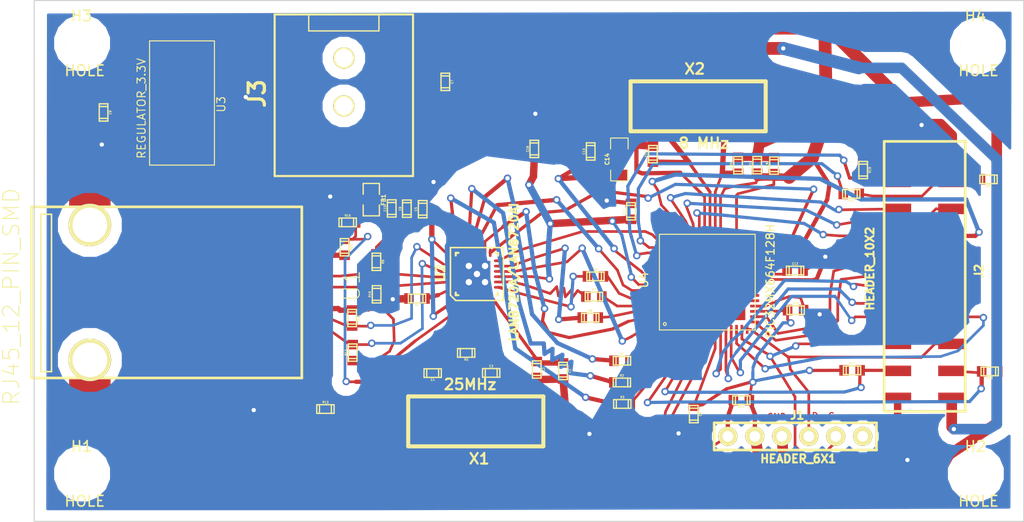
<source format=kicad_pcb>
(kicad_pcb (version 3) (host pcbnew "(2013-08-24 BZR 4298)-stable")

  (general
    (links 151)
    (no_connects 0)
    (area 25.949999 80.949999 119.050001 130.050001)
    (thickness 1.6)
    (drawings 9)
    (tracks 783)
    (zones 0)
    (modules 55)
    (nets 55)
  )

  (page A)
  (layers
    (15 F.Cu signal)
    (0 B.Cu signal)
    (16 B.Adhes user)
    (17 F.Adhes user)
    (18 B.Paste user)
    (19 F.Paste user)
    (20 B.SilkS user)
    (21 F.SilkS user)
    (22 B.Mask user)
    (23 F.Mask user)
    (24 Dwgs.User user)
    (25 Cmts.User user)
    (26 Eco1.User user)
    (27 Eco2.User user)
    (28 Edge.Cuts user)
  )

  (setup
    (last_trace_width 0.3)
    (user_trace_width 0.1)
    (user_trace_width 0.2)
    (user_trace_width 0.25)
    (user_trace_width 0.3)
    (user_trace_width 0.4)
    (user_trace_width 0.5)
    (user_trace_width 0.6)
    (user_trace_width 0.7)
    (user_trace_width 0.8)
    (user_trace_width 0.9)
    (user_trace_width 1)
    (user_trace_width 1.2)
    (trace_clearance 0.1)
    (zone_clearance 1)
    (zone_45_only no)
    (trace_min 0.1)
    (segment_width 0.2)
    (edge_width 0.1)
    (via_size 0.7)
    (via_drill 0.4)
    (via_min_size 0.7)
    (via_min_drill 0.4)
    (uvia_size 0.4)
    (uvia_drill 0.127)
    (uvias_allowed no)
    (uvia_min_size 0.4)
    (uvia_min_drill 0.127)
    (pcb_text_width 0.3)
    (pcb_text_size 1.5 1.5)
    (mod_edge_width 0.15)
    (mod_text_size 1 1)
    (mod_text_width 0.15)
    (pad_size 3.25 3.25)
    (pad_drill 3.25)
    (pad_to_mask_clearance 0)
    (pad_to_paste_clearance_ratio -0.1)
    (aux_axis_origin 0 0)
    (visible_elements 7FFFFFFF)
    (pcbplotparams
      (layerselection 272400385)
      (usegerberextensions true)
      (excludeedgelayer true)
      (linewidth 0.150000)
      (plotframeref false)
      (viasonmask false)
      (mode 1)
      (useauxorigin false)
      (hpglpennumber 1)
      (hpglpenspeed 20)
      (hpglpendiameter 15)
      (hpglpenoverlay 2)
      (psnegative false)
      (psa4output false)
      (plotreference true)
      (plotvalue true)
      (plotothertext true)
      (plotinvisibletext false)
      (padsonsilk false)
      (subtractmaskfromsilk false)
      (outputformat 1)
      (mirror false)
      (drillshape 0)
      (scaleselection 1)
      (outputdirectory ""))
  )

  (net 0 "")
  (net 1 +3.3v)
  (net 2 +5v)
  (net 3 AVDD)
  (net 4 ECRSDV)
  (net 5 EMDC)
  (net 6 EMDIO)
  (net 7 EREFCLK)
  (net 8 ERXD0)
  (net 9 ERXD1)
  (net 10 ERXERR)
  (net 11 ETXD0)
  (net 12 ETXD1)
  (net 13 ETXEN)
  (net 14 GND)
  (net 15 GreenLED)
  (net 16 ICSPCLK_RB1)
  (net 17 ICSPDAT_RB0)
  (net 18 N-0000026)
  (net 19 N-0000027)
  (net 20 N-0000035)
  (net 21 N-0000036)
  (net 22 N-0000037)
  (net 23 N-0000053)
  (net 24 N-0000060)
  (net 25 N-0000072)
  (net 26 N-0000073)
  (net 27 N-0000075)
  (net 28 N-0000076)
  (net 29 N-0000077)
  (net 30 N-0000078)
  (net 31 N-0000080)
  (net 32 N-0000082)
  (net 33 N-0000083)
  (net 34 RB2)
  (net 35 RB3)
  (net 36 RB4)
  (net 37 RB5)
  (net 38 RB6)
  (net 39 RB7)
  (net 40 RD0)
  (net 41 RD10)
  (net 42 RD2)
  (net 43 RD3)
  (net 44 RD8)
  (net 45 RD9)
  (net 46 RG7)
  (net 47 RG8)
  (net 48 RXN)
  (net 49 RXP)
  (net 50 TXN)
  (net 51 TXP)
  (net 52 YellowLED)
  (net 53 nRST)
  (net 54 ~MCLR~)

  (net_class Default "This is the default net class."
    (clearance 0.1)
    (trace_width 0.25)
    (via_dia 0.7)
    (via_drill 0.4)
    (uvia_dia 0.4)
    (uvia_drill 0.127)
    (add_net "")
    (add_net +3.3v)
    (add_net +5v)
    (add_net AVDD)
    (add_net ECRSDV)
    (add_net EMDC)
    (add_net EMDIO)
    (add_net EREFCLK)
    (add_net ERXD0)
    (add_net ERXD1)
    (add_net ERXERR)
    (add_net ETXD0)
    (add_net ETXD1)
    (add_net ETXEN)
    (add_net GND)
    (add_net GreenLED)
    (add_net ICSPCLK_RB1)
    (add_net ICSPDAT_RB0)
    (add_net N-0000026)
    (add_net N-0000027)
    (add_net N-0000035)
    (add_net N-0000036)
    (add_net N-0000037)
    (add_net N-0000053)
    (add_net N-0000060)
    (add_net N-0000072)
    (add_net N-0000073)
    (add_net N-0000075)
    (add_net N-0000076)
    (add_net N-0000077)
    (add_net N-0000078)
    (add_net N-0000080)
    (add_net N-0000082)
    (add_net N-0000083)
    (add_net RB2)
    (add_net RB3)
    (add_net RB4)
    (add_net RB5)
    (add_net RB6)
    (add_net RB7)
    (add_net RD0)
    (add_net RD10)
    (add_net RD2)
    (add_net RD3)
    (add_net RD8)
    (add_net RD9)
    (add_net RG7)
    (add_net RG8)
    (add_net RXN)
    (add_net RXP)
    (add_net TXN)
    (add_net TXP)
    (add_net YellowLED)
    (add_net nRST)
    (add_net ~MCLR~)
  )

  (module TED_SM0603 (layer F.Cu) (tedit 527731CB) (tstamp 52772E38)
    (at 55.17 104.21 270)
    (descr "SMT capacitor, 0603")
    (path /523E8A3C)
    (fp_text reference R16 (at 0 -0.635 270) (layer F.SilkS)
      (effects (font (size 0.20066 0.20066) (thickness 0.04064)))
    )
    (fp_text value "10k 1%" (at 0 0.635 270) (layer F.SilkS) hide
      (effects (font (size 0.20066 0.20066) (thickness 0.04064)))
    )
    (fp_line (start 0.5588 0.4064) (end 0.5588 -0.4064) (layer F.SilkS) (width 0.127))
    (fp_line (start -0.5588 -0.381) (end -0.5588 0.4064) (layer F.SilkS) (width 0.127))
    (fp_line (start -0.8128 -0.4064) (end 0.8128 -0.4064) (layer F.SilkS) (width 0.127))
    (fp_line (start 0.8128 -0.4064) (end 0.8128 0.4064) (layer F.SilkS) (width 0.127))
    (fp_line (start 0.8128 0.4064) (end -0.8128 0.4064) (layer F.SilkS) (width 0.127))
    (fp_line (start -0.8128 0.4064) (end -0.8128 -0.4064) (layer F.SilkS) (width 0.127))
    (pad 2 smd rect (at 0.75184 0 270) (size 0.89916 1.00076)
      (layers F.Cu F.Paste F.Mask)
      (net 14 GND)
      (clearance 0.1)
    )
    (pad 1 smd rect (at -0.75184 0 270) (size 0.89916 1.00076)
      (layers F.Cu F.Paste F.Mask)
      (net 18 N-0000026)
      (clearance 0.1)
    )
    (model smd/capacitors/c_0603.wrl
      (at (xyz 0 0 0))
      (scale (xyz 1 1 1))
      (rotate (xyz 0 0 0))
    )
  )

  (module TED_SM0603 (layer F.Cu) (tedit 527731CB) (tstamp 52772E2D)
    (at 55.46 101.87)
    (descr "SMT capacitor, 0603")
    (path /523E8044)
    (fp_text reference R15 (at 0 -0.635) (layer F.SilkS)
      (effects (font (size 0.20066 0.20066) (thickness 0.04064)))
    )
    (fp_text value 249 (at 0 0.635) (layer F.SilkS) hide
      (effects (font (size 0.20066 0.20066) (thickness 0.04064)))
    )
    (fp_line (start 0.5588 0.4064) (end 0.5588 -0.4064) (layer F.SilkS) (width 0.127))
    (fp_line (start -0.5588 -0.381) (end -0.5588 0.4064) (layer F.SilkS) (width 0.127))
    (fp_line (start -0.8128 -0.4064) (end 0.8128 -0.4064) (layer F.SilkS) (width 0.127))
    (fp_line (start 0.8128 -0.4064) (end 0.8128 0.4064) (layer F.SilkS) (width 0.127))
    (fp_line (start 0.8128 0.4064) (end -0.8128 0.4064) (layer F.SilkS) (width 0.127))
    (fp_line (start -0.8128 0.4064) (end -0.8128 -0.4064) (layer F.SilkS) (width 0.127))
    (pad 2 smd rect (at 0.75184 0) (size 0.89916 1.00076)
      (layers F.Cu F.Paste F.Mask)
      (net 18 N-0000026)
      (clearance 0.1)
    )
    (pad 1 smd rect (at -0.75184 0) (size 0.89916 1.00076)
      (layers F.Cu F.Paste F.Mask)
      (net 15 GreenLED)
      (clearance 0.1)
    )
    (model smd/capacitors/c_0603.wrl
      (at (xyz 0 0 0))
      (scale (xyz 1 1 1))
      (rotate (xyz 0 0 0))
    )
  )

  (module TED_SM0603 (layer F.Cu) (tedit 527731CB) (tstamp 52772E22)
    (at 92.46 118.6 180)
    (descr "SMT capacitor, 0603")
    (path /523F485A)
    (fp_text reference R14 (at 0 -0.635 180) (layer F.SilkS)
      (effects (font (size 0.20066 0.20066) (thickness 0.04064)))
    )
    (fp_text value 4.7k (at 0 0.635 180) (layer F.SilkS) hide
      (effects (font (size 0.20066 0.20066) (thickness 0.04064)))
    )
    (fp_line (start 0.5588 0.4064) (end 0.5588 -0.4064) (layer F.SilkS) (width 0.127))
    (fp_line (start -0.5588 -0.381) (end -0.5588 0.4064) (layer F.SilkS) (width 0.127))
    (fp_line (start -0.8128 -0.4064) (end 0.8128 -0.4064) (layer F.SilkS) (width 0.127))
    (fp_line (start 0.8128 -0.4064) (end 0.8128 0.4064) (layer F.SilkS) (width 0.127))
    (fp_line (start 0.8128 0.4064) (end -0.8128 0.4064) (layer F.SilkS) (width 0.127))
    (fp_line (start -0.8128 0.4064) (end -0.8128 -0.4064) (layer F.SilkS) (width 0.127))
    (pad 2 smd rect (at 0.75184 0 180) (size 0.89916 1.00076)
      (layers F.Cu F.Paste F.Mask)
      (net 54 ~MCLR~)
      (clearance 0.1)
    )
    (pad 1 smd rect (at -0.75184 0 180) (size 0.89916 1.00076)
      (layers F.Cu F.Paste F.Mask)
      (net 1 +3.3v)
      (clearance 0.1)
    )
    (model smd/capacitors/c_0603.wrl
      (at (xyz 0 0 0))
      (scale (xyz 1 1 1))
      (rotate (xyz 0 0 0))
    )
  )

  (module TED_SM0603 (layer F.Cu) (tedit 527731CB) (tstamp 52772E17)
    (at 53.37 119.43)
    (descr "SMT capacitor, 0603")
    (path /523E8065)
    (fp_text reference R13 (at 0 -0.635) (layer F.SilkS)
      (effects (font (size 0.20066 0.20066) (thickness 0.04064)))
    )
    (fp_text value 249 (at 0 0.635) (layer F.SilkS) hide
      (effects (font (size 0.20066 0.20066) (thickness 0.04064)))
    )
    (fp_line (start 0.5588 0.4064) (end 0.5588 -0.4064) (layer F.SilkS) (width 0.127))
    (fp_line (start -0.5588 -0.381) (end -0.5588 0.4064) (layer F.SilkS) (width 0.127))
    (fp_line (start -0.8128 -0.4064) (end 0.8128 -0.4064) (layer F.SilkS) (width 0.127))
    (fp_line (start 0.8128 -0.4064) (end 0.8128 0.4064) (layer F.SilkS) (width 0.127))
    (fp_line (start 0.8128 0.4064) (end -0.8128 0.4064) (layer F.SilkS) (width 0.127))
    (fp_line (start -0.8128 0.4064) (end -0.8128 -0.4064) (layer F.SilkS) (width 0.127))
    (pad 2 smd rect (at 0.75184 0) (size 0.89916 1.00076)
      (layers F.Cu F.Paste F.Mask)
      (net 19 N-0000027)
      (clearance 0.1)
    )
    (pad 1 smd rect (at -0.75184 0) (size 0.89916 1.00076)
      (layers F.Cu F.Paste F.Mask)
      (net 52 YellowLED)
      (clearance 0.1)
    )
    (model smd/capacitors/c_0603.wrl
      (at (xyz 0 0 0))
      (scale (xyz 1 1 1))
      (rotate (xyz 0 0 0))
    )
  )

  (module TED_SM0603 (layer F.Cu) (tedit 527731CB) (tstamp 52772E0C)
    (at 55.93 114.12 90)
    (descr "SMT capacitor, 0603")
    (path /523F1FBF)
    (fp_text reference R12 (at 0 -0.635 90) (layer F.SilkS)
      (effects (font (size 0.20066 0.20066) (thickness 0.04064)))
    )
    (fp_text value 49.9 (at 0 0.635 90) (layer F.SilkS) hide
      (effects (font (size 0.20066 0.20066) (thickness 0.04064)))
    )
    (fp_line (start 0.5588 0.4064) (end 0.5588 -0.4064) (layer F.SilkS) (width 0.127))
    (fp_line (start -0.5588 -0.381) (end -0.5588 0.4064) (layer F.SilkS) (width 0.127))
    (fp_line (start -0.8128 -0.4064) (end 0.8128 -0.4064) (layer F.SilkS) (width 0.127))
    (fp_line (start 0.8128 -0.4064) (end 0.8128 0.4064) (layer F.SilkS) (width 0.127))
    (fp_line (start 0.8128 0.4064) (end -0.8128 0.4064) (layer F.SilkS) (width 0.127))
    (fp_line (start -0.8128 0.4064) (end -0.8128 -0.4064) (layer F.SilkS) (width 0.127))
    (pad 2 smd rect (at 0.75184 0 90) (size 0.89916 1.00076)
      (layers F.Cu F.Paste F.Mask)
      (net 51 TXP)
      (clearance 0.1)
    )
    (pad 1 smd rect (at -0.75184 0 90) (size 0.89916 1.00076)
      (layers F.Cu F.Paste F.Mask)
      (net 3 AVDD)
      (clearance 0.1)
    )
    (model smd/capacitors/c_0603.wrl
      (at (xyz 0 0 0))
      (scale (xyz 1 1 1))
      (rotate (xyz 0 0 0))
    )
  )

  (module TED_SM0603 (layer F.Cu) (tedit 527731CB) (tstamp 52772E01)
    (at 55.88 110.87 270)
    (descr "SMT capacitor, 0603")
    (path /523F1FD6)
    (fp_text reference R11 (at 0 -0.635 270) (layer F.SilkS)
      (effects (font (size 0.20066 0.20066) (thickness 0.04064)))
    )
    (fp_text value 49.9 (at 0 0.635 270) (layer F.SilkS) hide
      (effects (font (size 0.20066 0.20066) (thickness 0.04064)))
    )
    (fp_line (start 0.5588 0.4064) (end 0.5588 -0.4064) (layer F.SilkS) (width 0.127))
    (fp_line (start -0.5588 -0.381) (end -0.5588 0.4064) (layer F.SilkS) (width 0.127))
    (fp_line (start -0.8128 -0.4064) (end 0.8128 -0.4064) (layer F.SilkS) (width 0.127))
    (fp_line (start 0.8128 -0.4064) (end 0.8128 0.4064) (layer F.SilkS) (width 0.127))
    (fp_line (start 0.8128 0.4064) (end -0.8128 0.4064) (layer F.SilkS) (width 0.127))
    (fp_line (start -0.8128 0.4064) (end -0.8128 -0.4064) (layer F.SilkS) (width 0.127))
    (pad 2 smd rect (at 0.75184 0 270) (size 0.89916 1.00076)
      (layers F.Cu F.Paste F.Mask)
      (net 50 TXN)
      (clearance 0.1)
    )
    (pad 1 smd rect (at -0.75184 0 270) (size 0.89916 1.00076)
      (layers F.Cu F.Paste F.Mask)
      (net 3 AVDD)
      (clearance 0.1)
    )
    (model smd/capacitors/c_0603.wrl
      (at (xyz 0 0 0))
      (scale (xyz 1 1 1))
      (rotate (xyz 0 0 0))
    )
  )

  (module TED_SM0603 (layer F.Cu) (tedit 527731CB) (tstamp 52772DF6)
    (at 58.18 108.64 90)
    (descr "SMT capacitor, 0603")
    (path /523F1FDC)
    (fp_text reference R10 (at 0 -0.635 90) (layer F.SilkS)
      (effects (font (size 0.20066 0.20066) (thickness 0.04064)))
    )
    (fp_text value 49.9 (at 0 0.635 90) (layer F.SilkS) hide
      (effects (font (size 0.20066 0.20066) (thickness 0.04064)))
    )
    (fp_line (start 0.5588 0.4064) (end 0.5588 -0.4064) (layer F.SilkS) (width 0.127))
    (fp_line (start -0.5588 -0.381) (end -0.5588 0.4064) (layer F.SilkS) (width 0.127))
    (fp_line (start -0.8128 -0.4064) (end 0.8128 -0.4064) (layer F.SilkS) (width 0.127))
    (fp_line (start 0.8128 -0.4064) (end 0.8128 0.4064) (layer F.SilkS) (width 0.127))
    (fp_line (start 0.8128 0.4064) (end -0.8128 0.4064) (layer F.SilkS) (width 0.127))
    (fp_line (start -0.8128 0.4064) (end -0.8128 -0.4064) (layer F.SilkS) (width 0.127))
    (pad 2 smd rect (at 0.75184 0 90) (size 0.89916 1.00076)
      (layers F.Cu F.Paste F.Mask)
      (net 49 RXP)
      (clearance 0.1)
    )
    (pad 1 smd rect (at -0.75184 0 90) (size 0.89916 1.00076)
      (layers F.Cu F.Paste F.Mask)
      (net 3 AVDD)
      (clearance 0.1)
    )
    (model smd/capacitors/c_0603.wrl
      (at (xyz 0 0 0))
      (scale (xyz 1 1 1))
      (rotate (xyz 0 0 0))
    )
  )

  (module TED_SM0603 (layer F.Cu) (tedit 527731CB) (tstamp 52772DEB)
    (at 58.16 105.58 270)
    (descr "SMT capacitor, 0603")
    (path /523F1FE2)
    (fp_text reference R9 (at 0 -0.635 270) (layer F.SilkS)
      (effects (font (size 0.20066 0.20066) (thickness 0.04064)))
    )
    (fp_text value 49.9 (at 0 0.635 270) (layer F.SilkS) hide
      (effects (font (size 0.20066 0.20066) (thickness 0.04064)))
    )
    (fp_line (start 0.5588 0.4064) (end 0.5588 -0.4064) (layer F.SilkS) (width 0.127))
    (fp_line (start -0.5588 -0.381) (end -0.5588 0.4064) (layer F.SilkS) (width 0.127))
    (fp_line (start -0.8128 -0.4064) (end 0.8128 -0.4064) (layer F.SilkS) (width 0.127))
    (fp_line (start 0.8128 -0.4064) (end 0.8128 0.4064) (layer F.SilkS) (width 0.127))
    (fp_line (start 0.8128 0.4064) (end -0.8128 0.4064) (layer F.SilkS) (width 0.127))
    (fp_line (start -0.8128 0.4064) (end -0.8128 -0.4064) (layer F.SilkS) (width 0.127))
    (pad 2 smd rect (at 0.75184 0 270) (size 0.89916 1.00076)
      (layers F.Cu F.Paste F.Mask)
      (net 48 RXN)
      (clearance 0.1)
    )
    (pad 1 smd rect (at -0.75184 0 270) (size 0.89916 1.00076)
      (layers F.Cu F.Paste F.Mask)
      (net 3 AVDD)
      (clearance 0.1)
    )
    (model smd/capacitors/c_0603.wrl
      (at (xyz 0 0 0))
      (scale (xyz 1 1 1))
      (rotate (xyz 0 0 0))
    )
  )

  (module TED_SM0603 (layer F.Cu) (tedit 527731CB) (tstamp 52772DE0)
    (at 78.26 110.83)
    (descr "SMT capacitor, 0603")
    (path /523F3E09)
    (fp_text reference R8 (at 0 -0.635) (layer F.SilkS)
      (effects (font (size 0.20066 0.20066) (thickness 0.04064)))
    )
    (fp_text value 33 (at 0 0.635) (layer F.SilkS) hide
      (effects (font (size 0.20066 0.20066) (thickness 0.04064)))
    )
    (fp_line (start 0.5588 0.4064) (end 0.5588 -0.4064) (layer F.SilkS) (width 0.127))
    (fp_line (start -0.5588 -0.381) (end -0.5588 0.4064) (layer F.SilkS) (width 0.127))
    (fp_line (start -0.8128 -0.4064) (end 0.8128 -0.4064) (layer F.SilkS) (width 0.127))
    (fp_line (start 0.8128 -0.4064) (end 0.8128 0.4064) (layer F.SilkS) (width 0.127))
    (fp_line (start 0.8128 0.4064) (end -0.8128 0.4064) (layer F.SilkS) (width 0.127))
    (fp_line (start -0.8128 0.4064) (end -0.8128 -0.4064) (layer F.SilkS) (width 0.127))
    (pad 2 smd rect (at 0.75184 0) (size 0.89916 1.00076)
      (layers F.Cu F.Paste F.Mask)
      (net 4 ECRSDV)
      (clearance 0.1)
    )
    (pad 1 smd rect (at -0.75184 0) (size 0.89916 1.00076)
      (layers F.Cu F.Paste F.Mask)
      (net 30 N-0000078)
      (clearance 0.1)
    )
    (model smd/capacitors/c_0603.wrl
      (at (xyz 0 0 0))
      (scale (xyz 1 1 1))
      (rotate (xyz 0 0 0))
    )
  )

  (module TED_SM0603 (layer F.Cu) (tedit 527731CB) (tstamp 52772DD5)
    (at 78.6 108.85)
    (descr "SMT capacitor, 0603")
    (path /523E8470)
    (fp_text reference R7 (at 0 -0.635) (layer F.SilkS)
      (effects (font (size 0.20066 0.20066) (thickness 0.04064)))
    )
    (fp_text value 33 (at 0 0.635) (layer F.SilkS) hide
      (effects (font (size 0.20066 0.20066) (thickness 0.04064)))
    )
    (fp_line (start 0.5588 0.4064) (end 0.5588 -0.4064) (layer F.SilkS) (width 0.127))
    (fp_line (start -0.5588 -0.381) (end -0.5588 0.4064) (layer F.SilkS) (width 0.127))
    (fp_line (start -0.8128 -0.4064) (end 0.8128 -0.4064) (layer F.SilkS) (width 0.127))
    (fp_line (start 0.8128 -0.4064) (end 0.8128 0.4064) (layer F.SilkS) (width 0.127))
    (fp_line (start 0.8128 0.4064) (end -0.8128 0.4064) (layer F.SilkS) (width 0.127))
    (fp_line (start -0.8128 0.4064) (end -0.8128 -0.4064) (layer F.SilkS) (width 0.127))
    (pad 2 smd rect (at 0.75184 0) (size 0.89916 1.00076)
      (layers F.Cu F.Paste F.Mask)
      (net 8 ERXD0)
      (clearance 0.1)
    )
    (pad 1 smd rect (at -0.75184 0) (size 0.89916 1.00076)
      (layers F.Cu F.Paste F.Mask)
      (net 20 N-0000035)
      (clearance 0.1)
    )
    (model smd/capacitors/c_0603.wrl
      (at (xyz 0 0 0))
      (scale (xyz 1 1 1))
      (rotate (xyz 0 0 0))
    )
  )

  (module TED_SM0603 (layer F.Cu) (tedit 527731CB) (tstamp 52772DCA)
    (at 78.75 106.95)
    (descr "SMT capacitor, 0603")
    (path /523E8497)
    (fp_text reference R6 (at 0 -0.635) (layer F.SilkS)
      (effects (font (size 0.20066 0.20066) (thickness 0.04064)))
    )
    (fp_text value 33 (at 0 0.635) (layer F.SilkS) hide
      (effects (font (size 0.20066 0.20066) (thickness 0.04064)))
    )
    (fp_line (start 0.5588 0.4064) (end 0.5588 -0.4064) (layer F.SilkS) (width 0.127))
    (fp_line (start -0.5588 -0.381) (end -0.5588 0.4064) (layer F.SilkS) (width 0.127))
    (fp_line (start -0.8128 -0.4064) (end 0.8128 -0.4064) (layer F.SilkS) (width 0.127))
    (fp_line (start 0.8128 -0.4064) (end 0.8128 0.4064) (layer F.SilkS) (width 0.127))
    (fp_line (start 0.8128 0.4064) (end -0.8128 0.4064) (layer F.SilkS) (width 0.127))
    (fp_line (start -0.8128 0.4064) (end -0.8128 -0.4064) (layer F.SilkS) (width 0.127))
    (pad 2 smd rect (at 0.75184 0) (size 0.89916 1.00076)
      (layers F.Cu F.Paste F.Mask)
      (net 9 ERXD1)
      (clearance 0.1)
    )
    (pad 1 smd rect (at -0.75184 0) (size 0.89916 1.00076)
      (layers F.Cu F.Paste F.Mask)
      (net 21 N-0000036)
      (clearance 0.1)
    )
    (model smd/capacitors/c_0603.wrl
      (at (xyz 0 0 0))
      (scale (xyz 1 1 1))
      (rotate (xyz 0 0 0))
    )
  )

  (module TED_SM0603 (layer F.Cu) (tedit 527731CB) (tstamp 52772DBF)
    (at 66.6 114.15 180)
    (descr "SMT capacitor, 0603")
    (path /523E7C54)
    (fp_text reference R5 (at 0 -0.635 180) (layer F.SilkS)
      (effects (font (size 0.20066 0.20066) (thickness 0.04064)))
    )
    (fp_text value 1M (at 0 0.635 180) (layer F.SilkS) hide
      (effects (font (size 0.20066 0.20066) (thickness 0.04064)))
    )
    (fp_line (start 0.5588 0.4064) (end 0.5588 -0.4064) (layer F.SilkS) (width 0.127))
    (fp_line (start -0.5588 -0.381) (end -0.5588 0.4064) (layer F.SilkS) (width 0.127))
    (fp_line (start -0.8128 -0.4064) (end 0.8128 -0.4064) (layer F.SilkS) (width 0.127))
    (fp_line (start 0.8128 -0.4064) (end 0.8128 0.4064) (layer F.SilkS) (width 0.127))
    (fp_line (start 0.8128 0.4064) (end -0.8128 0.4064) (layer F.SilkS) (width 0.127))
    (fp_line (start -0.8128 0.4064) (end -0.8128 -0.4064) (layer F.SilkS) (width 0.127))
    (pad 2 smd rect (at 0.75184 0 180) (size 0.89916 1.00076)
      (layers F.Cu F.Paste F.Mask)
      (net 27 N-0000075)
      (clearance 0.1)
    )
    (pad 1 smd rect (at -0.75184 0 180) (size 0.89916 1.00076)
      (layers F.Cu F.Paste F.Mask)
      (net 28 N-0000076)
      (clearance 0.1)
    )
    (model smd/capacitors/c_0603.wrl
      (at (xyz 0 0 0))
      (scale (xyz 1 1 1))
      (rotate (xyz 0 0 0))
    )
  )

  (module TED_SM0603 (layer F.Cu) (tedit 527731CB) (tstamp 52772DA9)
    (at 81.27 118.95)
    (descr "SMT capacitor, 0603")
    (path /523F2E2D)
    (fp_text reference R3 (at 0 -0.635) (layer F.SilkS)
      (effects (font (size 0.20066 0.20066) (thickness 0.04064)))
    )
    (fp_text value 33 (at 0 0.635) (layer F.SilkS) hide
      (effects (font (size 0.20066 0.20066) (thickness 0.04064)))
    )
    (fp_line (start 0.5588 0.4064) (end 0.5588 -0.4064) (layer F.SilkS) (width 0.127))
    (fp_line (start -0.5588 -0.381) (end -0.5588 0.4064) (layer F.SilkS) (width 0.127))
    (fp_line (start -0.8128 -0.4064) (end 0.8128 -0.4064) (layer F.SilkS) (width 0.127))
    (fp_line (start 0.8128 -0.4064) (end 0.8128 0.4064) (layer F.SilkS) (width 0.127))
    (fp_line (start 0.8128 0.4064) (end -0.8128 0.4064) (layer F.SilkS) (width 0.127))
    (fp_line (start -0.8128 0.4064) (end -0.8128 -0.4064) (layer F.SilkS) (width 0.127))
    (pad 2 smd rect (at 0.75184 0) (size 0.89916 1.00076)
      (layers F.Cu F.Paste F.Mask)
      (net 12 ETXD1)
      (clearance 0.1)
    )
    (pad 1 smd rect (at -0.75184 0) (size 0.89916 1.00076)
      (layers F.Cu F.Paste F.Mask)
      (net 26 N-0000073)
      (clearance 0.1)
    )
    (model smd/capacitors/c_0603.wrl
      (at (xyz 0 0 0))
      (scale (xyz 1 1 1))
      (rotate (xyz 0 0 0))
    )
  )

  (module TED_SM0603 (layer F.Cu) (tedit 527731CB) (tstamp 52772D9E)
    (at 81.23 116.93)
    (descr "SMT capacitor, 0603")
    (path /523F2C6C)
    (fp_text reference R2 (at 0 -0.635) (layer F.SilkS)
      (effects (font (size 0.20066 0.20066) (thickness 0.04064)))
    )
    (fp_text value 33 (at 0 0.635) (layer F.SilkS) hide
      (effects (font (size 0.20066 0.20066) (thickness 0.04064)))
    )
    (fp_line (start 0.5588 0.4064) (end 0.5588 -0.4064) (layer F.SilkS) (width 0.127))
    (fp_line (start -0.5588 -0.381) (end -0.5588 0.4064) (layer F.SilkS) (width 0.127))
    (fp_line (start -0.8128 -0.4064) (end 0.8128 -0.4064) (layer F.SilkS) (width 0.127))
    (fp_line (start 0.8128 -0.4064) (end 0.8128 0.4064) (layer F.SilkS) (width 0.127))
    (fp_line (start 0.8128 0.4064) (end -0.8128 0.4064) (layer F.SilkS) (width 0.127))
    (fp_line (start -0.8128 0.4064) (end -0.8128 -0.4064) (layer F.SilkS) (width 0.127))
    (pad 2 smd rect (at 0.75184 0) (size 0.89916 1.00076)
      (layers F.Cu F.Paste F.Mask)
      (net 11 ETXD0)
      (clearance 0.1)
    )
    (pad 1 smd rect (at -0.75184 0) (size 0.89916 1.00076)
      (layers F.Cu F.Paste F.Mask)
      (net 25 N-0000072)
      (clearance 0.1)
    )
    (model smd/capacitors/c_0603.wrl
      (at (xyz 0 0 0))
      (scale (xyz 1 1 1))
      (rotate (xyz 0 0 0))
    )
  )

  (module TED_SM0603 (layer F.Cu) (tedit 527731CB) (tstamp 52772D93)
    (at 81.24 114.89)
    (descr "SMT capacitor, 0603")
    (path /523F2C72)
    (fp_text reference R1 (at 0 -0.635) (layer F.SilkS)
      (effects (font (size 0.20066 0.20066) (thickness 0.04064)))
    )
    (fp_text value 33 (at 0 0.635) (layer F.SilkS) hide
      (effects (font (size 0.20066 0.20066) (thickness 0.04064)))
    )
    (fp_line (start 0.5588 0.4064) (end 0.5588 -0.4064) (layer F.SilkS) (width 0.127))
    (fp_line (start -0.5588 -0.381) (end -0.5588 0.4064) (layer F.SilkS) (width 0.127))
    (fp_line (start -0.8128 -0.4064) (end 0.8128 -0.4064) (layer F.SilkS) (width 0.127))
    (fp_line (start 0.8128 -0.4064) (end 0.8128 0.4064) (layer F.SilkS) (width 0.127))
    (fp_line (start 0.8128 0.4064) (end -0.8128 0.4064) (layer F.SilkS) (width 0.127))
    (fp_line (start -0.8128 0.4064) (end -0.8128 -0.4064) (layer F.SilkS) (width 0.127))
    (pad 2 smd rect (at 0.75184 0) (size 0.89916 1.00076)
      (layers F.Cu F.Paste F.Mask)
      (net 13 ETXEN)
      (clearance 0.1)
    )
    (pad 1 smd rect (at -0.75184 0) (size 0.89916 1.00076)
      (layers F.Cu F.Paste F.Mask)
      (net 31 N-0000080)
      (clearance 0.1)
    )
    (model smd/capacitors/c_0603.wrl
      (at (xyz 0 0 0))
      (scale (xyz 1 1 1))
      (rotate (xyz 0 0 0))
    )
  )

  (module TED_SM0603 (layer F.Cu) (tedit 527731CB) (tstamp 52772D7B)
    (at 93.95 96.49 90)
    (descr "SMT capacitor, 0603")
    (path /523E5206)
    (fp_text reference C21 (at 0 -0.635 90) (layer F.SilkS)
      (effects (font (size 0.20066 0.20066) (thickness 0.04064)))
    )
    (fp_text value .1uF (at 0 0.635 90) (layer F.SilkS) hide
      (effects (font (size 0.20066 0.20066) (thickness 0.04064)))
    )
    (fp_line (start 0.5588 0.4064) (end 0.5588 -0.4064) (layer F.SilkS) (width 0.127))
    (fp_line (start -0.5588 -0.381) (end -0.5588 0.4064) (layer F.SilkS) (width 0.127))
    (fp_line (start -0.8128 -0.4064) (end 0.8128 -0.4064) (layer F.SilkS) (width 0.127))
    (fp_line (start 0.8128 -0.4064) (end 0.8128 0.4064) (layer F.SilkS) (width 0.127))
    (fp_line (start 0.8128 0.4064) (end -0.8128 0.4064) (layer F.SilkS) (width 0.127))
    (fp_line (start -0.8128 0.4064) (end -0.8128 -0.4064) (layer F.SilkS) (width 0.127))
    (pad 2 smd rect (at 0.75184 0 90) (size 0.89916 1.00076)
      (layers F.Cu F.Paste F.Mask)
      (net 14 GND)
      (clearance 0.1)
    )
    (pad 1 smd rect (at -0.75184 0 90) (size 0.89916 1.00076)
      (layers F.Cu F.Paste F.Mask)
      (net 1 +3.3v)
      (clearance 0.1)
    )
    (model smd/capacitors/c_0603.wrl
      (at (xyz 0 0 0))
      (scale (xyz 1 1 1))
      (rotate (xyz 0 0 0))
    )
  )

  (module TED_SM0603 (layer F.Cu) (tedit 527731CB) (tstamp 52772D70)
    (at 92.15 96.5 90)
    (descr "SMT capacitor, 0603")
    (path /523F7B88)
    (fp_text reference C20 (at 0 -0.635 90) (layer F.SilkS)
      (effects (font (size 0.20066 0.20066) (thickness 0.04064)))
    )
    (fp_text value 18pF (at 0 0.635 90) (layer F.SilkS) hide
      (effects (font (size 0.20066 0.20066) (thickness 0.04064)))
    )
    (fp_line (start 0.5588 0.4064) (end 0.5588 -0.4064) (layer F.SilkS) (width 0.127))
    (fp_line (start -0.5588 -0.381) (end -0.5588 0.4064) (layer F.SilkS) (width 0.127))
    (fp_line (start -0.8128 -0.4064) (end 0.8128 -0.4064) (layer F.SilkS) (width 0.127))
    (fp_line (start 0.8128 -0.4064) (end 0.8128 0.4064) (layer F.SilkS) (width 0.127))
    (fp_line (start 0.8128 0.4064) (end -0.8128 0.4064) (layer F.SilkS) (width 0.127))
    (fp_line (start -0.8128 0.4064) (end -0.8128 -0.4064) (layer F.SilkS) (width 0.127))
    (pad 2 smd rect (at 0.75184 0 90) (size 0.89916 1.00076)
      (layers F.Cu F.Paste F.Mask)
      (net 14 GND)
      (clearance 0.1)
    )
    (pad 1 smd rect (at -0.75184 0 90) (size 0.89916 1.00076)
      (layers F.Cu F.Paste F.Mask)
      (net 33 N-0000083)
      (clearance 0.1)
    )
    (model smd/capacitors/c_0603.wrl
      (at (xyz 0 0 0))
      (scale (xyz 1 1 1))
      (rotate (xyz 0 0 0))
    )
  )

  (module TED_SM0603 (layer F.Cu) (tedit 527731CB) (tstamp 52772D65)
    (at 84.15 95.45 90)
    (descr "SMT capacitor, 0603")
    (path /523F7B67)
    (fp_text reference C19 (at 0 -0.635 90) (layer F.SilkS)
      (effects (font (size 0.20066 0.20066) (thickness 0.04064)))
    )
    (fp_text value 18pF (at 0 0.635 90) (layer F.SilkS) hide
      (effects (font (size 0.20066 0.20066) (thickness 0.04064)))
    )
    (fp_line (start 0.5588 0.4064) (end 0.5588 -0.4064) (layer F.SilkS) (width 0.127))
    (fp_line (start -0.5588 -0.381) (end -0.5588 0.4064) (layer F.SilkS) (width 0.127))
    (fp_line (start -0.8128 -0.4064) (end 0.8128 -0.4064) (layer F.SilkS) (width 0.127))
    (fp_line (start 0.8128 -0.4064) (end 0.8128 0.4064) (layer F.SilkS) (width 0.127))
    (fp_line (start 0.8128 0.4064) (end -0.8128 0.4064) (layer F.SilkS) (width 0.127))
    (fp_line (start -0.8128 0.4064) (end -0.8128 -0.4064) (layer F.SilkS) (width 0.127))
    (pad 2 smd rect (at 0.75184 0 90) (size 0.89916 1.00076)
      (layers F.Cu F.Paste F.Mask)
      (net 14 GND)
      (clearance 0.1)
    )
    (pad 1 smd rect (at -0.75184 0 90) (size 0.89916 1.00076)
      (layers F.Cu F.Paste F.Mask)
      (net 23 N-0000053)
      (clearance 0.1)
    )
    (model smd/capacitors/c_0603.wrl
      (at (xyz 0 0 0))
      (scale (xyz 1 1 1))
      (rotate (xyz 0 0 0))
    )
  )

  (module TED_SM0603 (layer F.Cu) (tedit 527731CB) (tstamp 52772D5A)
    (at 95.53 96.53 90)
    (descr "SMT capacitor, 0603")
    (path /523F7895)
    (fp_text reference C18 (at 0 -0.635 90) (layer F.SilkS)
      (effects (font (size 0.20066 0.20066) (thickness 0.04064)))
    )
    (fp_text value .1uF (at 0 0.635 90) (layer F.SilkS) hide
      (effects (font (size 0.20066 0.20066) (thickness 0.04064)))
    )
    (fp_line (start 0.5588 0.4064) (end 0.5588 -0.4064) (layer F.SilkS) (width 0.127))
    (fp_line (start -0.5588 -0.381) (end -0.5588 0.4064) (layer F.SilkS) (width 0.127))
    (fp_line (start -0.8128 -0.4064) (end 0.8128 -0.4064) (layer F.SilkS) (width 0.127))
    (fp_line (start 0.8128 -0.4064) (end 0.8128 0.4064) (layer F.SilkS) (width 0.127))
    (fp_line (start 0.8128 0.4064) (end -0.8128 0.4064) (layer F.SilkS) (width 0.127))
    (fp_line (start -0.8128 0.4064) (end -0.8128 -0.4064) (layer F.SilkS) (width 0.127))
    (pad 2 smd rect (at 0.75184 0 90) (size 0.89916 1.00076)
      (layers F.Cu F.Paste F.Mask)
      (net 14 GND)
      (clearance 0.1)
    )
    (pad 1 smd rect (at -0.75184 0 90) (size 0.89916 1.00076)
      (layers F.Cu F.Paste F.Mask)
      (net 1 +3.3v)
      (clearance 0.1)
    )
    (model smd/capacitors/c_0603.wrl
      (at (xyz 0 0 0))
      (scale (xyz 1 1 1))
      (rotate (xyz 0 0 0))
    )
  )

  (module TED_SM0603 (layer F.Cu) (tedit 527731CB) (tstamp 52772D4F)
    (at 78.3 95.2 90)
    (descr "SMT capacitor, 0603")
    (path /523F8AF6)
    (fp_text reference C13 (at 0 -0.635 90) (layer F.SilkS)
      (effects (font (size 0.20066 0.20066) (thickness 0.04064)))
    )
    (fp_text value .1uF (at 0 0.635 90) (layer F.SilkS) hide
      (effects (font (size 0.20066 0.20066) (thickness 0.04064)))
    )
    (fp_line (start 0.5588 0.4064) (end 0.5588 -0.4064) (layer F.SilkS) (width 0.127))
    (fp_line (start -0.5588 -0.381) (end -0.5588 0.4064) (layer F.SilkS) (width 0.127))
    (fp_line (start -0.8128 -0.4064) (end 0.8128 -0.4064) (layer F.SilkS) (width 0.127))
    (fp_line (start 0.8128 -0.4064) (end 0.8128 0.4064) (layer F.SilkS) (width 0.127))
    (fp_line (start 0.8128 0.4064) (end -0.8128 0.4064) (layer F.SilkS) (width 0.127))
    (fp_line (start -0.8128 0.4064) (end -0.8128 -0.4064) (layer F.SilkS) (width 0.127))
    (pad 2 smd rect (at 0.75184 0 90) (size 0.89916 1.00076)
      (layers F.Cu F.Paste F.Mask)
      (net 14 GND)
      (clearance 0.1)
    )
    (pad 1 smd rect (at -0.75184 0 90) (size 0.89916 1.00076)
      (layers F.Cu F.Paste F.Mask)
      (net 32 N-0000082)
      (clearance 0.1)
    )
    (model smd/capacitors/c_0603.wrl
      (at (xyz 0 0 0))
      (scale (xyz 1 1 1))
      (rotate (xyz 0 0 0))
    )
  )

  (module TED_SM0603 (layer F.Cu) (tedit 527731CB) (tstamp 52772D44)
    (at 97.51 106.4)
    (descr "SMT capacitor, 0603")
    (path /523E5232)
    (fp_text reference C12 (at 0 -0.635) (layer F.SilkS)
      (effects (font (size 0.20066 0.20066) (thickness 0.04064)))
    )
    (fp_text value .1uF (at 0 0.635) (layer F.SilkS) hide
      (effects (font (size 0.20066 0.20066) (thickness 0.04064)))
    )
    (fp_line (start 0.5588 0.4064) (end 0.5588 -0.4064) (layer F.SilkS) (width 0.127))
    (fp_line (start -0.5588 -0.381) (end -0.5588 0.4064) (layer F.SilkS) (width 0.127))
    (fp_line (start -0.8128 -0.4064) (end 0.8128 -0.4064) (layer F.SilkS) (width 0.127))
    (fp_line (start 0.8128 -0.4064) (end 0.8128 0.4064) (layer F.SilkS) (width 0.127))
    (fp_line (start 0.8128 0.4064) (end -0.8128 0.4064) (layer F.SilkS) (width 0.127))
    (fp_line (start -0.8128 0.4064) (end -0.8128 -0.4064) (layer F.SilkS) (width 0.127))
    (pad 2 smd rect (at 0.75184 0) (size 0.89916 1.00076)
      (layers F.Cu F.Paste F.Mask)
      (net 14 GND)
      (clearance 0.1)
    )
    (pad 1 smd rect (at -0.75184 0) (size 0.89916 1.00076)
      (layers F.Cu F.Paste F.Mask)
      (net 1 +3.3v)
      (clearance 0.1)
    )
    (model smd/capacitors/c_0603.wrl
      (at (xyz 0 0 0))
      (scale (xyz 1 1 1))
      (rotate (xyz 0 0 0))
    )
  )

  (module TED_SM0603 (layer F.Cu) (tedit 527731CB) (tstamp 52772D39)
    (at 82.09 100.83 90)
    (descr "SMT capacitor, 0603")
    (path /523E51D1)
    (fp_text reference C11 (at 0 -0.635 90) (layer F.SilkS)
      (effects (font (size 0.20066 0.20066) (thickness 0.04064)))
    )
    (fp_text value .1uF (at 0 0.635 90) (layer F.SilkS) hide
      (effects (font (size 0.20066 0.20066) (thickness 0.04064)))
    )
    (fp_line (start 0.5588 0.4064) (end 0.5588 -0.4064) (layer F.SilkS) (width 0.127))
    (fp_line (start -0.5588 -0.381) (end -0.5588 0.4064) (layer F.SilkS) (width 0.127))
    (fp_line (start -0.8128 -0.4064) (end 0.8128 -0.4064) (layer F.SilkS) (width 0.127))
    (fp_line (start 0.8128 -0.4064) (end 0.8128 0.4064) (layer F.SilkS) (width 0.127))
    (fp_line (start 0.8128 0.4064) (end -0.8128 0.4064) (layer F.SilkS) (width 0.127))
    (fp_line (start -0.8128 0.4064) (end -0.8128 -0.4064) (layer F.SilkS) (width 0.127))
    (pad 2 smd rect (at 0.75184 0 90) (size 0.89916 1.00076)
      (layers F.Cu F.Paste F.Mask)
      (net 14 GND)
      (clearance 0.1)
    )
    (pad 1 smd rect (at -0.75184 0 90) (size 0.89916 1.00076)
      (layers F.Cu F.Paste F.Mask)
      (net 1 +3.3v)
      (clearance 0.1)
    )
    (model smd/capacitors/c_0603.wrl
      (at (xyz 0 0 0))
      (scale (xyz 1 1 1))
      (rotate (xyz 0 0 0))
    )
  )

  (module TED_SM0603 (layer F.Cu) (tedit 527731CB) (tstamp 52772D2E)
    (at 97.56 110.13)
    (descr "SMT capacitor, 0603")
    (path /523F9CE6)
    (fp_text reference C10 (at 0 -0.635) (layer F.SilkS)
      (effects (font (size 0.20066 0.20066) (thickness 0.04064)))
    )
    (fp_text value .1uF (at 0 0.635) (layer F.SilkS) hide
      (effects (font (size 0.20066 0.20066) (thickness 0.04064)))
    )
    (fp_line (start 0.5588 0.4064) (end 0.5588 -0.4064) (layer F.SilkS) (width 0.127))
    (fp_line (start -0.5588 -0.381) (end -0.5588 0.4064) (layer F.SilkS) (width 0.127))
    (fp_line (start -0.8128 -0.4064) (end 0.8128 -0.4064) (layer F.SilkS) (width 0.127))
    (fp_line (start 0.8128 -0.4064) (end 0.8128 0.4064) (layer F.SilkS) (width 0.127))
    (fp_line (start 0.8128 0.4064) (end -0.8128 0.4064) (layer F.SilkS) (width 0.127))
    (fp_line (start -0.8128 0.4064) (end -0.8128 -0.4064) (layer F.SilkS) (width 0.127))
    (pad 2 smd rect (at 0.75184 0) (size 0.89916 1.00076)
      (layers F.Cu F.Paste F.Mask)
      (net 14 GND)
      (clearance 0.1)
    )
    (pad 1 smd rect (at -0.75184 0) (size 0.89916 1.00076)
      (layers F.Cu F.Paste F.Mask)
      (net 1 +3.3v)
      (clearance 0.1)
    )
    (model smd/capacitors/c_0603.wrl
      (at (xyz 0 0 0))
      (scale (xyz 1 1 1))
      (rotate (xyz 0 0 0))
    )
  )

  (module TED_SM0603 (layer F.Cu) (tedit 527731CB) (tstamp 52772D23)
    (at 32.52 91.53 270)
    (descr "SMT capacitor, 0603")
    (path /523F8DC7)
    (fp_text reference C9 (at 0 -0.635 270) (layer F.SilkS)
      (effects (font (size 0.20066 0.20066) (thickness 0.04064)))
    )
    (fp_text value 4.7uF (at 0 0.635 270) (layer F.SilkS) hide
      (effects (font (size 0.20066 0.20066) (thickness 0.04064)))
    )
    (fp_line (start 0.5588 0.4064) (end 0.5588 -0.4064) (layer F.SilkS) (width 0.127))
    (fp_line (start -0.5588 -0.381) (end -0.5588 0.4064) (layer F.SilkS) (width 0.127))
    (fp_line (start -0.8128 -0.4064) (end 0.8128 -0.4064) (layer F.SilkS) (width 0.127))
    (fp_line (start 0.8128 -0.4064) (end 0.8128 0.4064) (layer F.SilkS) (width 0.127))
    (fp_line (start 0.8128 0.4064) (end -0.8128 0.4064) (layer F.SilkS) (width 0.127))
    (fp_line (start -0.8128 0.4064) (end -0.8128 -0.4064) (layer F.SilkS) (width 0.127))
    (pad 2 smd rect (at 0.75184 0 270) (size 0.89916 1.00076)
      (layers F.Cu F.Paste F.Mask)
      (net 14 GND)
      (clearance 0.1)
    )
    (pad 1 smd rect (at -0.75184 0 270) (size 0.89916 1.00076)
      (layers F.Cu F.Paste F.Mask)
      (net 1 +3.3v)
      (clearance 0.1)
    )
    (model smd/capacitors/c_0603.wrl
      (at (xyz 0 0 0))
      (scale (xyz 1 1 1))
      (rotate (xyz 0 0 0))
    )
  )

  (module TED_SM0603 (layer F.Cu) (tedit 527731CB) (tstamp 52772D18)
    (at 87.99 119.91 270)
    (descr "SMT capacitor, 0603")
    (path /523E525D)
    (fp_text reference C8 (at 0 -0.635 270) (layer F.SilkS)
      (effects (font (size 0.20066 0.20066) (thickness 0.04064)))
    )
    (fp_text value .1uF (at 0 0.635 270) (layer F.SilkS) hide
      (effects (font (size 0.20066 0.20066) (thickness 0.04064)))
    )
    (fp_line (start 0.5588 0.4064) (end 0.5588 -0.4064) (layer F.SilkS) (width 0.127))
    (fp_line (start -0.5588 -0.381) (end -0.5588 0.4064) (layer F.SilkS) (width 0.127))
    (fp_line (start -0.8128 -0.4064) (end 0.8128 -0.4064) (layer F.SilkS) (width 0.127))
    (fp_line (start 0.8128 -0.4064) (end 0.8128 0.4064) (layer F.SilkS) (width 0.127))
    (fp_line (start 0.8128 0.4064) (end -0.8128 0.4064) (layer F.SilkS) (width 0.127))
    (fp_line (start -0.8128 0.4064) (end -0.8128 -0.4064) (layer F.SilkS) (width 0.127))
    (pad 2 smd rect (at 0.75184 0 270) (size 0.89916 1.00076)
      (layers F.Cu F.Paste F.Mask)
      (net 14 GND)
      (clearance 0.1)
    )
    (pad 1 smd rect (at -0.75184 0 270) (size 0.89916 1.00076)
      (layers F.Cu F.Paste F.Mask)
      (net 1 +3.3v)
      (clearance 0.1)
    )
    (model smd/capacitors/c_0603.wrl
      (at (xyz 0 0 0))
      (scale (xyz 1 1 1))
      (rotate (xyz 0 0 0))
    )
  )

  (module TED_SM0603 (layer F.Cu) (tedit 527731CB) (tstamp 52772D17)
    (at 64.64 88.65 270)
    (descr "SMT capacitor, 0603")
    (path /523F8DA4)
    (fp_text reference C7 (at 0 -0.635 270) (layer F.SilkS)
      (effects (font (size 0.20066 0.20066) (thickness 0.04064)))
    )
    (fp_text value 4.7uF (at 0 0.635 270) (layer F.SilkS) hide
      (effects (font (size 0.20066 0.20066) (thickness 0.04064)))
    )
    (fp_line (start 0.5588 0.4064) (end 0.5588 -0.4064) (layer F.SilkS) (width 0.127))
    (fp_line (start -0.5588 -0.381) (end -0.5588 0.4064) (layer F.SilkS) (width 0.127))
    (fp_line (start -0.8128 -0.4064) (end 0.8128 -0.4064) (layer F.SilkS) (width 0.127))
    (fp_line (start 0.8128 -0.4064) (end 0.8128 0.4064) (layer F.SilkS) (width 0.127))
    (fp_line (start 0.8128 0.4064) (end -0.8128 0.4064) (layer F.SilkS) (width 0.127))
    (fp_line (start -0.8128 0.4064) (end -0.8128 -0.4064) (layer F.SilkS) (width 0.127))
    (pad 2 smd rect (at 0.75184 0 270) (size 0.89916 1.00076)
      (layers F.Cu F.Paste F.Mask)
      (net 14 GND)
      (clearance 0.1)
    )
    (pad 1 smd rect (at -0.75184 0 270) (size 0.89916 1.00076)
      (layers F.Cu F.Paste F.Mask)
      (net 2 +5v)
      (clearance 0.1)
    )
    (model smd/capacitors/c_0603.wrl
      (at (xyz 0 0 0))
      (scale (xyz 1 1 1))
      (rotate (xyz 0 0 0))
    )
  )

  (module TED_SM0603 (layer F.Cu) (tedit 527731CB) (tstamp 52772D01)
    (at 61.02 100.58 90)
    (descr "SMT capacitor, 0603")
    (path /523F200B)
    (fp_text reference C6 (at 0 -0.635 90) (layer F.SilkS)
      (effects (font (size 0.20066 0.20066) (thickness 0.04064)))
    )
    (fp_text value .1uF (at 0 0.635 90) (layer F.SilkS) hide
      (effects (font (size 0.20066 0.20066) (thickness 0.04064)))
    )
    (fp_line (start 0.5588 0.4064) (end 0.5588 -0.4064) (layer F.SilkS) (width 0.127))
    (fp_line (start -0.5588 -0.381) (end -0.5588 0.4064) (layer F.SilkS) (width 0.127))
    (fp_line (start -0.8128 -0.4064) (end 0.8128 -0.4064) (layer F.SilkS) (width 0.127))
    (fp_line (start 0.8128 -0.4064) (end 0.8128 0.4064) (layer F.SilkS) (width 0.127))
    (fp_line (start 0.8128 0.4064) (end -0.8128 0.4064) (layer F.SilkS) (width 0.127))
    (fp_line (start -0.8128 0.4064) (end -0.8128 -0.4064) (layer F.SilkS) (width 0.127))
    (pad 2 smd rect (at 0.75184 0 90) (size 0.89916 1.00076)
      (layers F.Cu F.Paste F.Mask)
      (net 14 GND)
      (clearance 0.1)
    )
    (pad 1 smd rect (at -0.75184 0 90) (size 0.89916 1.00076)
      (layers F.Cu F.Paste F.Mask)
      (net 3 AVDD)
      (clearance 0.1)
    )
    (model smd/capacitors/c_0603.wrl
      (at (xyz 0 0 0))
      (scale (xyz 1 1 1))
      (rotate (xyz 0 0 0))
    )
  )

  (module TED_SM0603 (layer F.Cu) (tedit 527731CB) (tstamp 52772CF6)
    (at 62.51 100.63 90)
    (descr "SMT capacitor, 0603")
    (path /523F1FEA)
    (fp_text reference C5 (at 0 -0.635 90) (layer F.SilkS)
      (effects (font (size 0.20066 0.20066) (thickness 0.04064)))
    )
    (fp_text value .1uF (at 0 0.635 90) (layer F.SilkS) hide
      (effects (font (size 0.20066 0.20066) (thickness 0.04064)))
    )
    (fp_line (start 0.5588 0.4064) (end 0.5588 -0.4064) (layer F.SilkS) (width 0.127))
    (fp_line (start -0.5588 -0.381) (end -0.5588 0.4064) (layer F.SilkS) (width 0.127))
    (fp_line (start -0.8128 -0.4064) (end 0.8128 -0.4064) (layer F.SilkS) (width 0.127))
    (fp_line (start 0.8128 -0.4064) (end 0.8128 0.4064) (layer F.SilkS) (width 0.127))
    (fp_line (start 0.8128 0.4064) (end -0.8128 0.4064) (layer F.SilkS) (width 0.127))
    (fp_line (start -0.8128 0.4064) (end -0.8128 -0.4064) (layer F.SilkS) (width 0.127))
    (pad 2 smd rect (at 0.75184 0 90) (size 0.89916 1.00076)
      (layers F.Cu F.Paste F.Mask)
      (net 14 GND)
      (clearance 0.1)
    )
    (pad 1 smd rect (at -0.75184 0 90) (size 0.89916 1.00076)
      (layers F.Cu F.Paste F.Mask)
      (net 3 AVDD)
      (clearance 0.1)
    )
    (model smd/capacitors/c_0603.wrl
      (at (xyz 0 0 0))
      (scale (xyz 1 1 1))
      (rotate (xyz 0 0 0))
    )
  )

  (module TED_SM0603 (layer F.Cu) (tedit 527731CB) (tstamp 52772CEB)
    (at 63.45 116.05 180)
    (descr "SMT capacitor, 0603")
    (path /523E7C13)
    (fp_text reference C4 (at 0 -0.635 180) (layer F.SilkS)
      (effects (font (size 0.20066 0.20066) (thickness 0.04064)))
    )
    (fp_text value 18pF (at 0 0.635 180) (layer F.SilkS) hide
      (effects (font (size 0.20066 0.20066) (thickness 0.04064)))
    )
    (fp_line (start 0.5588 0.4064) (end 0.5588 -0.4064) (layer F.SilkS) (width 0.127))
    (fp_line (start -0.5588 -0.381) (end -0.5588 0.4064) (layer F.SilkS) (width 0.127))
    (fp_line (start -0.8128 -0.4064) (end 0.8128 -0.4064) (layer F.SilkS) (width 0.127))
    (fp_line (start 0.8128 -0.4064) (end 0.8128 0.4064) (layer F.SilkS) (width 0.127))
    (fp_line (start 0.8128 0.4064) (end -0.8128 0.4064) (layer F.SilkS) (width 0.127))
    (fp_line (start -0.8128 0.4064) (end -0.8128 -0.4064) (layer F.SilkS) (width 0.127))
    (pad 2 smd rect (at 0.75184 0 180) (size 0.89916 1.00076)
      (layers F.Cu F.Paste F.Mask)
      (net 27 N-0000075)
      (clearance 0.1)
    )
    (pad 1 smd rect (at -0.75184 0 180) (size 0.89916 1.00076)
      (layers F.Cu F.Paste F.Mask)
      (net 14 GND)
      (clearance 0.1)
    )
    (model smd/capacitors/c_0603.wrl
      (at (xyz 0 0 0))
      (scale (xyz 1 1 1))
      (rotate (xyz 0 0 0))
    )
  )

  (module TED_SM0603 (layer F.Cu) (tedit 527731CB) (tstamp 52772CE0)
    (at 68.95 116.03)
    (descr "SMT capacitor, 0603")
    (path /523E7C3E)
    (fp_text reference C3 (at 0 -0.635) (layer F.SilkS)
      (effects (font (size 0.20066 0.20066) (thickness 0.04064)))
    )
    (fp_text value 18pF (at 0 0.635) (layer F.SilkS) hide
      (effects (font (size 0.20066 0.20066) (thickness 0.04064)))
    )
    (fp_line (start 0.5588 0.4064) (end 0.5588 -0.4064) (layer F.SilkS) (width 0.127))
    (fp_line (start -0.5588 -0.381) (end -0.5588 0.4064) (layer F.SilkS) (width 0.127))
    (fp_line (start -0.8128 -0.4064) (end 0.8128 -0.4064) (layer F.SilkS) (width 0.127))
    (fp_line (start 0.8128 -0.4064) (end 0.8128 0.4064) (layer F.SilkS) (width 0.127))
    (fp_line (start 0.8128 0.4064) (end -0.8128 0.4064) (layer F.SilkS) (width 0.127))
    (fp_line (start -0.8128 0.4064) (end -0.8128 -0.4064) (layer F.SilkS) (width 0.127))
    (pad 2 smd rect (at 0.75184 0) (size 0.89916 1.00076)
      (layers F.Cu F.Paste F.Mask)
      (net 28 N-0000076)
      (clearance 0.1)
    )
    (pad 1 smd rect (at -0.75184 0) (size 0.89916 1.00076)
      (layers F.Cu F.Paste F.Mask)
      (net 14 GND)
      (clearance 0.1)
    )
    (model smd/capacitors/c_0603.wrl
      (at (xyz 0 0 0))
      (scale (xyz 1 1 1))
      (rotate (xyz 0 0 0))
    )
  )

  (module TED_SM0603 (layer F.Cu) (tedit 527731CB) (tstamp 52772CD5)
    (at 75.7 115.85 270)
    (descr "SMT capacitor, 0603")
    (path /5286FE6A)
    (fp_text reference C1 (at 0 -0.635 270) (layer F.SilkS)
      (effects (font (size 0.20066 0.20066) (thickness 0.04064)))
    )
    (fp_text value .1uF (at 0 0.635 270) (layer F.SilkS) hide
      (effects (font (size 0.20066 0.20066) (thickness 0.04064)))
    )
    (fp_line (start 0.5588 0.4064) (end 0.5588 -0.4064) (layer F.SilkS) (width 0.127))
    (fp_line (start -0.5588 -0.381) (end -0.5588 0.4064) (layer F.SilkS) (width 0.127))
    (fp_line (start -0.8128 -0.4064) (end 0.8128 -0.4064) (layer F.SilkS) (width 0.127))
    (fp_line (start 0.8128 -0.4064) (end 0.8128 0.4064) (layer F.SilkS) (width 0.127))
    (fp_line (start 0.8128 0.4064) (end -0.8128 0.4064) (layer F.SilkS) (width 0.127))
    (fp_line (start -0.8128 0.4064) (end -0.8128 -0.4064) (layer F.SilkS) (width 0.127))
    (pad 2 smd rect (at 0.75184 0 270) (size 0.89916 1.00076)
      (layers F.Cu F.Paste F.Mask)
      (net 14 GND)
      (clearance 0.1)
    )
    (pad 1 smd rect (at -0.75184 0 270) (size 0.89916 1.00076)
      (layers F.Cu F.Paste F.Mask)
      (net 29 N-0000077)
      (clearance 0.1)
    )
    (model smd/capacitors/c_0603.wrl
      (at (xyz 0 0 0))
      (scale (xyz 1 1 1))
      (rotate (xyz 0 0 0))
    )
  )

  (module TED_3v_DPAK (layer F.Cu) (tedit 4A62B802) (tstamp 524A3D24)
    (at 39.89 90.64 270)
    (path /523E24F8)
    (fp_text reference U3 (at 0.127 -3.683 270) (layer F.SilkS)
      (effects (font (size 0.762 0.762) (thickness 0.09906)))
    )
    (fp_text value REGULATOR_3.3V (at 0.508 3.81 270) (layer F.SilkS)
      (effects (font (size 0.762 0.762) (thickness 0.09906)))
    )
    (fp_line (start -5.842 -3.048) (end 5.842 -3.048) (layer F.SilkS) (width 0.09906))
    (fp_line (start 5.842 -3.048) (end 5.842 3.048) (layer F.SilkS) (width 0.09906))
    (fp_line (start 5.842 3.048) (end -5.842 3.048) (layer F.SilkS) (width 0.09906))
    (fp_line (start -5.842 3.048) (end -5.842 -3.048) (layer F.SilkS) (width 0.09906))
    (pad 1 smd rect (at 4.064 2.032 270) (size 3.048 1.524)
      (layers F.Cu F.Paste F.Mask)
      (net 14 GND)
    )
    (pad 3 smd rect (at 4.064 -2.032 270) (size 3.048 1.524)
      (layers F.Cu F.Paste F.Mask)
      (net 2 +5v)
    )
    (pad 2 smd rect (at -3.048 0 270) (size 5.334 5.08)
      (layers F.Cu F.Paste F.Mask)
      (net 1 +3.3v)
    )
  )

  (module TED_SM0805 (layer F.Cu) (tedit 522E5F71) (tstamp 52467AA0)
    (at 57.68 99.73 270)
    (path /523E9D9F)
    (attr smd)
    (fp_text reference FB1 (at 0.0254 -1.14808 270) (layer F.SilkS)
      (effects (font (size 0.381 0.381) (thickness 0.09398)))
    )
    (fp_text value 500mA (at 0.10668 1.19888 270) (layer F.SilkS) hide
      (effects (font (size 0.381 0.381) (thickness 0.09398)))
    )
    (fp_line (start -0.508 0.762) (end -1.524 0.762) (layer F.SilkS) (width 0.127))
    (fp_line (start -1.524 0.762) (end -1.524 -0.762) (layer F.SilkS) (width 0.127))
    (fp_line (start -1.524 -0.762) (end -0.508 -0.762) (layer F.SilkS) (width 0.127))
    (fp_line (start 0.508 -0.762) (end 1.524 -0.762) (layer F.SilkS) (width 0.127))
    (fp_line (start 1.524 -0.762) (end 1.524 0.762) (layer F.SilkS) (width 0.127))
    (fp_line (start 1.524 0.762) (end 0.508 0.762) (layer F.SilkS) (width 0.127))
    (pad 1 smd rect (at -0.9525 0 270) (size 0.889 1.397)
      (layers F.Cu F.Paste F.Mask)
      (net 1 +3.3v)
    )
    (pad 2 smd rect (at 0.9525 0 270) (size 0.889 1.397)
      (layers F.Cu F.Paste F.Mask)
      (net 3 AVDD)
    )
    (model smd/chip_cms.wrl
      (at (xyz 0 0 0))
      (scale (xyz 0.1 0.1 0.1))
      (rotate (xyz 0 0 0))
    )
  )

  (module TED_SM1206 (layer F.Cu) (tedit 522E5F8D) (tstamp 52467A28)
    (at 81 95.95 90)
    (path /523F8B05)
    (attr smd)
    (fp_text reference C14 (at 0.0254 -1.14808 90) (layer F.SilkS)
      (effects (font (size 0.381 0.381) (thickness 0.09398)))
    )
    (fp_text value 10uF (at 0.10668 1.19888 90) (layer F.SilkS) hide
      (effects (font (size 0.381 0.381) (thickness 0.09398)))
    )
    (fp_line (start -1.00076 0.79756) (end -2.01676 0.79756) (layer F.SilkS) (width 0.09906))
    (fp_line (start -2.02184 0.762) (end -2.02184 -0.762) (layer F.SilkS) (width 0.09906))
    (fp_line (start -2.02184 -0.82296) (end -1.00584 -0.82296) (layer F.SilkS) (width 0.09906))
    (fp_line (start 0.98552 -0.82804) (end 2.00152 -0.82804) (layer F.SilkS) (width 0.09906))
    (fp_line (start 2.01676 -0.762) (end 2.01676 0.762) (layer F.SilkS) (width 0.09906))
    (fp_line (start 2.01168 0.81788) (end 0.99568 0.81788) (layer F.SilkS) (width 0.09906))
    (pad 1 smd rect (at -1.46304 -0.01524 90) (size 1.00076 1.50114)
      (layers F.Cu F.Paste F.Mask)
      (net 32 N-0000082)
    )
    (pad 2 smd rect (at 1.46304 -0.00508 90) (size 1.00076 1.5494)
      (layers F.Cu F.Paste F.Mask)
      (net 14 GND)
    )
    (model smd/chip_cms.wrl
      (at (xyz 0 0 0))
      (scale (xyz 0.1 0.1 0.1))
      (rotate (xyz 0 0 0))
    )
  )

  (module TED_HEADER_10x2_SMT (layer F.Cu) (tedit 5277CAC3) (tstamp 52786C89)
    (at 109.69 106.95 90)
    (path /5277C82A)
    (fp_text reference J2 (at 0.5 5.1 90) (layer F.SilkS)
      (effects (font (size 0.762 0.762) (thickness 0.1905)))
    )
    (fp_text value HEADER_10X2 (at 0.725 -5.15 90) (layer F.SilkS)
      (effects (font (size 0.762 0.762) (thickness 0.1905)))
    )
    (fp_line (start 12.7 -3.735) (end 12.7 3.885) (layer F.SilkS) (width 0.254))
    (fp_line (start 12.7 -3.81) (end -12.7 -3.81) (layer F.SilkS) (width 0.254))
    (fp_line (start 12.7 3.81) (end -12.7 3.81) (layer F.SilkS) (width 0.254))
    (fp_line (start -12.7 3.885) (end -12.7 -3.735) (layer F.SilkS) (width 0.254))
    (pad 11 smd rect (at 11.43 -2.54 90) (size 0.9906 2.54)
      (layers F.Cu F.Paste F.Mask)
      (net 1 +3.3v)
      (clearance 0.508)
    )
    (pad 10 smd rect (at 11.43 2.54 90) (size 0.9906 2.54)
      (layers F.Cu F.Paste F.Mask)
      (net 14 GND)
      (clearance 0.508)
    )
    (pad 14 smd rect (at 3.81 -2.54 90) (size 0.9906 2.54)
      (layers F.Cu F.Paste F.Mask)
      (net 44 RD8)
      (clearance 0.508)
    )
    (pad 8 smd rect (at 6.35 2.54 90) (size 0.9906 2.54)
      (layers F.Cu F.Paste F.Mask)
      (net 45 RD9)
      (clearance 0.508)
    )
    (pad 9 smd rect (at 8.89 2.54 90) (size 0.9906 2.54)
      (layers F.Cu F.Paste F.Mask)
      (net 24 N-0000060)
      (clearance 0.508)
    )
    (pad 12 smd rect (at 8.89 -2.54 90) (size 0.9906 2.54)
      (layers F.Cu F.Paste F.Mask)
      (net 43 RD3)
      (clearance 0.508)
    )
    (pad 13 smd rect (at 6.35 -2.54 90) (size 0.9906 2.54)
      (layers F.Cu F.Paste F.Mask)
      (net 41 RD10)
      (clearance 0.508)
    )
    (pad 15 smd rect (at 1.27 -2.54 90) (size 0.9906 2.54)
      (layers F.Cu F.Paste F.Mask)
      (net 39 RB7)
      (clearance 0.508)
    )
    (pad 7 smd rect (at 3.81 2.54 90) (size 0.9906 2.54)
      (layers F.Cu F.Paste F.Mask)
      (net 40 RD0)
      (clearance 0.508)
    )
    (pad 6 smd rect (at 1.27 2.54 90) (size 0.9906 2.54)
      (layers F.Cu F.Paste F.Mask)
      (net 38 RB6)
      (clearance 0.508)
    )
    (pad 5 smd rect (at -1.27 2.54 90) (size 0.9906 2.54)
      (layers F.Cu F.Paste F.Mask)
      (net 36 RB4)
      (clearance 0.508)
    )
    (pad 1 smd rect (at -11.43 2.54 90) (size 0.9906 2.54)
      (layers F.Cu F.Paste F.Mask)
      (net 2 +5v)
      (clearance 0.508)
    )
    (pad 2 smd rect (at -8.89 2.54 90) (size 0.9906 2.54)
      (layers F.Cu F.Paste F.Mask)
      (net 46 RG7)
      (clearance 0.508)
    )
    (pad 3 smd rect (at -6.35 2.54 90) (size 0.9906 2.54)
      (layers F.Cu F.Paste F.Mask)
      (net 17 ICSPDAT_RB0)
      (clearance 0.508)
    )
    (pad 4 smd rect (at -3.81 2.54 90) (size 0.9906 2.54)
      (layers F.Cu F.Paste F.Mask)
      (net 34 RB2)
      (clearance 0.508)
    )
    (pad 16 smd rect (at -1.27 -2.54 90) (size 0.9906 2.54)
      (layers F.Cu F.Paste F.Mask)
      (net 37 RB5)
      (clearance 0.508)
    )
    (pad 17 smd rect (at -3.81 -2.54 90) (size 0.9906 2.54)
      (layers F.Cu F.Paste F.Mask)
      (net 35 RB3)
      (clearance 0.508)
    )
    (pad 18 smd rect (at -6.35 -2.54 90) (size 0.9906 2.54)
      (layers F.Cu F.Paste F.Mask)
      (net 16 ICSPCLK_RB1)
      (clearance 0.508)
    )
    (pad 19 smd rect (at -8.89 -2.54 90) (size 0.9906 2.54)
      (layers F.Cu F.Paste F.Mask)
      (net 47 RG8)
      (clearance 0.508)
    )
    (pad 20 smd rect (at -11.43 -2.54 90) (size 0.9906 2.54)
      (layers F.Cu F.Paste F.Mask)
      (net 14 GND)
      (clearance 0.508)
    )
  )

  (module TED_SM0603 (layer F.Cu) (tedit 527731CB) (tstamp 52772DB4)
    (at 61.98 109.03 180)
    (descr "SMT capacitor, 0603")
    (path /523E8D57)
    (fp_text reference R4 (at 0 -0.635 180) (layer F.SilkS)
      (effects (font (size 0.20066 0.20066) (thickness 0.04064)))
    )
    (fp_text value "12.1k 1%" (at 0 0.635 180) (layer F.SilkS) hide
      (effects (font (size 0.20066 0.20066) (thickness 0.04064)))
    )
    (fp_line (start 0.5588 0.4064) (end 0.5588 -0.4064) (layer F.SilkS) (width 0.127))
    (fp_line (start -0.5588 -0.381) (end -0.5588 0.4064) (layer F.SilkS) (width 0.127))
    (fp_line (start -0.8128 -0.4064) (end 0.8128 -0.4064) (layer F.SilkS) (width 0.127))
    (fp_line (start 0.8128 -0.4064) (end 0.8128 0.4064) (layer F.SilkS) (width 0.127))
    (fp_line (start 0.8128 0.4064) (end -0.8128 0.4064) (layer F.SilkS) (width 0.127))
    (fp_line (start -0.8128 0.4064) (end -0.8128 -0.4064) (layer F.SilkS) (width 0.127))
    (pad 2 smd rect (at 0.75184 0 180) (size 0.89916 1.00076)
      (layers F.Cu F.Paste F.Mask)
      (net 14 GND)
      (clearance 0.1)
    )
    (pad 1 smd rect (at -0.75184 0 180) (size 0.89916 1.00076)
      (layers F.Cu F.Paste F.Mask)
      (net 22 N-0000037)
      (clearance 0.1)
    )
    (model smd/capacitors/c_0603.wrl
      (at (xyz 0 0 0))
      (scale (xyz 1 1 1))
      (rotate (xyz 0 0 0))
    )
  )

  (module TED_QFN24 (layer F.Cu) (tedit 52788D97) (tstamp 524D57C4)
    (at 67.61 106.73 90)
    (path /523D3809)
    (fp_text reference U2 (at 0.1 -3.425 90) (layer F.SilkS)
      (effects (font (size 0.8 0.8) (thickness 0.2)))
    )
    (fp_text value LAN8720A/LAN8720AI (at 0.175 3.475 90) (layer F.SilkS)
      (effects (font (size 0.8 0.8) (thickness 0.2)))
    )
    (fp_line (start -1.99136 -2.4892) (end 2.4892 -2.4892) (layer F.SilkS) (width 0.14986))
    (fp_line (start -2.4892 -1.99136) (end -2.4892 2.4892) (layer F.SilkS) (width 0.14986))
    (fp_line (start -2.4892 -1.99136) (end -1.99136 -2.4892) (layer F.SilkS) (width 0.14986))
    (fp_line (start -1.99136 -1.74244) (end -1.99136 -1.99136) (layer F.SilkS) (width 0.20066))
    (fp_line (start -1.99136 -1.99136) (end -1.74244 -1.99136) (layer F.SilkS) (width 0.20066))
    (fp_line (start -1.74244 1.99136) (end -1.99136 1.99136) (layer F.SilkS) (width 0.20066))
    (fp_line (start -1.99136 1.99136) (end -1.99136 1.74244) (layer F.SilkS) (width 0.20066))
    (fp_line (start 1.99136 1.74244) (end 1.99136 1.99136) (layer F.SilkS) (width 0.20066))
    (fp_line (start 1.99136 1.99136) (end 1.74244 1.99136) (layer F.SilkS) (width 0.20066))
    (fp_line (start 1.74244 -1.99136) (end 1.99136 -1.99136) (layer F.SilkS) (width 0.20066))
    (fp_line (start 1.99136 -1.99136) (end 1.99136 -1.74244) (layer F.SilkS) (width 0.20066))
    (fp_line (start 2.4892 2.4892) (end -2.4892 2.4892) (layer F.SilkS) (width 0.14986))
    (fp_line (start 2.4892 -2.4892) (end 2.4892 2.4892) (layer F.SilkS) (width 0.14986))
    (pad 25 smd rect (at 0 0) (size 2.49936 2.49936)
      (layers F.Cu F.Paste)
      (net 14 GND)
      (zone_connect 2)
    )
    (pad 1 smd oval (at -1.99898 -1.24968 90) (size 0.8001 0.24892)
      (layers F.Cu F.Paste F.Mask)
      (net 3 AVDD)
    )
    (pad 2 smd oval (at -1.99898 -0.7493 90) (size 0.8001 0.24892)
      (layers F.Cu F.Paste F.Mask)
      (net 18 N-0000026)
    )
    (pad 3 smd oval (at -1.99898 -0.24892 90) (size 0.8001 0.24892)
      (layers F.Cu F.Paste F.Mask)
      (net 19 N-0000027)
    )
    (pad 4 smd oval (at -1.99898 0.24892 90) (size 0.8001 0.24892)
      (layers F.Cu F.Paste F.Mask)
      (net 27 N-0000075)
    )
    (pad 5 smd oval (at -1.99898 0.7493 90) (size 0.8001 0.24892)
      (layers F.Cu F.Paste F.Mask)
      (net 28 N-0000076)
    )
    (pad 6 smd oval (at -1.99898 1.24968 90) (size 0.8001 0.24892)
      (layers F.Cu F.Paste F.Mask)
      (net 29 N-0000077)
    )
    (pad 7 smd oval (at -1.24968 1.99898 180) (size 0.8001 0.24892)
      (layers F.Cu F.Paste F.Mask)
      (net 21 N-0000036)
    )
    (pad 8 smd oval (at -0.7493 1.99898 180) (size 0.8001 0.24892)
      (layers F.Cu F.Paste F.Mask)
      (net 20 N-0000035)
    )
    (pad 9 smd oval (at -0.24892 1.99898 180) (size 0.8001 0.24892)
      (layers F.Cu F.Paste F.Mask)
      (net 1 +3.3v)
    )
    (pad 10 smd oval (at 0.24892 1.99898 180) (size 0.8001 0.24892)
      (layers F.Cu F.Paste F.Mask)
      (net 10 ERXERR)
    )
    (pad 11 smd oval (at 0.7493 1.99898 180) (size 0.8001 0.24892)
      (layers F.Cu F.Paste F.Mask)
      (net 30 N-0000078)
    )
    (pad 12 smd oval (at 1.24968 1.99898 180) (size 0.8001 0.24892)
      (layers F.Cu F.Paste F.Mask)
      (net 6 EMDIO)
    )
    (pad 13 smd oval (at 1.99898 1.24968 270) (size 0.8001 0.24892)
      (layers F.Cu F.Paste F.Mask)
      (net 5 EMDC)
    )
    (pad 14 smd oval (at 1.99898 0.7493 270) (size 0.8001 0.24892)
      (layers F.Cu F.Paste F.Mask)
      (net 7 EREFCLK)
    )
    (pad 15 smd oval (at 1.99898 0.24892 270) (size 0.8001 0.24892)
      (layers F.Cu F.Paste F.Mask)
      (net 53 nRST)
    )
    (pad 16 smd oval (at 1.99898 -0.24892 270) (size 0.8001 0.24892)
      (layers F.Cu F.Paste F.Mask)
      (net 31 N-0000080)
    )
    (pad 17 smd oval (at 1.99898 -0.7493 270) (size 0.8001 0.24892)
      (layers F.Cu F.Paste F.Mask)
      (net 25 N-0000072)
    )
    (pad 18 smd oval (at 1.99898 -1.24968 270) (size 0.8001 0.24892)
      (layers F.Cu F.Paste F.Mask)
      (net 26 N-0000073)
    )
    (pad 19 smd oval (at 1.24968 -1.99898) (size 0.8001 0.24892)
      (layers F.Cu F.Paste F.Mask)
      (net 3 AVDD)
    )
    (pad 20 smd oval (at 0.7493 -1.99898) (size 0.8001 0.24892)
      (layers F.Cu F.Paste F.Mask)
      (net 50 TXN)
    )
    (pad 21 smd oval (at 0.24892 -1.99898) (size 0.8001 0.24892)
      (layers F.Cu F.Paste F.Mask)
      (net 51 TXP)
    )
    (pad 22 smd oval (at -0.24892 -1.99898) (size 0.8001 0.24892)
      (layers F.Cu F.Paste F.Mask)
      (net 48 RXN)
    )
    (pad 23 smd oval (at -0.7493 -1.99898) (size 0.8001 0.24892)
      (layers F.Cu F.Paste F.Mask)
      (net 49 RXP)
    )
    (pad 24 smd oval (at -1.24968 -1.99898) (size 0.8001 0.24892)
      (layers F.Cu F.Paste F.Mask)
      (net 22 N-0000037)
    )
    (pad 25 thru_hole circle (at 0 0) (size 0.6 0.6) (drill 0.6)
      (layers *.Cu)
      (net 14 GND)
      (zone_connect 2)
    )
    (pad 25 thru_hole circle (at 0.762 -0.762) (size 0.6 0.6) (drill 0.6)
      (layers *.Cu)
      (net 14 GND)
      (zone_connect 2)
    )
    (pad 25 thru_hole circle (at -0.762 -0.762) (size 0.6 0.6) (drill 0.6)
      (layers *.Cu)
      (net 14 GND)
      (zone_connect 2)
    )
    (pad 25 thru_hole circle (at 0.762 0.762) (size 0.6 0.6) (drill 0.6)
      (layers *.Cu)
      (net 14 GND)
      (zone_connect 2)
    )
    (pad 25 thru_hole circle (at -0.762 0.762) (size 0.6 0.6) (drill 0.6)
      (layers *.Cu)
      (net 14 GND)
      (zone_connect 2)
    )
    (pad 25 smd rect (at 0 0) (size 2.49936 2.49936)
      (layers B.Cu B.Paste)
      (net 14 GND)
      (zone_connect 2)
    )
    (model smd/qfn24.wrl
      (at (xyz 0 0 0))
      (scale (xyz 1 1 1))
      (rotate (xyz 0 0 0))
    )
  )

  (module TED_crystal_W_GND_SMT_13x5mm (layer F.Cu) (tedit 527E5ECE) (tstamp 527E8888)
    (at 88.4 90.95)
    (path /527E5C46)
    (fp_text reference X2 (at -0.3175 -3.5179) (layer F.SilkS)
      (effects (font (size 1.00076 1.00076) (thickness 0.20066)))
    )
    (fp_text value "8 MHz" (at 0.5334 3.47472) (layer F.SilkS)
      (effects (font (size 1.00076 1.00076) (thickness 0.20066)))
    )
    (fp_line (start 6.35 -2.35) (end 6.35 2.35) (layer F.SilkS) (width 0.381))
    (fp_line (start -6.35 -2.35) (end -6.35 2.35) (layer F.SilkS) (width 0.381))
    (fp_line (start -6.35 2.35) (end 6.35 2.35) (layer F.SilkS) (width 0.381))
    (fp_line (start -6.35 -2.35) (end 6.35 -2.35) (layer F.SilkS) (width 0.381))
    (pad 1 smd rect (at -4.75 0) (size 5.6 2.1)
      (layers F.Cu F.Paste F.Mask)
      (net 23 N-0000053)
    )
    (pad 2 smd rect (at 4.75 0) (size 5.6 2.1)
      (layers F.Cu F.Paste F.Mask)
      (net 33 N-0000083)
    )
    (pad 3 smd rect (at 0 -2) (size 2.1 4)
      (layers F.Cu F.Paste F.Mask)
      (net 14 GND)
    )
  )

  (module TED_crystal_W_GND_SMT_13x5mm (layer F.Cu) (tedit 527E5ECE) (tstamp 527E887E)
    (at 67.5 120.59 180)
    (path /527E5882)
    (fp_text reference X1 (at -0.3175 -3.5179 180) (layer F.SilkS)
      (effects (font (size 1.00076 1.00076) (thickness 0.20066)))
    )
    (fp_text value 25MHz (at 0.5334 3.47472 180) (layer F.SilkS)
      (effects (font (size 1.00076 1.00076) (thickness 0.20066)))
    )
    (fp_line (start 6.35 -2.35) (end 6.35 2.35) (layer F.SilkS) (width 0.381))
    (fp_line (start -6.35 -2.35) (end -6.35 2.35) (layer F.SilkS) (width 0.381))
    (fp_line (start -6.35 2.35) (end 6.35 2.35) (layer F.SilkS) (width 0.381))
    (fp_line (start -6.35 -2.35) (end 6.35 -2.35) (layer F.SilkS) (width 0.381))
    (pad 1 smd rect (at -4.75 0 180) (size 5.6 2.1)
      (layers F.Cu F.Paste F.Mask)
      (net 28 N-0000076)
    )
    (pad 2 smd rect (at 4.75 0 180) (size 5.6 2.1)
      (layers F.Cu F.Paste F.Mask)
      (net 27 N-0000075)
    )
    (pad 3 smd rect (at 0 -2 180) (size 2.1 4)
      (layers F.Cu F.Paste F.Mask)
      (net 14 GND)
    )
  )

  (module TED_RJ45_12pin_SMD (layer F.Cu) (tedit 52880EBE) (tstamp 527FD67B)
    (at 38.45 108.46 270)
    (path /527FDD24)
    (fp_text reference U1 (at -0.625 -17.4 270) (layer F.SilkS)
      (effects (font (thickness 0.09906)))
    )
    (fp_text value RJ45_12_PIN_SMD (at 0.4 14.6 270) (layer F.SilkS)
      (effects (font (thickness 0.09906)))
    )
    (fp_line (start -7.35 10.825) (end -7.35 11.825) (layer F.SilkS) (width 0.15))
    (fp_line (start -7.35 11.825) (end 7.45 11.825) (layer F.SilkS) (width 0.15))
    (fp_line (start 7.45 11.825) (end 7.45 10.825) (layer F.SilkS) (width 0.15))
    (fp_line (start 7.45 10.825) (end -7.35 10.825) (layer F.SilkS) (width 0.15))
    (fp_line (start -8.05 -12.7) (end 8.05 -12.7) (layer F.SilkS) (width 0.254))
    (fp_line (start 8.05 -12.7) (end 8.05 12.7) (layer F.SilkS) (width 0.254))
    (fp_line (start 8.05 12.7) (end -8.05 12.7) (layer F.SilkS) (width 0.254))
    (fp_line (start -8.05 12.7) (end -8.05 -12.7) (layer F.SilkS) (width 0.254))
    (pad 12 smd rect (at -6.6 -12.7 270) (size 0.81 4.6)
      (layers F.Cu F.Paste F.Mask)
      (net 15 GreenLED)
      (clearance 0.2)
    )
    (pad 11 smd rect (at -4.76 -12.7 270) (size 0.81 4.6)
      (layers F.Cu F.Paste F.Mask)
      (net 14 GND)
      (clearance 0.2)
    )
    (pad 10 smd rect (at -3.56 -12.7 270) (size 0.61 4.6)
      (layers F.Cu F.Paste F.Mask)
      (net 14 GND)
      (clearance 0.2)
    )
    (pad 9 smd rect (at -2.54 -12.7 270) (size 0.61 4.6)
      (layers F.Cu F.Paste F.Mask)
      (clearance 0.2)
    )
    (pad 7 smd rect (at -0.5 -12.7 270) (size 0.61 4.6)
      (layers F.Cu F.Paste F.Mask)
      (net 49 RXP)
      (clearance 0.2)
    )
    (pad 3 smd rect (at 3.56 -12.7 270) (size 0.61 4.6)
      (layers F.Cu F.Paste F.Mask)
      (net 51 TXP)
      (clearance 0.2)
    )
    (pad 5 smd rect (at 1.52 -12.7 270) (size 0.61 4.6)
      (layers F.Cu F.Paste F.Mask)
      (net 3 AVDD)
      (clearance 0.2)
    )
    (pad 1 smd rect (at 6.6 -12.7 270) (size 0.81 4.6)
      (layers F.Cu F.Paste F.Mask)
      (net 52 YellowLED)
      (clearance 0.2)
    )
    (pad 2 smd rect (at 4.76 -12.7 270) (size 0.81 4.6)
      (layers F.Cu F.Paste F.Mask)
      (net 14 GND)
      (clearance 0.2)
    )
    (pad 6 smd rect (at 0.51 -12.7 270) (size 0.61 4.6)
      (layers F.Cu F.Paste F.Mask)
      (net 3 AVDD)
      (clearance 0.2)
    )
    (pad 4 smd rect (at 2.54 -12.7 270) (size 0.61 4.6)
      (layers F.Cu F.Paste F.Mask)
      (net 50 TXN)
      (clearance 0.2)
    )
    (pad "" np_thru_hole circle (at 6.35 7.22 270) (size 4 4) (drill 3.25)
      (layers *.Cu *.Mask F.SilkS)
      (clearance 0.3)
    )
    (pad "" np_thru_hole circle (at -6.35 7.22 270) (size 4 4) (drill 3.25)
      (layers *.Cu *.Mask F.SilkS)
      (clearance 0.3)
    )
    (pad 8 smd rect (at -1.52 -12.7 270) (size 0.61 4.6)
      (layers F.Cu F.Paste F.Mask)
      (net 48 RXN)
      (clearance 0.2)
    )
    (pad "" connect rect (at -9.3 7.22 270) (size 2.5 3.9)
      (layers F.Cu F.Mask)
    )
    (pad "" connect rect (at 9.3 7.22 270) (size 2.5 3.9)
      (layers F.Cu F.Mask)
    )
  )

  (module TED_SM0603 (layer F.Cu) (tedit 527731CB) (tstamp 5286F3DA)
    (at 73.23 115.71 270)
    (descr "SMT capacitor, 0603")
    (path /523E76E3)
    (fp_text reference C2 (at 0 -0.635 270) (layer F.SilkS)
      (effects (font (size 0.20066 0.20066) (thickness 0.04064)))
    )
    (fp_text value 1uF (at 0 0.635 270) (layer F.SilkS) hide
      (effects (font (size 0.20066 0.20066) (thickness 0.04064)))
    )
    (fp_line (start 0.5588 0.4064) (end 0.5588 -0.4064) (layer F.SilkS) (width 0.127))
    (fp_line (start -0.5588 -0.381) (end -0.5588 0.4064) (layer F.SilkS) (width 0.127))
    (fp_line (start -0.8128 -0.4064) (end 0.8128 -0.4064) (layer F.SilkS) (width 0.127))
    (fp_line (start 0.8128 -0.4064) (end 0.8128 0.4064) (layer F.SilkS) (width 0.127))
    (fp_line (start 0.8128 0.4064) (end -0.8128 0.4064) (layer F.SilkS) (width 0.127))
    (fp_line (start -0.8128 0.4064) (end -0.8128 -0.4064) (layer F.SilkS) (width 0.127))
    (pad 2 smd rect (at 0.75184 0 270) (size 0.89916 1.00076)
      (layers F.Cu F.Paste F.Mask)
      (net 14 GND)
    )
    (pad 1 smd rect (at -0.75184 0 270) (size 0.89916 1.00076)
      (layers F.Cu F.Paste F.Mask)
      (net 29 N-0000077)
    )
    (model smd/capacitors/c_0603.wrl
      (at (xyz 0 0 0))
      (scale (xyz 1 1 1))
      (rotate (xyz 0 0 0))
    )
  )

  (module TED_SM0603 (layer F.Cu) (tedit 527731CB) (tstamp 5286F3F0)
    (at 59.6 100.56 90)
    (descr "SMT capacitor, 0603")
    (path /5285A0C6)
    (fp_text reference C15 (at 0 -0.635 90) (layer F.SilkS)
      (effects (font (size 0.20066 0.20066) (thickness 0.04064)))
    )
    (fp_text value 1uF (at 0 0.635 90) (layer F.SilkS) hide
      (effects (font (size 0.20066 0.20066) (thickness 0.04064)))
    )
    (fp_line (start 0.5588 0.4064) (end 0.5588 -0.4064) (layer F.SilkS) (width 0.127))
    (fp_line (start -0.5588 -0.381) (end -0.5588 0.4064) (layer F.SilkS) (width 0.127))
    (fp_line (start -0.8128 -0.4064) (end 0.8128 -0.4064) (layer F.SilkS) (width 0.127))
    (fp_line (start 0.8128 -0.4064) (end 0.8128 0.4064) (layer F.SilkS) (width 0.127))
    (fp_line (start 0.8128 0.4064) (end -0.8128 0.4064) (layer F.SilkS) (width 0.127))
    (fp_line (start -0.8128 0.4064) (end -0.8128 -0.4064) (layer F.SilkS) (width 0.127))
    (pad 2 smd rect (at 0.75184 0 90) (size 0.89916 1.00076)
      (layers F.Cu F.Paste F.Mask)
      (net 14 GND)
      (clearance 0.1)
    )
    (pad 1 smd rect (at -0.75184 0 90) (size 0.89916 1.00076)
      (layers F.Cu F.Paste F.Mask)
      (net 3 AVDD)
      (clearance 0.1)
    )
    (model smd/capacitors/c_0603.wrl
      (at (xyz 0 0 0))
      (scale (xyz 1 1 1))
      (rotate (xyz 0 0 0))
    )
  )

  (module TED_SM0603 (layer F.Cu) (tedit 527731CB) (tstamp 5286FFDC)
    (at 73 94.96 90)
    (descr "SMT capacitor, 0603")
    (path /523E76F7)
    (fp_text reference C16 (at 0 -0.635 90) (layer F.SilkS)
      (effects (font (size 0.20066 0.20066) (thickness 0.04064)))
    )
    (fp_text value .1uF (at 0 0.635 90) (layer F.SilkS) hide
      (effects (font (size 0.20066 0.20066) (thickness 0.04064)))
    )
    (fp_line (start 0.5588 0.4064) (end 0.5588 -0.4064) (layer F.SilkS) (width 0.127))
    (fp_line (start -0.5588 -0.381) (end -0.5588 0.4064) (layer F.SilkS) (width 0.127))
    (fp_line (start -0.8128 -0.4064) (end 0.8128 -0.4064) (layer F.SilkS) (width 0.127))
    (fp_line (start 0.8128 -0.4064) (end 0.8128 0.4064) (layer F.SilkS) (width 0.127))
    (fp_line (start 0.8128 0.4064) (end -0.8128 0.4064) (layer F.SilkS) (width 0.127))
    (fp_line (start -0.8128 0.4064) (end -0.8128 -0.4064) (layer F.SilkS) (width 0.127))
    (pad 2 smd rect (at 0.75184 0 90) (size 0.89916 1.00076)
      (layers F.Cu F.Paste F.Mask)
      (net 14 GND)
      (clearance 0.1)
    )
    (pad 1 smd rect (at -0.75184 0 90) (size 0.89916 1.00076)
      (layers F.Cu F.Paste F.Mask)
      (net 1 +3.3v)
      (clearance 0.1)
    )
    (model smd/capacitors/c_0603.wrl
      (at (xyz 0 0 0))
      (scale (xyz 1 1 1))
      (rotate (xyz 0 0 0))
    )
  )

  (module TED_DC_2.1mm_SMT (layer F.Cu) (tedit 52880F9F) (tstamp 5246829E)
    (at 55.1 89.91 90)
    (path /523E218E)
    (fp_text reference J3 (at 0.15748 -8.15848 90) (layer F.SilkS)
      (effects (font (thickness 0.3048)))
    )
    (fp_text value "Logic DC_2.1MM" (at 0.1016 8.49884 90) (layer F.SilkS) hide
      (effects (font (thickness 0.3048)))
    )
    (fp_line (start 7.6 -3.3) (end 6.05 -3.3) (layer F.SilkS) (width 0.127))
    (fp_line (start 6.05 -3.3) (end 6.05 3.3) (layer F.SilkS) (width 0.127))
    (fp_line (start 6.05 3.3) (end 7.575 3.3) (layer F.SilkS) (width 0.127))
    (fp_line (start -7.59968 -6.5024) (end 7.59968 -6.5024) (layer F.SilkS) (width 0.20066))
    (fp_line (start 7.59968 -6.5024) (end 7.59968 6.5024) (layer F.SilkS) (width 0.20066))
    (fp_line (start 7.59968 6.5024) (end -7.59968 6.5024) (layer F.SilkS) (width 0.20066))
    (fp_line (start -7.59968 6.5024) (end -7.59968 -6.5024) (layer F.SilkS) (width 0.20066))
    (pad "" np_thru_hole circle (at -1.00076 0 90) (size 1.99898 1.99898) (drill 1.69926)
      (layers *.Cu *.Mask F.SilkS)
    )
    (pad 1 smd rect (at 3.50012 5.4102 90) (size 1.99898 1.99898)
      (layers F.Cu F.Paste F.Mask)
      (net 2 +5v)
    )
    (pad 1 smd rect (at -2.60096 5.4102 90) (size 1.99898 1.99898)
      (layers F.Cu F.Paste F.Mask)
      (net 2 +5v)
    )
    (pad 2 smd rect (at 3.50012 -5.41528 90) (size 1.99898 1.99898)
      (layers F.Cu F.Paste F.Mask)
      (net 14 GND)
    )
    (pad 3 smd rect (at -2.60096 -5.41528 90) (size 1.99898 1.99898)
      (layers F.Cu F.Paste F.Mask)
    )
    (pad "" np_thru_hole circle (at 3.50012 0 90) (size 1.99898 1.99898) (drill 1.69926)
      (layers *.Cu *.Mask F.SilkS)
    )
  )

  (module TED_HEADER_6x1_BOTTOM (layer F.Cu) (tedit 5281548C) (tstamp 52772D86)
    (at 97.54 122)
    (path /523E1759)
    (fp_text reference J1 (at 0.1778 -1.98628) (layer F.SilkS)
      (effects (font (size 0.762 0.762) (thickness 0.1905)))
    )
    (fp_text value HEADER_6X1 (at 0.26924 2.11328) (layer F.SilkS)
      (effects (font (size 0.762 0.762) (thickness 0.1905)))
    )
    (fp_line (start 7.62 -1.27) (end -7.62 -1.27) (layer F.SilkS) (width 0.254))
    (fp_line (start 7.62 -1.27) (end 7.62 1.27) (layer F.SilkS) (width 0.254))
    (fp_line (start 7.63524 1.28524) (end -7.63524 1.28524) (layer F.SilkS) (width 0.254))
    (fp_line (start -7.63524 1.28524) (end -7.63524 -1.27508) (layer F.SilkS) (width 0.254))
    (pad 5 thru_hole circle (at 3.78968 0) (size 1.8 1.8) (drill 1)
      (layers *.Mask F.Cu F.SilkS)
      (net 16 ICSPCLK_RB1)
    )
    (pad 6 thru_hole circle (at 6.32968 0) (size 1.8 1.8) (drill 1)
      (layers *.Mask F.Cu F.SilkS)
    )
    (pad 1 thru_hole circle (at -6.35 0) (size 1.8 1.8) (drill 1)
      (layers *.Mask F.Cu F.SilkS)
      (net 54 ~MCLR~)
    )
    (pad 2 thru_hole circle (at -3.81 0) (size 1.8 1.8) (drill 1)
      (layers *.Mask F.Cu F.SilkS)
      (net 1 +3.3v)
    )
    (pad 4 thru_hole circle (at 1.25984 0) (size 1.8 1.8) (drill 1)
      (layers *.Mask F.Cu F.SilkS)
      (net 17 ICSPDAT_RB0)
    )
    (pad 3 thru_hole circle (at -1.28016 0) (size 1.8 1.8) (drill 1)
      (layers *.Mask F.Cu F.SilkS)
      (net 14 GND)
    )
  )

  (module TED_SM0603 (layer F.Cu) (tedit 527731CB) (tstamp 52A00672)
    (at 102.87 115.79)
    (descr "SMT capacitor, 0603")
    (path /52A01140)
    (fp_text reference R17 (at 0 -0.635) (layer F.SilkS)
      (effects (font (size 0.20066 0.20066) (thickness 0.04064)))
    )
    (fp_text value 2.4k (at 0 0.635) (layer F.SilkS) hide
      (effects (font (size 0.20066 0.20066) (thickness 0.04064)))
    )
    (fp_line (start 0.5588 0.4064) (end 0.5588 -0.4064) (layer F.SilkS) (width 0.127))
    (fp_line (start -0.5588 -0.381) (end -0.5588 0.4064) (layer F.SilkS) (width 0.127))
    (fp_line (start -0.8128 -0.4064) (end 0.8128 -0.4064) (layer F.SilkS) (width 0.127))
    (fp_line (start 0.8128 -0.4064) (end 0.8128 0.4064) (layer F.SilkS) (width 0.127))
    (fp_line (start 0.8128 0.4064) (end -0.8128 0.4064) (layer F.SilkS) (width 0.127))
    (fp_line (start -0.8128 0.4064) (end -0.8128 -0.4064) (layer F.SilkS) (width 0.127))
    (pad 2 smd rect (at 0.75184 0) (size 0.89916 1.00076)
      (layers F.Cu F.Paste F.Mask)
      (net 47 RG8)
      (clearance 0.1)
    )
    (pad 1 smd rect (at -0.75184 0) (size 0.89916 1.00076)
      (layers F.Cu F.Paste F.Mask)
      (net 1 +3.3v)
      (clearance 0.1)
    )
    (model smd/capacitors/c_0603.wrl
      (at (xyz 0 0 0))
      (scale (xyz 1 1 1))
      (rotate (xyz 0 0 0))
    )
  )

  (module TED_SM0603 (layer F.Cu) (tedit 527731CB) (tstamp 52A0067E)
    (at 115.8 115.89 180)
    (descr "SMT capacitor, 0603")
    (path /52A00FF9)
    (fp_text reference R18 (at 0 -0.635 180) (layer F.SilkS)
      (effects (font (size 0.20066 0.20066) (thickness 0.04064)))
    )
    (fp_text value 2.4k (at 0 0.635 180) (layer F.SilkS) hide
      (effects (font (size 0.20066 0.20066) (thickness 0.04064)))
    )
    (fp_line (start 0.5588 0.4064) (end 0.5588 -0.4064) (layer F.SilkS) (width 0.127))
    (fp_line (start -0.5588 -0.381) (end -0.5588 0.4064) (layer F.SilkS) (width 0.127))
    (fp_line (start -0.8128 -0.4064) (end 0.8128 -0.4064) (layer F.SilkS) (width 0.127))
    (fp_line (start 0.8128 -0.4064) (end 0.8128 0.4064) (layer F.SilkS) (width 0.127))
    (fp_line (start 0.8128 0.4064) (end -0.8128 0.4064) (layer F.SilkS) (width 0.127))
    (fp_line (start -0.8128 0.4064) (end -0.8128 -0.4064) (layer F.SilkS) (width 0.127))
    (pad 2 smd rect (at 0.75184 0 180) (size 0.89916 1.00076)
      (layers F.Cu F.Paste F.Mask)
      (net 46 RG7)
      (clearance 0.1)
    )
    (pad 1 smd rect (at -0.75184 0 180) (size 0.89916 1.00076)
      (layers F.Cu F.Paste F.Mask)
      (net 1 +3.3v)
      (clearance 0.1)
    )
    (model smd/capacitors/c_0603.wrl
      (at (xyz 0 0 0))
      (scale (xyz 1 1 1))
      (rotate (xyz 0 0 0))
    )
  )

  (module TED_SM0603 (layer F.Cu) (tedit 527731CB) (tstamp 52A0068A)
    (at 103.91 96.95 270)
    (descr "SMT capacitor, 0603")
    (path /52A00D87)
    (fp_text reference R19 (at 0 -0.635 270) (layer F.SilkS)
      (effects (font (size 0.20066 0.20066) (thickness 0.04064)))
    )
    (fp_text value 2.4k (at 0 0.635 270) (layer F.SilkS) hide
      (effects (font (size 0.20066 0.20066) (thickness 0.04064)))
    )
    (fp_line (start 0.5588 0.4064) (end 0.5588 -0.4064) (layer F.SilkS) (width 0.127))
    (fp_line (start -0.5588 -0.381) (end -0.5588 0.4064) (layer F.SilkS) (width 0.127))
    (fp_line (start -0.8128 -0.4064) (end 0.8128 -0.4064) (layer F.SilkS) (width 0.127))
    (fp_line (start 0.8128 -0.4064) (end 0.8128 0.4064) (layer F.SilkS) (width 0.127))
    (fp_line (start 0.8128 0.4064) (end -0.8128 0.4064) (layer F.SilkS) (width 0.127))
    (fp_line (start -0.8128 0.4064) (end -0.8128 -0.4064) (layer F.SilkS) (width 0.127))
    (pad 2 smd rect (at 0.75184 0 270) (size 0.89916 1.00076)
      (layers F.Cu F.Paste F.Mask)
      (net 43 RD3)
      (clearance 0.1)
    )
    (pad 1 smd rect (at -0.75184 0 270) (size 0.89916 1.00076)
      (layers F.Cu F.Paste F.Mask)
      (net 1 +3.3v)
      (clearance 0.1)
    )
    (model smd/capacitors/c_0603.wrl
      (at (xyz 0 0 0))
      (scale (xyz 1 1 1))
      (rotate (xyz 0 0 0))
    )
  )

  (module TED_SM0603 (layer F.Cu) (tedit 527731CB) (tstamp 52A00696)
    (at 115.69 97.82 180)
    (descr "SMT capacitor, 0603")
    (path /52A00EB4)
    (fp_text reference R20 (at 0 -0.635 180) (layer F.SilkS)
      (effects (font (size 0.20066 0.20066) (thickness 0.04064)))
    )
    (fp_text value 2.4k (at 0 0.635 180) (layer F.SilkS) hide
      (effects (font (size 0.20066 0.20066) (thickness 0.04064)))
    )
    (fp_line (start 0.5588 0.4064) (end 0.5588 -0.4064) (layer F.SilkS) (width 0.127))
    (fp_line (start -0.5588 -0.381) (end -0.5588 0.4064) (layer F.SilkS) (width 0.127))
    (fp_line (start -0.8128 -0.4064) (end 0.8128 -0.4064) (layer F.SilkS) (width 0.127))
    (fp_line (start 0.8128 -0.4064) (end 0.8128 0.4064) (layer F.SilkS) (width 0.127))
    (fp_line (start 0.8128 0.4064) (end -0.8128 0.4064) (layer F.SilkS) (width 0.127))
    (fp_line (start -0.8128 0.4064) (end -0.8128 -0.4064) (layer F.SilkS) (width 0.127))
    (pad 2 smd rect (at 0.75184 0 180) (size 0.89916 1.00076)
      (layers F.Cu F.Paste F.Mask)
      (net 24 N-0000060)
      (clearance 0.1)
    )
    (pad 1 smd rect (at -0.75184 0 180) (size 0.89916 1.00076)
      (layers F.Cu F.Paste F.Mask)
      (net 1 +3.3v)
      (clearance 0.1)
    )
    (model smd/capacitors/c_0603.wrl
      (at (xyz 0 0 0))
      (scale (xyz 1 1 1))
      (rotate (xyz 0 0 0))
    )
  )

  (module TED_QFN64+1 (layer F.Cu) (tedit 52A15060) (tstamp 52A19353)
    (at 89.26 107.49 90)
    (descr "TQFP 64 pins")
    (path /52A14E7D)
    (attr smd)
    (fp_text reference U4 (at 0.2 -5.95 90) (layer F.SilkS)
      (effects (font (size 0.762 0.762) (thickness 0.127)))
    )
    (fp_text value PIC32MX664F128H (at 0.1 5.925 90) (layer F.SilkS)
      (effects (font (size 0.762 0.762) (thickness 0.127)))
    )
    (fp_line (start -4.5 -4.5) (end 4.5 -4.5) (layer F.SilkS) (width 0.09906))
    (fp_line (start 4.5 -4.5) (end 4.5 4.5) (layer F.SilkS) (width 0.09906))
    (fp_line (start 4.5 4.5) (end -4.5 4.5) (layer F.SilkS) (width 0.09906))
    (fp_line (start -4.5 4.5) (end -4.5 -4.5) (layer F.SilkS) (width 0.09906))
    (fp_circle (center -3.94576 -3.98868) (end -3.89496 -3.86168) (layer F.SilkS) (width 0.09906))
    (pad 15 smd rect (at -4.45 3.25 180) (size 0.25 0.85)
      (layers F.Cu F.Paste F.Mask)
      (net 16 ICSPCLK_RB1)
    )
    (pad 16 smd rect (at -4.45 3.75 180) (size 0.25 0.85)
      (layers F.Cu F.Paste F.Mask)
      (net 17 ICSPDAT_RB0)
    )
    (pad 9 smd rect (at -4.45 0.25 180) (size 0.25 0.85)
      (layers F.Cu F.Paste F.Mask)
      (net 14 GND)
    )
    (pad 10 smd rect (at -4.45 0.75 180) (size 0.25 0.85)
      (layers F.Cu F.Paste F.Mask)
      (net 1 +3.3v)
    )
    (pad 12 smd rect (at -4.45 1.75 180) (size 0.25 0.85)
      (layers F.Cu F.Paste F.Mask)
      (net 36 RB4)
    )
    (pad 11 smd rect (at -4.45 1.25 180) (size 0.25 0.85)
      (layers F.Cu F.Paste F.Mask)
      (net 37 RB5)
    )
    (pad 14 smd rect (at -4.45 2.75 180) (size 0.25 0.85)
      (layers F.Cu F.Paste F.Mask)
      (net 34 RB2)
    )
    (pad 13 smd rect (at -4.45 2.25 180) (size 0.25 0.85)
      (layers F.Cu F.Paste F.Mask)
      (net 35 RB3)
    )
    (pad 5 smd rect (at -4.45 -1.75 180) (size 0.25 0.85)
      (layers F.Cu F.Paste F.Mask)
      (net 46 RG7)
    )
    (pad 6 smd rect (at -4.45 -1.25 180) (size 0.25 0.85)
      (layers F.Cu F.Paste F.Mask)
      (net 47 RG8)
    )
    (pad 8 smd rect (at -4.45 -0.25 180) (size 0.25 0.85)
      (layers F.Cu F.Paste F.Mask)
    )
    (pad 7 smd rect (at -4.45 -0.75 180) (size 0.25 0.85)
      (layers F.Cu F.Paste F.Mask)
      (net 54 ~MCLR~)
    )
    (pad 3 smd rect (at -4.45 -2.75 180) (size 0.25 0.85)
      (layers F.Cu F.Paste F.Mask)
      (net 12 ETXD1)
    )
    (pad 4 smd rect (at -4.45 -2.25 180) (size 0.25 0.85)
      (layers F.Cu F.Paste F.Mask)
    )
    (pad 2 smd rect (at -4.45 -3.25 180) (size 0.25 0.85)
      (layers F.Cu F.Paste F.Mask)
      (net 11 ETXD0)
    )
    (pad 1 smd rect (at -4.45 -3.75 180) (size 0.25 0.85)
      (layers F.Cu F.Paste F.Mask)
      (net 13 ETXEN)
    )
    (pad 64 smd rect (at -3.75 -4.45 270) (size 0.25 0.85)
      (layers F.Cu F.Paste F.Mask)
      (net 10 ERXERR)
    )
    (pad 63 smd rect (at -3.25 -4.45 270) (size 0.25 0.85)
      (layers F.Cu F.Paste F.Mask)
      (net 7 EREFCLK)
    )
    (pad 61 smd rect (at -2.25 -4.45 270) (size 0.25 0.85)
      (layers F.Cu F.Paste F.Mask)
      (net 8 ERXD0)
    )
    (pad 62 smd rect (at -2.75 -4.45 270) (size 0.25 0.85)
      (layers F.Cu F.Paste F.Mask)
      (net 4 ECRSDV)
    )
    (pad 58 smd rect (at -0.75 -4.45 270) (size 0.25 0.85)
      (layers F.Cu F.Paste F.Mask)
      (net 53 nRST)
    )
    (pad 57 smd rect (at -0.25 -4.45 270) (size 0.25 0.85)
      (layers F.Cu F.Paste F.Mask)
      (net 1 +3.3v)
    )
    (pad 59 smd rect (at -1.25 -4.45 270) (size 0.25 0.85)
      (layers F.Cu F.Paste F.Mask)
    )
    (pad 60 smd rect (at -1.75 -4.45 270) (size 0.25 0.85)
      (layers F.Cu F.Paste F.Mask)
      (net 9 ERXD1)
    )
    (pad 52 smd rect (at 2.25 -4.45 270) (size 0.25 0.85)
      (layers F.Cu F.Paste F.Mask)
    )
    (pad 51 smd rect (at 2.75 -4.45 270) (size 0.25 0.85)
      (layers F.Cu F.Paste F.Mask)
      (net 43 RD3)
    )
    (pad 54 smd rect (at 1.25 -4.45 270) (size 0.25 0.85)
      (layers F.Cu F.Paste F.Mask)
    )
    (pad 53 smd rect (at 1.75 -4.45 270) (size 0.25 0.85)
      (layers F.Cu F.Paste F.Mask)
    )
    (pad 55 smd rect (at 0.75 -4.45 270) (size 0.25 0.85)
      (layers F.Cu F.Paste F.Mask)
    )
    (pad 56 smd rect (at 0.25 -4.45 270) (size 0.25 0.85)
      (layers F.Cu F.Paste F.Mask)
      (net 32 N-0000082)
    )
    (pad 49 smd rect (at 3.75 -4.45 270) (size 0.25 0.85)
      (layers F.Cu F.Paste F.Mask)
      (net 6 EMDIO)
    )
    (pad 50 smd rect (at 3.25 -4.45 270) (size 0.25 0.85)
      (layers F.Cu F.Paste F.Mask)
      (net 42 RD2)
    )
    (pad 48 smd rect (at 4.45 -3.75 180) (size 0.25 0.85)
      (layers F.Cu F.Paste F.Mask)
    )
    (pad 47 smd rect (at 4.45 -3.25 180) (size 0.25 0.85)
      (layers F.Cu F.Paste F.Mask)
    )
    (pad 45 smd rect (at 4.45 -2.25 180) (size 0.25 0.85)
      (layers F.Cu F.Paste F.Mask)
    )
    (pad 46 smd rect (at 4.45 -2.75 180) (size 0.25 0.85)
      (layers F.Cu F.Paste F.Mask)
      (net 40 RD0)
    )
    (pad 42 smd rect (at 4.45 -0.75 180) (size 0.25 0.85)
      (layers F.Cu F.Paste F.Mask)
      (net 44 RD8)
    )
    (pad 41 smd rect (at 4.45 -0.25 180) (size 0.25 0.85)
      (layers F.Cu F.Paste F.Mask)
      (net 14 GND)
    )
    (pad 43 smd rect (at 4.45 -1.25 180) (size 0.25 0.85)
      (layers F.Cu F.Paste F.Mask)
      (net 45 RD9)
    )
    (pad 44 smd rect (at 4.45 -1.75 180) (size 0.25 0.85)
      (layers F.Cu F.Paste F.Mask)
      (net 41 RD10)
    )
    (pad 36 smd rect (at 4.45 2.25 180) (size 0.25 0.85)
      (layers F.Cu F.Paste F.Mask)
    )
    (pad 35 smd rect (at 4.45 2.75 180) (size 0.25 0.85)
      (layers F.Cu F.Paste F.Mask)
      (net 1 +3.3v)
    )
    (pad 38 smd rect (at 4.45 1.25 180) (size 0.25 0.85)
      (layers F.Cu F.Paste F.Mask)
      (net 1 +3.3v)
    )
    (pad 37 smd rect (at 4.45 1.75 180) (size 0.25 0.85)
      (layers F.Cu F.Paste F.Mask)
    )
    (pad 39 smd rect (at 4.45 0.75 180) (size 0.25 0.85)
      (layers F.Cu F.Paste F.Mask)
      (net 33 N-0000083)
    )
    (pad 40 smd rect (at 4.45 0.25 180) (size 0.25 0.85)
      (layers F.Cu F.Paste F.Mask)
      (net 23 N-0000053)
    )
    (pad 33 smd rect (at 4.45 3.75 180) (size 0.25 0.85)
      (layers F.Cu F.Paste F.Mask)
    )
    (pad 34 smd rect (at 4.45 3.25 180) (size 0.25 0.85)
      (layers F.Cu F.Paste F.Mask)
    )
    (pad 31 smd rect (at 3.25 4.45 270) (size 0.25 0.85)
      (layers F.Cu F.Paste F.Mask)
    )
    (pad 32 smd rect (at 3.75 4.45 270) (size 0.25 0.85)
      (layers F.Cu F.Paste F.Mask)
    )
    (pad 25 smd rect (at 0.25 4.45 270) (size 0.25 0.85)
      (layers F.Cu F.Paste F.Mask)
      (net 14 GND)
    )
    (pad 26 smd rect (at 0.75 4.45 270) (size 0.25 0.85)
      (layers F.Cu F.Paste F.Mask)
      (net 1 +3.3v)
    )
    (pad 28 smd rect (at 1.75 4.45 270) (size 0.25 0.85)
      (layers F.Cu F.Paste F.Mask)
    )
    (pad 27 smd rect (at 1.27 4.45 270) (size 0.25 0.85)
      (layers F.Cu F.Paste F.Mask)
    )
    (pad 30 smd rect (at 2.75 4.45 270) (size 0.25 0.85)
      (layers F.Cu F.Paste F.Mask)
      (net 5 EMDC)
    )
    (pad 29 smd rect (at 2.25 4.45 270) (size 0.25 0.85)
      (layers F.Cu F.Paste F.Mask)
    )
    (pad 21 smd rect (at -1.75 4.45 270) (size 0.25 0.85)
      (layers F.Cu F.Paste F.Mask)
    )
    (pad 22 smd rect (at -1.25 4.45 270) (size 0.25 0.85)
      (layers F.Cu F.Paste F.Mask)
    )
    (pad 24 smd rect (at -0.25 4.45 270) (size 0.25 0.85)
      (layers F.Cu F.Paste F.Mask)
    )
    (pad 23 smd rect (at -0.75 4.45 270) (size 0.25 0.85)
      (layers F.Cu F.Paste F.Mask)
    )
    (pad 19 smd rect (at -2.75 4.45 270) (size 0.25 0.85)
      (layers F.Cu F.Paste F.Mask)
      (net 1 +3.3v)
    )
    (pad 20 smd rect (at -2.25 4.45 270) (size 0.25 0.85)
      (layers F.Cu F.Paste F.Mask)
      (net 14 GND)
    )
    (pad 18 smd rect (at -3.25 4.45 270) (size 0.25 0.85)
      (layers F.Cu F.Paste F.Mask)
      (net 39 RB7)
    )
    (pad 17 smd rect (at -3.75 4.45 270) (size 0.25 0.85)
      (layers F.Cu F.Paste F.Mask)
      (net 38 RB6)
    )
    (pad 65 smd rect (at 0 0 270) (size 7.15 7.15)
      (layers F.Cu F.Paste F.Mask)
      (net 14 GND)
    )
    (model smd/cms_soj24.wrl
      (at (xyz 0 0 0))
      (scale (xyz 0.256 0.35 0.25))
      (rotate (xyz 0 0 0))
    )
  )

  (module TED_Hole_3.25mm (layer F.Cu) (tedit 52802414) (tstamp 52A1987B)
    (at 30.5 125.5)
    (path /52A15896)
    (fp_text reference H1 (at -0.05 -2.55) (layer F.SilkS)
      (effects (font (size 1 1) (thickness 0.15)))
    )
    (fp_text value HOLE (at 0.25 2.6) (layer F.SilkS)
      (effects (font (size 1 1) (thickness 0.15)))
    )
    (pad "" np_thru_hole circle (at 0 0) (size 3.25 3.25) (drill 3.25)
      (layers *.Cu *.Mask F.SilkS)
    )
  )

  (module TED_Hole_3.25mm (layer F.Cu) (tedit 52802414) (tstamp 52A19880)
    (at 114.5 125.5)
    (path /52A158AA)
    (fp_text reference H2 (at -0.05 -2.55) (layer F.SilkS)
      (effects (font (size 1 1) (thickness 0.15)))
    )
    (fp_text value HOLE (at 0.25 2.6) (layer F.SilkS)
      (effects (font (size 1 1) (thickness 0.15)))
    )
    (pad "" np_thru_hole circle (at 0 0) (size 3.25 3.25) (drill 3.25)
      (layers *.Cu *.Mask F.SilkS)
    )
  )

  (module TED_Hole_3.25mm (layer F.Cu) (tedit 52802414) (tstamp 52A19885)
    (at 30.5 85)
    (path /52A158BE)
    (fp_text reference H3 (at -0.05 -2.55) (layer F.SilkS)
      (effects (font (size 1 1) (thickness 0.15)))
    )
    (fp_text value HOLE (at 0.25 2.6) (layer F.SilkS)
      (effects (font (size 1 1) (thickness 0.15)))
    )
    (pad "" np_thru_hole circle (at 0 0) (size 3.25 3.25) (drill 3.25)
      (layers *.Cu *.Mask F.SilkS)
    )
  )

  (module TED_Hole_3.25mm (layer F.Cu) (tedit 52A157F7) (tstamp 52A1988A)
    (at 114.5 85)
    (path /52A15919)
    (fp_text reference H4 (at -0.05 -2.55) (layer F.SilkS)
      (effects (font (size 1 1) (thickness 0.15)))
    )
    (fp_text value HOLE (at 0.25 2.6) (layer F.SilkS)
      (effects (font (size 1 1) (thickness 0.15)))
    )
    (pad "" np_thru_hole circle (at 0.19 0.27) (size 3.25 3.25) (drill 3.25)
      (layers *.Cu *.Mask F.SilkS)
    )
  )

  (module TED_SM0603 (layer F.Cu) (tedit 527731CB) (tstamp 52A2911C)
    (at 102.79 99.19 180)
    (descr "SMT capacitor, 0603")
    (path /52A28E82)
    (fp_text reference R21 (at 0 -0.635 180) (layer F.SilkS)
      (effects (font (size 0.20066 0.20066) (thickness 0.04064)))
    )
    (fp_text value 33 (at 0 0.635 180) (layer F.SilkS) hide
      (effects (font (size 0.20066 0.20066) (thickness 0.04064)))
    )
    (fp_line (start 0.5588 0.4064) (end 0.5588 -0.4064) (layer F.SilkS) (width 0.127))
    (fp_line (start -0.5588 -0.381) (end -0.5588 0.4064) (layer F.SilkS) (width 0.127))
    (fp_line (start -0.8128 -0.4064) (end 0.8128 -0.4064) (layer F.SilkS) (width 0.127))
    (fp_line (start 0.8128 -0.4064) (end 0.8128 0.4064) (layer F.SilkS) (width 0.127))
    (fp_line (start 0.8128 0.4064) (end -0.8128 0.4064) (layer F.SilkS) (width 0.127))
    (fp_line (start -0.8128 0.4064) (end -0.8128 -0.4064) (layer F.SilkS) (width 0.127))
    (pad 2 smd rect (at 0.75184 0 180) (size 0.89916 1.00076)
      (layers F.Cu F.Paste F.Mask)
      (net 42 RD2)
      (clearance 0.1)
    )
    (pad 1 smd rect (at -0.75184 0 180) (size 0.89916 1.00076)
      (layers F.Cu F.Paste F.Mask)
      (net 24 N-0000060)
      (clearance 0.1)
    )
    (model smd/capacitors/c_0603.wrl
      (at (xyz 0 0 0))
      (scale (xyz 1 1 1))
      (rotate (xyz 0 0 0))
    )
  )

  (gr_text "D  C" (at 100.15 120.09) (layer F.Cu)
    (effects (font (size 0.6 0.6) (thickness 0.1)))
  )
  (gr_line (start 119 81) (end 26 81) (angle 90) (layer Edge.Cuts) (width 0.1) (tstamp 524E6209))
  (gr_line (start 119 130) (end 119 81) (angle 90) (layer Edge.Cuts) (width 0.1) (tstamp 524E6225))
  (gr_line (start 26 130) (end 119 130) (angle 90) (layer Edge.Cuts) (width 0.1))
  (gr_line (start 26 81) (end 26 130) (angle 90) (layer Edge.Cuts) (width 0.1))
  (gr_text +5v (at 43.43 83.9) (layer F.Cu)
    (effects (font (size 1.5 1.5) (thickness 0.3)))
  )
  (gr_text GND (at 95.78 120.17) (layer F.Cu) (tstamp 52468798)
    (effects (font (size 0.6 0.6) (thickness 0.1)))
  )
  (gr_text +3.3v (at 93.62 125.89) (layer F.Cu)
    (effects (font (size 0.6 0.6) (thickness 0.1)))
  )
  (gr_text ~MCLR~ (at 90.96 124.13) (layer F.Cu)
    (effects (font (size 0.6 0.6) (thickness 0.1)))
  )

  (segment (start 100.03 83.6) (end 100.67 83.6) (width 1.2) (layer F.Cu) (net 1))
  (segment (start 100.67 83.6) (end 107.67 90.6) (width 1.2) (layer F.Cu) (net 1) (tstamp 52A16268))
  (segment (start 93.54 116.9) (end 93.54 115.96) (width 0.3) (layer B.Cu) (net 1))
  (segment (start 96.80816 111.01816) (end 96.80816 110.13) (width 0.25) (layer F.Cu) (net 1) (tstamp 52A16141))
  (segment (start 97.11 111.32) (end 96.80816 111.01816) (width 0.25) (layer F.Cu) (net 1) (tstamp 52A16140))
  (via (at 97.11 111.32) (size 0.7) (layers F.Cu B.Cu) (net 1))
  (segment (start 96.38 111.32) (end 97.11 111.32) (width 0.3) (layer B.Cu) (net 1) (tstamp 52A1613E))
  (segment (start 93.97 114.41) (end 96.38 111.32) (width 0.3) (layer B.Cu) (net 1) (tstamp 52A16139))
  (segment (start 93.56 115.52) (end 93.97 114.41) (width 0.3) (layer B.Cu) (net 1) (tstamp 52A16138))
  (segment (start 93.54 115.96) (end 93.56 115.52) (width 0.25) (layer B.Cu) (net 1) (tstamp 52A16136))
  (segment (start 116.44184 97.82) (end 116.44184 96.24816) (width 0.25) (layer F.Cu) (net 1))
  (segment (start 116.44184 96.24816) (end 116.46 96.23) (width 0.25) (layer F.Cu) (net 1) (tstamp 52A1605B))
  (segment (start 116.55184 115.89) (end 116.55184 112.47184) (width 0.25) (layer F.Cu) (net 1))
  (segment (start 116.55184 112.47184) (end 116.46 112.38) (width 0.25) (layer F.Cu) (net 1) (tstamp 52A15DE0))
  (segment (start 93.71 106.74) (end 96.41816 106.74) (width 0.25) (layer F.Cu) (net 1))
  (segment (start 96.41816 106.74) (end 96.75816 106.4) (width 0.25) (layer F.Cu) (net 1) (tstamp 52A15C4D))
  (segment (start 93.444359 117.018981) (end 93.444359 116.995641) (width 0.25) (layer F.Cu) (net 1))
  (segment (start 98.86 115.8) (end 102.11816 115.79) (width 0.3) (layer F.Cu) (net 1) (tstamp 52A19832))
  (via (at 98.86 115.8) (size 0.7) (layers F.Cu B.Cu) (net 1))
  (segment (start 93.65 116.79) (end 98.86 115.8) (width 0.3) (layer B.Cu) (net 1) (tstamp 52A19830))
  (segment (start 93.54 116.9) (end 93.65 116.79) (width 0.25) (layer B.Cu) (net 1) (tstamp 52A1982F))
  (via (at 93.54 116.9) (size 0.7) (layers F.Cu B.Cu) (net 1))
  (segment (start 93.444359 116.995641) (end 93.54 116.9) (width 0.25) (layer F.Cu) (net 1) (tstamp 52A1982D))
  (segment (start 96.75816 106.4) (end 96.9 105.68) (width 0.4) (layer F.Cu) (net 1) (status 10))
  (segment (start 98.34 103.69) (end 100.53 99.72) (width 0.4) (layer F.Cu) (net 1) (tstamp 52A19820))
  (segment (start 100.53 99.72) (end 100.74 98.33) (width 0.4) (layer F.Cu) (net 1) (tstamp 52A19821))
  (segment (start 100.74 98.33) (end 99.14 95.8) (width 0.4) (layer F.Cu) (net 1) (tstamp 52A19822))
  (segment (start 96.9 105.68) (end 98.34 103.69) (width 0.4) (layer F.Cu) (net 1) (tstamp 52A15C47) (status 10))
  (segment (start 84.81 107.74) (end 82.83 107.74) (width 0.25) (layer F.Cu) (net 1))
  (segment (start 80.50816 101.58184) (end 82.09 101.58184) (width 0.25) (layer F.Cu) (net 1) (tstamp 52A1981E))
  (segment (start 80.34 101.75) (end 80.50816 101.58184) (width 0.25) (layer F.Cu) (net 1) (tstamp 52A1981D))
  (via (at 80.34 101.75) (size 0.7) (layers F.Cu B.Cu) (net 1))
  (segment (start 81.22 103.05) (end 80.34 101.75) (width 0.3) (layer B.Cu) (net 1) (tstamp 52A1981A))
  (segment (start 82.16 106.97) (end 81.22 103.05) (width 0.3) (layer B.Cu) (net 1) (tstamp 52A19819))
  (segment (start 82.11 107.02) (end 82.16 106.97) (width 0.25) (layer B.Cu) (net 1) (tstamp 52A19818))
  (via (at 82.11 107.02) (size 0.7) (layers F.Cu B.Cu) (net 1))
  (segment (start 82.83 107.74) (end 82.11 107.02) (width 0.25) (layer F.Cu) (net 1) (tstamp 52A19816))
  (segment (start 107.15 95.52) (end 104.58816 95.52) (width 0.25) (layer F.Cu) (net 1))
  (segment (start 104.58816 95.52) (end 103.91 96.19816) (width 0.25) (layer F.Cu) (net 1) (tstamp 52A197EA))
  (segment (start 90.01 111.94) (end 90 113.74) (width 0.25) (layer F.Cu) (net 1) (status 20))
  (segment (start 90 113.74) (end 88 119.14816) (width 0.25) (layer F.Cu) (net 1) (tstamp 52A159A0) (status 20))
  (segment (start 88 119.14816) (end 87.99 119.15816) (width 0.25) (layer F.Cu) (net 1) (tstamp 52A197B2) (status 30))
  (segment (start 93.71 110.24) (end 95.84 110.23) (width 0.25) (layer F.Cu) (net 1))
  (segment (start 95.84 110.23) (end 96.77 110.13) (width 0.25) (layer F.Cu) (net 1) (tstamp 52A1979F) (status 20))
  (segment (start 96.77 110.13) (end 96.80816 110.13) (width 0.25) (layer F.Cu) (net 1) (tstamp 52A197A0) (status 30))
  (segment (start 92.01 103.04) (end 92.01 99.323502) (width 0.25) (layer F.Cu) (net 1))
  (segment (start 92.01 99.323502) (end 92.012161 99.321341) (width 0.25) (layer F.Cu) (net 1) (tstamp 52A19771))
  (segment (start 90.51 103.04) (end 90.51 100.516318) (width 0.25) (layer F.Cu) (net 1))
  (segment (start 110.47 126.29) (end 110.54 126.29) (width 1) (layer F.Cu) (net 1))
  (segment (start 94.6 126.5) (end 110.47 126.29) (width 1) (layer F.Cu) (net 1) (tstamp 527881FB))
  (segment (start 93.73 122.01524) (end 94.6 126.5) (width 1) (layer F.Cu) (net 1) (tstamp 527881F8))
  (segment (start 107.15 93.52) (end 107.15 95.52) (width 1) (layer F.Cu) (net 1) (tstamp 5287F264))
  (segment (start 107.67 90.6) (end 107.15 93.52) (width 1) (layer F.Cu) (net 1) (tstamp 5287F25E))
  (segment (start 113.46 90.26) (end 107.67 90.6) (width 1) (layer F.Cu) (net 1) (tstamp 5287F25A))
  (segment (start 116.46 96.23) (end 116.46 92.47) (width 1) (layer F.Cu) (net 1) (tstamp 52A16062))
  (segment (start 116.46 92.47) (end 113.46 90.26) (width 1) (layer F.Cu) (net 1) (tstamp 5287F254))
  (segment (start 116.46 120.77) (end 116.46 112.38) (width 1) (layer F.Cu) (net 1) (tstamp 5287F248))
  (segment (start 116.46 112.38) (end 116.46 96.23) (width 1) (layer F.Cu) (net 1) (tstamp 52A15DE2))
  (segment (start 110.54 126.29) (end 111.99 123.72) (width 1) (layer F.Cu) (net 1) (tstamp 5287F246))
  (segment (start 111.99 123.72) (end 116.46 120.77) (width 1) (layer F.Cu) (net 1) (tstamp 52888122))
  (segment (start 39.89 87.592) (end 35.70616 87.592) (width 0.5) (layer F.Cu) (net 1))
  (segment (start 35.70616 87.592) (end 32.52 90.77816) (width 0.5) (layer F.Cu) (net 1) (tstamp 5286F82A))
  (segment (start 58.77075 97.3415) (end 58.739984 97.878548) (width 0.7) (layer F.Cu) (net 1))
  (segment (start 55.82 97.19) (end 58.37 97.08) (width 0.7) (layer F.Cu) (net 1) (tstamp 527FDD83))
  (segment (start 58.37 97.08) (end 58.77075 97.3415) (width 0.7) (layer F.Cu) (net 1) (tstamp 527870EA))
  (segment (start 58.739984 97.878548) (end 57.68 98.7775) (width 0.7) (layer F.Cu) (net 1) (tstamp 5286F41D) (status 20))
  (segment (start 93.21184 118.6) (end 93.444359 117.018981) (width 0.25) (layer F.Cu) (net 1) (tstamp 52788267))
  (segment (start 93.444359 117.018981) (end 93.44 116.87) (width 0.25) (layer F.Cu) (net 1) (tstamp 52A1982B))
  (segment (start 88.81 119.02) (end 87.99 119.15816) (width 0.3) (layer F.Cu) (net 1) (tstamp 5279DE55) (status 20))
  (segment (start 91.07 117.53) (end 88.81 119.02) (width 0.3) (layer F.Cu) (net 1) (tstamp 5279DE5C))
  (segment (start 93.44 116.87) (end 91.07 117.53) (width 0.3) (layer F.Cu) (net 1) (tstamp 52788269))
  (segment (start 100.46 91.82) (end 99.14 95.8) (width 1.2) (layer F.Cu) (net 1) (tstamp 52787F9B))
  (segment (start 39.89 87.592) (end 49.53 83.82) (width 1.2) (layer F.Cu) (net 1) (tstamp 52787F3C) (status 10))
  (segment (start 78.45 83.6) (end 100.03 83.6) (width 1.2) (layer F.Cu) (net 1) (tstamp 52787F51))
  (segment (start 100.03 83.6) (end 100.3 83.6) (width 1.2) (layer F.Cu) (net 1) (tstamp 52A16266))
  (segment (start 68.28 83.57) (end 78.45 83.6) (width 1.2) (layer F.Cu) (net 1) (tstamp 52787F45))
  (segment (start 49.53 83.82) (end 68.28 83.57) (width 1.2) (layer F.Cu) (net 1) (tstamp 52787F3D))
  (segment (start 100.3 83.6) (end 100.46 91.82) (width 1.2) (layer F.Cu) (net 1) (tstamp 52787F54))
  (segment (start 99.14 95.8) (end 96.95 97.64) (width 1.2) (layer F.Cu) (net 1) (tstamp 52787F9D))
  (segment (start 96.95 97.64) (end 95.79 97.6) (width 0.7) (layer F.Cu) (net 1) (tstamp 52787EBD))
  (segment (start 95.53 97.28184) (end 95.79 97.6) (width 0.7) (layer F.Cu) (net 1) (tstamp 52787EC8))
  (segment (start 93.97 97.65) (end 93.95 97.24184) (width 0.7) (layer F.Cu) (net 1) (tstamp 52787EC5))
  (segment (start 95.79 97.6) (end 94.38 97.6) (width 0.7) (layer F.Cu) (net 1) (tstamp 52787ECE))
  (segment (start 94.38 97.6) (end 93.97 97.65) (width 0.7) (layer F.Cu) (net 1) (tstamp 52787EC4))
  (segment (start 95.53 97.28184) (end 95.514702 98.320511) (width 0.25) (layer F.Cu) (net 1) (tstamp 52787D9D))
  (segment (start 92.012161 99.321341) (end 92.013194 100.669687) (width 0.25) (layer F.Cu) (net 1) (tstamp 52787DA4))
  (segment (start 92.13 99.18) (end 92.012161 99.321341) (width 0.25) (layer F.Cu) (net 1) (tstamp 52787DA3))
  (segment (start 95.514702 98.320511) (end 92.13 99.18) (width 0.25) (layer F.Cu) (net 1) (tstamp 52787D9F))
  (segment (start 93.21184 118.6) (end 93.73 119.9) (width 0.4) (layer F.Cu) (net 1) (tstamp 52787C50))
  (segment (start 93.73 119.9) (end 93.73 122.01524) (width 0.4) (layer F.Cu) (net 1) (tstamp 52787C51))
  (segment (start 74.5 101.99) (end 82.09 101.58184) (width 0.7) (layer F.Cu) (net 1) (tstamp 52787ADE))
  (segment (start 93.95 97.24184) (end 94.07 97.5) (width 0.25) (layer F.Cu) (net 1) (tstamp 527875FF) (status 10))
  (segment (start 90.5 99.52) (end 90.89 98.71) (width 0.25) (layer F.Cu) (net 1) (tstamp 527875E8))
  (segment (start 90.89 98.71) (end 91.71 98.48) (width 0.25) (layer F.Cu) (net 1) (tstamp 527875E9))
  (segment (start 90.51222 100.7375) (end 90.51 100.516318) (width 0.25) (layer F.Cu) (net 1) (tstamp 527875E2))
  (segment (start 90.51 100.516318) (end 90.5 99.52) (width 0.25) (layer F.Cu) (net 1) (tstamp 52A1976F))
  (segment (start 94.07 97.5) (end 93.83 98.15) (width 0.25) (layer F.Cu) (net 1) (tstamp 52787601))
  (segment (start 93.83 98.15) (end 91.71 98.48) (width 0.25) (layer F.Cu) (net 1) (tstamp 52A162FC))
  (segment (start 69.60898 106.97892) (end 72.76 106.97) (width 0.25) (layer F.Cu) (net 1) (tstamp 52787307))
  (segment (start 72.76 106.97) (end 74.422 107.188) (width 0.25) (layer F.Cu) (net 1) (tstamp 52787308))
  (segment (start 74.5 101.99) (end 74.33 101.82) (width 0.25) (layer F.Cu) (net 1) (tstamp 5278730F))
  (via (at 74.5 101.99) (size 0.7) (layers F.Cu B.Cu) (net 1))
  (segment (start 39.89 87.592) (end 39.81 97.2) (width 0.7) (layer F.Cu) (net 1) (tstamp 527870D5) (status 10))
  (segment (start 39.81 97.2) (end 46.39 97.2) (width 0.7) (layer F.Cu) (net 1) (tstamp 527870D6))
  (segment (start 37.97 89.91) (end 39.89 87.592) (width 0.7) (layer F.Cu) (net 1) (tstamp 527870D2) (status 30))
  (segment (start 46.39 97.2) (end 55.82 97.19) (width 0.7) (layer F.Cu) (net 1) (tstamp 527870D7))
  (via (at 72.5 98.34) (size 0.7) (layers F.Cu B.Cu) (net 1))
  (segment (start 72.92 97.56) (end 72.5 98.34) (width 0.7) (layer F.Cu) (net 1) (tstamp 52787ACD))
  (segment (start 72.5 98.34) (end 74.5 101.99) (width 0.7) (layer B.Cu) (net 1) (tstamp 52787AD2))
  (segment (start 74.35 103.9) (end 74.5 101.99) (width 0.5) (layer B.Cu) (net 1) (tstamp 527897B2))
  (segment (start 74.3 105.715926) (end 74.35 103.9) (width 0.5) (layer B.Cu) (net 1) (tstamp 527897A3))
  (segment (start 74.422 107.188) (end 74.3 105.715926) (width 0.5) (layer B.Cu) (net 1) (tstamp 5278730C))
  (via (at 74.422 107.188) (size 0.7) (layers F.Cu B.Cu) (net 1))
  (segment (start 73 95.8) (end 72.92 97.56) (width 0.7) (layer F.Cu) (net 1) (tstamp 52787EA1))
  (segment (start 58.37 97.08) (end 66.31 94.57) (width 0.7) (layer F.Cu) (net 1) (tstamp 52787A3D))
  (segment (start 66.31 94.57) (end 72.909604 95.698093) (width 0.7) (layer F.Cu) (net 1) (tstamp 5286F8B8))
  (segment (start 72.909604 95.698093) (end 73 95.8) (width 0.7) (layer F.Cu) (net 1) (tstamp 52787A43))
  (segment (start 103.49 87.34) (end 107.52 87.34) (width 1) (layer B.Cu) (net 2))
  (segment (start 96.4 85.5) (end 103.49 87.34) (width 1.2) (layer B.Cu) (net 2) (tstamp 52787F83))
  (via (at 96.4 85.5) (size 0.7) (layers F.Cu B.Cu) (net 2))
  (segment (start 78.85 85.61) (end 96.4 85.5) (width 1.2) (layer F.Cu) (net 2) (tstamp 52787F7D))
  (segment (start 75.769078 86.837247) (end 78.85 85.61) (width 1.2) (layer F.Cu) (net 2) (tstamp 52787F7C))
  (segment (start 112.23 121.12) (end 112.23 118.38) (width 1) (layer F.Cu) (net 2) (tstamp 5287F2A2))
  (segment (start 112.43 121.32) (end 112.23 121.12) (width 1) (layer F.Cu) (net 2) (tstamp 5287F2A1))
  (via (at 112.43 121.32) (size 0.7) (layers F.Cu B.Cu) (net 2))
  (segment (start 115.67 121.32) (end 112.43 121.32) (width 1) (layer B.Cu) (net 2) (tstamp 5287F29D))
  (segment (start 116.47 120.85) (end 115.67 121.32) (width 1) (layer B.Cu) (net 2) (tstamp 5287F29C))
  (segment (start 116.47 95.92) (end 116.47 120.85) (width 1) (layer B.Cu) (net 2) (tstamp 5287F297))
  (segment (start 107.52 87.34) (end 116.47 95.92) (width 1) (layer B.Cu) (net 2) (tstamp 5287F292))
  (segment (start 64.64 87.89816) (end 61.5102 88.781227) (width 1) (layer F.Cu) (net 2) (tstamp 527DE2CF) (status 10))
  (segment (start 60.5102 92.51096) (end 56.649974 95.1) (width 1) (layer F.Cu) (net 2) (tstamp 527DE25F) (status 10))
  (segment (start 56.649974 95.1) (end 41.922 94.704) (width 1) (layer F.Cu) (net 2) (status 20))
  (segment (start 60.5102 92.51096) (end 61.5102 88.781227) (width 1) (layer F.Cu) (net 2) (tstamp 527DE249) (status 10))
  (segment (start 61.5102 88.781227) (end 60.5102 86.40988) (width 1) (layer F.Cu) (net 2) (tstamp 527DE2D7) (status 20))
  (segment (start 64.64 87.89816) (end 75.769078 86.837247) (width 1.2) (layer F.Cu) (net 2) (tstamp 52787F69) (status 10))
  (segment (start 75.769078 86.837247) (end 75.94 86.78) (width 0.7) (layer F.Cu) (net 2) (tstamp 52787F7A))
  (segment (start 64.64 87.89816) (end 64.89 87.64816) (width 1) (layer F.Cu) (net 2) (status 30))
  (segment (start 59.6 101.31184) (end 58.30934 101.31184) (width 0.5) (layer F.Cu) (net 3))
  (segment (start 58.30934 101.31184) (end 57.68 100.6825) (width 0.5) (layer F.Cu) (net 3) (tstamp 5286FBE5))
  (segment (start 57.68 100.6825) (end 57.1725 100.5825) (width 0.5) (layer F.Cu) (net 3) (status 30))
  (segment (start 46.41 99.17) (end 46.41 107.68) (width 0.5) (layer F.Cu) (net 3) (tstamp 527FDD95))
  (segment (start 47.13 98.45) (end 46.41 99.17) (width 0.5) (layer F.Cu) (net 3) (tstamp 5286F84F))
  (segment (start 55.49 98.45) (end 47.13 98.45) (width 0.5) (layer F.Cu) (net 3) (tstamp 5286F84C))
  (segment (start 57.1725 100.5825) (end 55.49 98.45) (width 0.5) (layer F.Cu) (net 3) (tstamp 5286F849) (status 10))
  (segment (start 63.37 103.47) (end 63.37 101.72184) (width 0.5) (layer F.Cu) (net 3))
  (segment (start 63.37 101.72184) (end 62.51 101.38184) (width 0.5) (layer F.Cu) (net 3) (tstamp 5286F4ED) (status 20))
  (segment (start 46.41 109.13) (end 46.41 107.68) (width 0.5) (layer F.Cu) (net 3) (tstamp 527FDD91))
  (segment (start 46.41 107.94) (end 46.41 107.68) (width 0.5) (layer F.Cu) (net 3) (tstamp 527FDD75))
  (segment (start 59.7675 111.15) (end 59.7675 110.97934) (width 0.25) (layer F.Cu) (net 3))
  (segment (start 58.09 114.88) (end 59.4 114) (width 0.25) (layer F.Cu) (net 3) (tstamp 527FDB24))
  (segment (start 55.93 114.87184) (end 58.09 114.88) (width 0.25) (layer F.Cu) (net 3) (status 10))
  (segment (start 59.7675 110.97934) (end 58.18 109.39184) (width 0.25) (layer F.Cu) (net 3) (tstamp 527FDB2E))
  (segment (start 59.4 114) (end 59.8375 113.0325) (width 0.25) (layer F.Cu) (net 3) (tstamp 52837445))
  (segment (start 59.8375 113.0325) (end 59.7675 111.15) (width 0.25) (layer F.Cu) (net 3) (tstamp 527FDB2B))
  (segment (start 51.15 108.97) (end 51.15 109.98) (width 0.5) (layer F.Cu) (net 3))
  (segment (start 51.15 109.98) (end 47.26 109.98) (width 0.5) (layer F.Cu) (net 3))
  (segment (start 47.26 109.98) (end 46.41 109.13) (width 0.5) (layer F.Cu) (net 3) (tstamp 527FDD90))
  (segment (start 51.15 108.97) (end 47.44 108.97) (width 0.5) (layer F.Cu) (net 3))
  (segment (start 47.44 108.97) (end 46.41 107.94) (width 0.5) (layer F.Cu) (net 3) (tstamp 527FDD74))
  (segment (start 61.02 101.33184) (end 60.2 102.15) (width 0.25) (layer F.Cu) (net 3) (status 10))
  (segment (start 58.16 104.19) (end 58.16 104.82816) (width 0.25) (layer F.Cu) (net 3) (tstamp 527FDB87))
  (segment (start 60.2 102.15) (end 58.16 104.19) (width 0.25) (layer F.Cu) (net 3) (tstamp 527FDB84))
  (segment (start 55.88 110.11816) (end 54.73816 110.13816) (width 0.5) (layer F.Cu) (net 3) (status 10))
  (segment (start 54.58 109.98) (end 51.15 109.98) (width 0.5) (layer F.Cu) (net 3) (tstamp 527FDB3E))
  (segment (start 54.73816 110.13816) (end 54.58 109.98) (width 0.5) (layer F.Cu) (net 3) (tstamp 527FDB3A))
  (segment (start 55.88 110.11816) (end 57.43368 110.13816) (width 0.25) (layer F.Cu) (net 3) (status 10))
  (segment (start 57.43368 110.13816) (end 58.18 109.39184) (width 0.25) (layer F.Cu) (net 3) (tstamp 527FDB37))
  (segment (start 59.63 101.34) (end 61.02 101.33184) (width 0.7) (layer F.Cu) (net 3) (tstamp 5286FA76) (status 10))
  (segment (start 61.02 101.33184) (end 61.09 101.26184) (width 0.5) (layer F.Cu) (net 3) (status 30))
  (segment (start 61.09 101.26184) (end 62.51 101.38184) (width 0.5) (layer F.Cu) (net 3) (tstamp 52786D46) (status 10))
  (segment (start 65.61102 105.48032) (end 65.278 105.235909) (width 0.25) (layer F.Cu) (net 3) (tstamp 52787248))
  (segment (start 65.278 105.235909) (end 65.024 105.049493) (width 0.25) (layer F.Cu) (net 3) (tstamp 5279DA5F))
  (segment (start 63.448465 110.662625) (end 63.448465 110.654166) (width 0.4) (layer F.Cu) (net 3) (tstamp 5278724F))
  (segment (start 65.82 109.048333) (end 63.448465 110.654166) (width 0.3) (layer F.Cu) (net 3) (tstamp 5279DA42))
  (segment (start 66.36032 108.72898) (end 65.82 109.048333) (width 0.25) (layer F.Cu) (net 3))
  (via (at 63.37 103.47) (size 0.7) (layers F.Cu B.Cu) (net 3))
  (segment (start 63.37 103.47) (end 63.51 110.7) (width 0.4) (layer B.Cu) (net 3) (tstamp 5278724B))
  (via (at 63.51 110.7) (size 0.7) (layers F.Cu B.Cu) (net 3))
  (segment (start 63.51 110.7) (end 63.448465 110.662625) (width 0.4) (layer F.Cu) (net 3) (tstamp 5278724E))
  (segment (start 65.024 105.049493) (end 63.37 103.47) (width 0.25) (layer F.Cu) (net 3) (tstamp 5279DA4E))
  (segment (start 84.81 110.24) (end 82.499861 110.247997) (width 0.25) (layer F.Cu) (net 4) (tstamp 527872DB))
  (segment (start 80.06 110.76) (end 79.01184 110.83) (width 0.25) (layer F.Cu) (net 4) (tstamp 527872DE))
  (segment (start 82.499861 110.247997) (end 80.06 110.76) (width 0.25) (layer F.Cu) (net 4) (tstamp 527872DC))
  (segment (start 96.39 104.74) (end 96.841469 104.118531) (width 0.3) (layer F.Cu) (net 5))
  (segment (start 83.640344 99.391533) (end 83.640344 99.391534) (width 0.3) (layer F.Cu) (net 5) (tstamp 5278849E))
  (segment (start 83.7 99.59) (end 83.640344 99.391533) (width 0.3) (layer F.Cu) (net 5) (tstamp 5278849D))
  (via (at 83.7 99.59) (size 0.7) (layers F.Cu B.Cu) (net 5))
  (segment (start 99.25 98.75) (end 86.27 98.29) (width 0.3) (layer B.Cu) (net 5) (tstamp 52788494))
  (segment (start 86.27 98.29) (end 83.7 99.59) (width 0.3) (layer B.Cu) (net 5) (tstamp 52A15FC0))
  (via (at 99.25 98.75) (size 0.7) (layers F.Cu B.Cu) (net 5))
  (segment (start 68.85968 104.73102) (end 69.39 104.320996) (width 0.3) (layer F.Cu) (net 5) (tstamp 5278732A))
  (segment (start 69.39 104.320996) (end 73.75 100.95) (width 0.3) (layer F.Cu) (net 5) (tstamp 5279DA1B))
  (segment (start 73.75 100.95) (end 75.86 100.76) (width 0.3) (layer F.Cu) (net 5) (tstamp 52787A63))
  (segment (start 83.43 99.42) (end 83.640344 99.391534) (width 0.3) (layer F.Cu) (net 5) (tstamp 5278732D))
  (segment (start 75.86 100.76) (end 79.2 98.88) (width 0.3) (layer F.Cu) (net 5) (tstamp 5278732B))
  (segment (start 79.2 98.88) (end 83.43 99.42) (width 0.3) (layer F.Cu) (net 5) (tstamp 52787A9D))
  (segment (start 96.39 104.74) (end 93.71 104.74) (width 0.3) (layer F.Cu) (net 5))
  (segment (start 96.841469 104.118531) (end 99.25 98.75) (width 0.3) (layer F.Cu) (net 5) (tstamp 52A19781))
  (segment (start 83.44006 102.72842) (end 84.08842 103.01842) (width 0.25) (layer F.Cu) (net 6))
  (segment (start 70.42 105.082604) (end 71.71 104.45) (width 0.25) (layer F.Cu) (net 6) (tstamp 5279D4DE))
  (segment (start 71.71 104.45) (end 77.52 102.73) (width 0.25) (layer F.Cu) (net 6) (tstamp 52787325))
  (segment (start 77.52 102.73) (end 83.44006 102.72842) (width 0.25) (layer F.Cu) (net 6) (tstamp 52787327))
  (segment (start 69.60898 105.48032) (end 70.42 105.082604) (width 0.25) (layer F.Cu) (net 6) (tstamp 52787324))
  (segment (start 84.08842 103.01842) (end 84.81 103.74) (width 0.25) (layer F.Cu) (net 6) (tstamp 52A19763))
  (segment (start 84.81 110.74) (end 83.94 110.74) (width 0.25) (layer F.Cu) (net 7) (tstamp 52787485))
  (segment (start 83.94 110.74) (end 81.834273 111.184783) (width 0.25) (layer F.Cu) (net 7) (tstamp 52A196F8))
  (segment (start 81.834273 111.184783) (end 80.33 111.91) (width 0.3) (layer F.Cu) (net 7) (tstamp 52787488))
  (segment (start 80.33 111.91) (end 76.28 112.71) (width 0.3) (layer F.Cu) (net 7) (tstamp 5278748E))
  (segment (start 76.28 112.71) (end 74.36 112.23) (width 0.3) (layer F.Cu) (net 7) (tstamp 52A16203))
  (segment (start 74.36 112.23) (end 73.77 111.14) (width 0.3) (layer F.Cu) (net 7) (tstamp 52787492))
  (segment (start 73.77 111.14) (end 73.96 109.98) (width 0.3) (layer F.Cu) (net 7) (tstamp 52A2AC56))
  (via (at 73.96 109.98) (size 0.7) (layers F.Cu B.Cu) (net 7))
  (segment (start 73.96 109.98) (end 73.01 106.31) (width 0.4) (layer B.Cu) (net 7) (tstamp 5278749A))
  (segment (start 73.01 106.31) (end 72.23 100.86) (width 0.4) (layer B.Cu) (net 7) (tstamp 5278749B))
  (via (at 72.23 100.86) (size 0.7) (layers F.Cu B.Cu) (net 7))
  (segment (start 72.23 100.86) (end 70.1 102.26) (width 0.4) (layer F.Cu) (net 7) (tstamp 527874A2))
  (segment (start 68.37 103.66) (end 68.3593 104.73102) (width 0.25) (layer F.Cu) (net 7) (tstamp 52787334))
  (segment (start 68.37 103.66) (end 70.1 102.26) (width 0.25) (layer F.Cu) (net 7) (tstamp 52787335))
  (segment (start 80.789985 109.739106) (end 84.81 109.74) (width 0.25) (layer F.Cu) (net 8))
  (segment (start 80.789985 109.739106) (end 79.7 109.01) (width 0.25) (layer F.Cu) (net 8) (tstamp 52A19702))
  (segment (start 79.35184 108.85) (end 79.7 109.01) (width 0.25) (layer F.Cu) (net 8) (tstamp 5279D7DA) (status 20))
  (segment (start 84.81 109.24) (end 82.67 109.24) (width 0.25) (layer F.Cu) (net 9))
  (segment (start 82.65 109.26) (end 80.974728 108.547817) (width 0.25) (layer F.Cu) (net 9) (tstamp 527872E3))
  (segment (start 79.81 106.83) (end 79.50184 106.95) (width 0.25) (layer F.Cu) (net 9) (tstamp 527872E6) (status 30))
  (segment (start 80.974728 108.547817) (end 79.81 106.83) (width 0.25) (layer F.Cu) (net 9) (tstamp 527872E4) (status 20))
  (segment (start 82.67 109.24) (end 82.65 109.26) (width 0.25) (layer F.Cu) (net 9) (tstamp 52A19760))
  (via (at 77.5 104.3) (size 0.7) (layers F.Cu B.Cu) (net 10))
  (segment (start 84.81 111.24) (end 83.53 111.8) (width 0.25) (layer F.Cu) (net 10) (tstamp 527874C7) (status 10))
  (segment (start 83.53 111.8) (end 82.14 112.6) (width 0.25) (layer F.Cu) (net 10) (tstamp 5279D7C8))
  (segment (start 81.27 113.03) (end 77.5 104.3) (width 0.4) (layer B.Cu) (net 10) (tstamp 52787796))
  (via (at 81.27 113.03) (size 0.7) (layers F.Cu B.Cu) (net 10))
  (segment (start 81.27 113.03) (end 82.157385 112.6137) (width 0.25) (layer F.Cu) (net 10) (tstamp 5278779E))
  (segment (start 82.14 112.6) (end 82.157385 112.6137) (width 0.25) (layer F.Cu) (net 10) (tstamp 527877A1))
  (segment (start 69.60898 106.48108) (end 71.02 106.51) (width 0.25) (layer F.Cu) (net 10) (tstamp 52787311))
  (segment (start 71.02 106.51) (end 72.25 106.26) (width 0.25) (layer F.Cu) (net 10) (tstamp 52787312))
  (segment (start 72.25 106.26) (end 76.08 105.58) (width 0.25) (layer F.Cu) (net 10) (tstamp 52787314))
  (segment (start 76.08 105.58) (end 77.5 104.3) (width 0.25) (layer F.Cu) (net 10) (tstamp 52787316))
  (segment (start 77.5 104.3) (end 77.519515 104.284353) (width 0.25) (layer F.Cu) (net 10) (tstamp 52787792))
  (segment (start 86.01134 112.63994) (end 86.00134 111.94866) (width 0.25) (layer F.Cu) (net 11) (status 20))
  (segment (start 84.76 113.96) (end 83.91 114.92) (width 0.25) (layer F.Cu) (net 11) (tstamp 5279DE3A))
  (segment (start 81.98184 116.93) (end 83.91 114.92) (width 0.25) (layer F.Cu) (net 11) (tstamp 5278736F) (status 20))
  (segment (start 86.01134 112.63994) (end 84.76 113.96) (width 0.25) (layer F.Cu) (net 11) (tstamp 5278736D))
  (segment (start 86.00134 111.94866) (end 86.01 111.94) (width 0.25) (layer F.Cu) (net 11) (tstamp 52A19628) (status 30))
  (segment (start 86.53 113.28) (end 86.501685 111.948315) (width 0.25) (layer F.Cu) (net 12) (status 20))
  (segment (start 86.501685 111.948315) (end 86.51 111.94) (width 0.25) (layer F.Cu) (net 12) (tstamp 52A1962C) (status 30))
  (segment (start 86.530035 113.239505) (end 86.53 113.28) (width 0.25) (layer F.Cu) (net 12) (tstamp 52787366))
  (segment (start 86.53 113.28) (end 84.95 115.34) (width 0.25) (layer F.Cu) (net 12) (tstamp 52A1962A))
  (segment (start 84.95 115.34) (end 84.22 116.33) (width 0.25) (layer F.Cu) (net 12) (tstamp 5279D79E))
  (segment (start 84.22 116.33) (end 82.02184 118.95) (width 0.25) (layer F.Cu) (net 12) (tstamp 52787369) (status 20))
  (segment (start 85.51 111.94) (end 84.42 112.83) (width 0.25) (layer F.Cu) (net 13) (tstamp 52787373) (status 10))
  (segment (start 84.42 112.83) (end 83.34 113.89) (width 0.25) (layer F.Cu) (net 13) (tstamp 5279D7B9))
  (segment (start 83.34 113.89) (end 81.99184 114.89) (width 0.25) (layer F.Cu) (net 13) (tstamp 52787375) (status 20))
  (segment (start 89.01 103.04) (end 89.01 99.489803) (width 0.25) (layer F.Cu) (net 14))
  (segment (start 89.01 99.489803) (end 86.716888 97.196691) (width 0.25) (layer F.Cu) (net 14) (tstamp 52A295D5))
  (segment (start 93.71 109.74) (end 94.73 109.74) (width 0.25) (layer F.Cu) (net 14))
  (segment (start 94.73 109.74) (end 95.99 109.19) (width 0.25) (layer F.Cu) (net 14) (tstamp 52A16101))
  (segment (start 95.99 109.19) (end 96.97 108.84) (width 0.25) (layer F.Cu) (net 14) (tstamp 52A16107))
  (segment (start 98.31 109.83) (end 98.31184 110.13) (width 0.25) (layer F.Cu) (net 14) (tstamp 52788003) (status 20))
  (segment (start 98.31 109.75) (end 98.31 109.83) (width 0.25) (layer F.Cu) (net 14) (tstamp 52788002))
  (segment (start 98.02 108.95) (end 98.31 109.75) (width 0.25) (layer F.Cu) (net 14) (tstamp 52787FFF))
  (segment (start 96.98 108.85) (end 98.02 108.95) (width 0.25) (layer F.Cu) (net 14) (tstamp 52787FFC))
  (segment (start 96.97 108.84) (end 96.98 108.85) (width 0.25) (layer F.Cu) (net 14) (tstamp 52A1979C))
  (segment (start 97.855201 107.24) (end 99.13 107.25) (width 0.25) (layer F.Cu) (net 14))
  (segment (start 99.13 107.25) (end 99.57 107.14) (width 0.25) (layer F.Cu) (net 14) (tstamp 52A19796))
  (segment (start 97.855201 107.24) (end 93.71 107.24) (width 0.25) (layer F.Cu) (net 14))
  (segment (start 98.26184 106.4) (end 100.35 105.18) (width 0.4) (layer F.Cu) (net 14) (tstamp 52787FED) (status 10))
  (segment (start 99.57 107.14) (end 100.35 105.18) (width 0.4) (layer F.Cu) (net 14) (tstamp 52787FEC))
  (segment (start 89.511029 112.670406) (end 89.501029 111.948971) (width 0.25) (layer F.Cu) (net 14) (status 20))
  (segment (start 89.501029 111.948971) (end 89.51 111.94) (width 0.25) (layer F.Cu) (net 14) (tstamp 52A195D0) (status 30))
  (segment (start 93.71 107.24) (end 89.51 107.24) (width 0.25) (layer F.Cu) (net 14) (status 30))
  (segment (start 89.51 107.24) (end 89.26 107.49) (width 0.25) (layer F.Cu) (net 14) (tstamp 52A19566) (status 30))
  (segment (start 89.51 111.94) (end 89.51 107.74) (width 0.25) (layer F.Cu) (net 14) (status 30))
  (segment (start 89.51 107.74) (end 89.26 107.49) (width 0.25) (layer F.Cu) (net 14) (tstamp 52A19564) (status 30))
  (segment (start 89.01 103.04) (end 89.01 107.24) (width 0.25) (layer F.Cu) (net 14) (status 30))
  (segment (start 89.01 107.24) (end 89.26 107.49) (width 0.25) (layer F.Cu) (net 14) (tstamp 52A19562) (status 30))
  (segment (start 82.6 94.8) (end 82.3 94.75) (width 0.25) (layer F.Cu) (net 14) (tstamp 52787B32) (status 20))
  (segment (start 86.716888 97.196691) (end 83.13 97.26) (width 0.4) (layer F.Cu) (net 14) (tstamp 52787B2C))
  (segment (start 83.13 97.26) (end 82.6 97.05) (width 0.4) (layer F.Cu) (net 14) (tstamp 52787B30))
  (segment (start 82.6 97.05) (end 82.6 94.8) (width 0.4) (layer F.Cu) (net 14) (tstamp 52787B31))
  (segment (start 82.3 94.75) (end 80.99492 94.48696) (width 0.25) (layer F.Cu) (net 14) (tstamp 5279DFC0) (status 20))
  (segment (start 89.01 99.42) (end 86.716888 97.196691) (width 0.25) (layer F.Cu) (net 14) (tstamp 52787B2A))
  (segment (start 107.15 118.38) (end 107.15 123.756884) (width 0.7) (layer F.Cu) (net 14))
  (segment (start 107.15 123.756884) (end 107.401558 124.008442) (width 0.7) (layer F.Cu) (net 14) (tstamp 528B8DCE))
  (via (at 109.4 92.71) (size 0.7) (layers F.Cu B.Cu) (net 14))
  (segment (start 112.23 95.52) (end 112.23 93.69) (width 1) (layer F.Cu) (net 14) (tstamp 5287F2E6))
  (segment (start 111.17 92.63) (end 112.23 93.69) (width 1) (layer F.Cu) (net 14) (tstamp 5287F2E5))
  (segment (start 109.48 92.63) (end 111.17 92.63) (width 1) (layer F.Cu) (net 14) (tstamp 5287F2E4))
  (segment (start 109.48 92.63) (end 109.4 92.71) (width 1) (layer F.Cu) (net 14) (tstamp 5287F2E3))
  (segment (start 73 94.20816) (end 73 91.75) (width 0.7) (layer F.Cu) (net 14))
  (segment (start 73 91.75) (end 73.1 91.65) (width 0.5) (layer F.Cu) (net 14) (tstamp 5286FFFE))
  (segment (start 61.02 99.82816) (end 59.62 99.82816) (width 0.5) (layer F.Cu) (net 14))
  (segment (start 59.62 99.82816) (end 59.6 99.80816) (width 0.5) (layer F.Cu) (net 14) (tstamp 5286FDF4))
  (segment (start 62.51 99.87816) (end 62.51 99.09) (width 0.5) (layer F.Cu) (net 14))
  (segment (start 62.51 99.09) (end 63.53 98.07) (width 0.5) (layer F.Cu) (net 14) (tstamp 5286F98E))
  (via (at 63.53 98.07) (size 0.7) (layers F.Cu B.Cu) (net 14))
  (segment (start 63.53 98.07) (end 63.53 97.97) (width 0.5) (layer B.Cu) (net 14) (tstamp 5286F990))
  (segment (start 32.52 92.28184) (end 32.52 94.38) (width 0.5) (layer F.Cu) (net 14))
  (segment (start 32.52 94.38) (end 32.35 94.55) (width 0.5) (layer F.Cu) (net 14) (tstamp 5286F82F))
  (segment (start 51.15 113.22) (end 47.6 113.22) (width 0.5) (layer F.Cu) (net 14))
  (segment (start 47.6 113.22) (end 46.63 114.19) (width 0.5) (layer F.Cu) (net 14) (tstamp 5286F49B))
  (segment (start 46.63 114.19) (end 46.63 119.53) (width 0.5) (layer F.Cu) (net 14) (tstamp 5286F49D))
  (via (at 46.63 119.53) (size 0.7) (layers F.Cu B.Cu) (net 14))
  (segment (start 51.15 103.7) (end 48.27 103.7) (width 0.5) (layer F.Cu) (net 14))
  (segment (start 48.27 103.7) (end 47.55 102.98) (width 0.5) (layer F.Cu) (net 14) (tstamp 527FDE2C))
  (segment (start 47.55 102.98) (end 47.55 100.6) (width 0.5) (layer F.Cu) (net 14) (tstamp 527FDE2E))
  (segment (start 47.55 100.6) (end 48.71 99.44) (width 0.5) (layer F.Cu) (net 14) (tstamp 527FDE2F))
  (segment (start 48.71 99.44) (end 53.82 99.44) (width 0.5) (layer F.Cu) (net 14) (tstamp 527FDE30))
  (via (at 53.82 99.44) (size 0.7) (layers F.Cu B.Cu) (net 14))
  (segment (start 51.15 104.9) (end 51.15 103.7) (width 0.5) (layer F.Cu) (net 14))
  (segment (start 55.17 104.96184) (end 51.21184 104.96184) (width 0.5) (layer F.Cu) (net 14))
  (segment (start 51.21184 104.96184) (end 51.15 104.9) (width 0.5) (layer F.Cu) (net 14) (tstamp 527FDD65))
  (segment (start 67.5 122.59) (end 68.33 122.6) (width 1) (layer F.Cu) (net 14) (tstamp 527E88FB))
  (segment (start 88.4 88.95) (end 87.282857 87.528181) (width 1) (layer F.Cu) (net 14) (tstamp 527E88F2))
  (segment (start 73.1 91.65) (end 79.3 88.1) (width 1) (layer F.Cu) (net 14) (tstamp 527DE322))
  (segment (start 94.15 94.5) (end 93.95 95.73816) (width 1) (layer F.Cu) (net 14) (tstamp 527DE32F))
  (segment (start 97.8 92.85) (end 94.15 94.5) (width 1) (layer F.Cu) (net 14) (tstamp 527DE32B))
  (segment (start 97.75 88.45) (end 97.8 92.85) (width 1) (layer F.Cu) (net 14) (tstamp 527DE32A))
  (segment (start 95.85 87.5) (end 97.75 88.45) (width 1) (layer F.Cu) (net 14) (tstamp 527DE329))
  (segment (start 80.65 87.55) (end 87.282857 87.528181) (width 1) (layer F.Cu) (net 14) (tstamp 527DE326))
  (segment (start 87.282857 87.528181) (end 95.85 87.5) (width 1) (layer F.Cu) (net 14) (tstamp 527E88F4))
  (segment (start 79.3 88.1) (end 80.65 87.55) (width 1) (layer F.Cu) (net 14) (tstamp 527DE324))
  (segment (start 64.64 89.40184) (end 72.1 92.15) (width 1) (layer F.Cu) (net 14) (tstamp 527DE2FB) (status 10))
  (segment (start 72.1 92.15) (end 73.1 91.65) (width 1) (layer F.Cu) (net 14) (tstamp 527DE2FD))
  (segment (start 78.3 94.44816) (end 73.1 91.65) (width 1) (layer F.Cu) (net 14) (tstamp 527DE2EA))
  (segment (start 73.1 91.65) (end 73.15 91.6) (width 1) (layer B.Cu) (net 14) (tstamp 527DE2F5))
  (via (at 73.1 91.65) (size 0.7) (layers F.Cu B.Cu) (net 14))
  (segment (start 49.68472 86.40988) (end 45.88 90.08) (width 1) (layer F.Cu) (net 14) (tstamp 527DE282) (status 10))
  (segment (start 45.88 90.08) (end 45.88 90.23) (width 1) (layer B.Cu) (net 14) (tstamp 527DE289))
  (via (at 45.88 90.08) (size 0.7) (layers F.Cu B.Cu) (net 14))
  (segment (start 61.22816 109.03) (end 59.7 109.1) (width 0.7) (layer F.Cu) (net 14) (tstamp 52788C8A) (status 10))
  (segment (start 59.7 109.1) (end 59.7 109.13) (width 0.7) (layer B.Cu) (net 14) (tstamp 52788C8F))
  (via (at 59.7 109.1) (size 0.7) (layers F.Cu B.Cu) (net 14))
  (segment (start 95.53 95.77816) (end 93.95 95.73816) (width 0.7) (layer F.Cu) (net 14) (tstamp 52788C23))
  (segment (start 76.050992 121.770472) (end 78.18 121.77) (width 0.7) (layer F.Cu) (net 14) (tstamp 52788B3C))
  (via (at 78.18 121.77) (size 0.7) (layers F.Cu B.Cu) (net 14))
  (segment (start 105.788314 123.49786) (end 107.401558 124.008442) (width 1) (layer F.Cu) (net 14) (tstamp 52788538))
  (segment (start 107.401558 124.008442) (end 108.07 124.22) (width 1) (layer F.Cu) (net 14) (tstamp 528B8DD4))
  (via (at 108.07 124.22) (size 0.7) (layers F.Cu B.Cu) (net 14))
  (segment (start 108.07 124.22) (end 108.07 124.17) (width 1) (layer B.Cu) (net 14) (tstamp 5278853C))
  (segment (start 87.99 120.66184) (end 86.56 121.72) (width 0.4) (layer F.Cu) (net 14) (tstamp 527884F7) (status 10))
  (via (at 86.56 121.72) (size 0.7) (layers F.Cu B.Cu) (net 14))
  (segment (start 86.56 121.72) (end 86.64 121.76) (width 0.4) (layer B.Cu) (net 14) (tstamp 527884FF))
  (segment (start 96.25984 122.01016) (end 96.5 124.9) (width 1) (layer F.Cu) (net 14) (tstamp 527883E2))
  (segment (start 104.51 124.85) (end 105.788314 123.49786) (width 1) (layer F.Cu) (net 14) (tstamp 527883E7))
  (segment (start 96.5 124.9) (end 104.51 124.85) (width 1) (layer F.Cu) (net 14) (tstamp 527883E3))
  (segment (start 66.35 116.05) (end 68.33 122.6) (width 0.7) (layer F.Cu) (net 14) (tstamp 527882D7))
  (segment (start 68.33 122.6) (end 75.53 122.68) (width 0.7) (layer F.Cu) (net 14) (tstamp 527882D8))
  (segment (start 75.53 122.68) (end 76.050992 121.770472) (width 0.7) (layer F.Cu) (net 14) (tstamp 527882DB))
  (segment (start 76.050992 121.770472) (end 76.12 121.65) (width 0.7) (layer F.Cu) (net 14) (tstamp 52788B3A))
  (segment (start 76.12 121.65) (end 75.7 116.60184) (width 0.7) (layer F.Cu) (net 14) (tstamp 527882E1) (status 20))
  (segment (start 89.51146 112.63994) (end 89.511029 112.670406) (width 0.25) (layer F.Cu) (net 14) (tstamp 5278801C))
  (segment (start 89.511029 112.670406) (end 89.5 113.45) (width 0.25) (layer F.Cu) (net 14) (tstamp 52A195CE))
  (segment (start 89.5 113.45) (end 89.25 114.05) (width 0.25) (layer F.Cu) (net 14) (tstamp 5279DE04))
  (segment (start 89.25 114.05) (end 88.72 114.81) (width 0.25) (layer F.Cu) (net 14) (tstamp 5278801E))
  (segment (start 88.72 114.81) (end 85.98 120.02) (width 0.25) (layer F.Cu) (net 14) (tstamp 5278801F))
  (segment (start 85.98 120.02) (end 87.99 120.66184) (width 0.25) (layer F.Cu) (net 14) (tstamp 52788022) (status 20))
  (segment (start 98.31184 110.13) (end 99.82 110.52) (width 0.4) (layer F.Cu) (net 14) (tstamp 52788005) (status 10))
  (via (at 99.82 110.52) (size 0.7) (layers F.Cu B.Cu) (net 14))
  (segment (start 98.26184 106.4) (end 100.35 105.1) (width 0.25) (layer F.Cu) (net 14) (tstamp 52787FEF) (status 10))
  (via (at 100.35 105.1) (size 0.7) (layers F.Cu B.Cu) (net 14))
  (segment (start 100.35 105.1) (end 100.35 105.08) (width 0.25) (layer B.Cu) (net 14) (tstamp 52787FF4))
  (segment (start 92.15 95.74816) (end 93.95 95.73816) (width 0.7) (layer F.Cu) (net 14) (tstamp 52787B1B) (status 20))
  (segment (start 80.99492 94.48696) (end 78.3 94.44816) (width 0.7) (layer F.Cu) (net 14) (tstamp 52787B13) (status 20))
  (segment (start 84.15 94.69816) (end 80.99492 94.48696) (width 0.7) (layer F.Cu) (net 14) (tstamp 52787B10) (status 20))
  (segment (start 82.09 100.07816) (end 79.81 99.82) (width 0.4) (layer F.Cu) (net 14) (tstamp 52787AE5))
  (via (at 79.81 99.82) (size 0.7) (layers F.Cu B.Cu) (net 14))
  (segment (start 62.51 99.87816) (end 61.494513 99.821393) (width 0.7) (layer F.Cu) (net 14) (tstamp 52787A1A) (status 20))
  (segment (start 61.494513 99.821393) (end 61.02 99.82816) (width 0.7) (layer F.Cu) (net 14) (tstamp 527DE2A4) (status 30))
  (segment (start 75.7 116.60184) (end 73.23 116.6625) (width 0.7) (layer F.Cu) (net 14) (tstamp 52787285) (status 10))
  (segment (start 68.19816 116.03) (end 66.544418 116.034134) (width 0.7) (layer F.Cu) (net 14) (tstamp 5278711E) (status 10))
  (segment (start 66.544418 116.034134) (end 66.35 116.05) (width 0.7) (layer F.Cu) (net 14) (tstamp 5278713A) (status 20))
  (segment (start 66.35 116.05) (end 64.20184 116.05) (width 0.7) (layer F.Cu) (net 14) (tstamp 527882D5) (status 20))
  (segment (start 37.858 94.704) (end 37.832 94.73) (width 1) (layer F.Cu) (net 14) (status 30))
  (segment (start 32.35 94.55) (end 32.4 94.55) (width 1) (layer B.Cu) (net 14) (tstamp 52786CDD))
  (via (at 32.35 94.55) (size 0.7) (layers F.Cu B.Cu) (net 14))
  (segment (start 37.832 94.73) (end 32.35 94.55) (width 1) (layer F.Cu) (net 14) (tstamp 52786CDB) (status 10))
  (segment (start 54.70816 101.87) (end 51.16 101.87) (width 0.25) (layer F.Cu) (net 15))
  (segment (start 51.16 101.87) (end 51.15 101.86) (width 0.25) (layer F.Cu) (net 15) (tstamp 527FDD5A))
  (segment (start 101.32968 122) (end 101.32968 122.52032) (width 0.25) (layer F.Cu) (net 16))
  (segment (start 97.51 118.29) (end 95.16 114.47) (width 0.25) (layer F.Cu) (net 16) (tstamp 52A15910))
  (segment (start 97.51 122.91) (end 97.51 118.29) (width 0.25) (layer F.Cu) (net 16) (tstamp 52A1590C))
  (segment (start 98.5 123.9) (end 97.51 122.91) (width 0.25) (layer F.Cu) (net 16) (tstamp 52A1590B))
  (segment (start 99.95 123.9) (end 98.5 123.9) (width 0.25) (layer F.Cu) (net 16) (tstamp 52A15909))
  (segment (start 101.32968 122.52032) (end 99.95 123.9) (width 0.25) (layer F.Cu) (net 16) (tstamp 52A15907))
  (segment (start 92.51 111.94) (end 92.51 112.84) (width 0.25) (layer F.Cu) (net 16))
  (segment (start 92.51 112.84) (end 94.97 114.28) (width 0.25) (layer F.Cu) (net 16) (tstamp 52A15A39))
  (segment (start 97.77 113.3) (end 107.15 113.3) (width 0.25) (layer F.Cu) (net 16) (tstamp 52A1984B))
  (segment (start 97.57 113.5) (end 97.77 113.3) (width 0.25) (layer F.Cu) (net 16) (tstamp 52A1984A))
  (via (at 97.57 113.5) (size 0.7) (layers F.Cu B.Cu) (net 16))
  (segment (start 95.18 114.49) (end 97.57 113.5) (width 0.3) (layer B.Cu) (net 16) (tstamp 52A19848))
  (segment (start 95.16 114.47) (end 95.18 114.49) (width 0.25) (layer B.Cu) (net 16) (tstamp 52A19847))
  (via (at 95.16 114.47) (size 0.7) (layers F.Cu B.Cu) (net 16))
  (segment (start 94.97 114.28) (end 95.16 114.47) (width 0.25) (layer F.Cu) (net 16) (tstamp 52A19845))
  (segment (start 96.876137 114.521611) (end 97.077956 115.705688) (width 0.25) (layer F.Cu) (net 17))
  (segment (start 98.79984 117.84984) (end 98.79984 122) (width 0.25) (layer F.Cu) (net 17) (tstamp 52A19842))
  (segment (start 97.077956 115.705688) (end 98.79984 117.84984) (width 0.25) (layer F.Cu) (net 17) (tstamp 52A19841))
  (segment (start 93.01 111.94) (end 93.33 111.94) (width 0.25) (layer F.Cu) (net 17))
  (segment (start 110.65 113.3) (end 112.23 113.3) (width 0.25) (layer F.Cu) (net 17) (tstamp 52A1983B))
  (segment (start 109.37 114.58) (end 110.65 113.3) (width 0.25) (layer F.Cu) (net 17) (tstamp 52A1983A))
  (segment (start 96.836137 114.521611) (end 96.876137 114.521611) (width 0.25) (layer F.Cu) (net 17) (tstamp 52A19838))
  (segment (start 96.876137 114.521611) (end 109.37 114.58) (width 0.25) (layer F.Cu) (net 17) (tstamp 52A1983F))
  (segment (start 93.33 111.94) (end 96.836137 114.521611) (width 0.25) (layer F.Cu) (net 17) (tstamp 52A19837))
  (segment (start 56.239985 116.866986) (end 55.346986 116.866986) (width 0.25) (layer F.Cu) (net 18))
  (segment (start 66.8607 108.72898) (end 66.85 109.4) (width 0.25) (layer F.Cu) (net 18) (tstamp 527871BB))
  (segment (start 57.13088 116.86244) (end 56.239985 116.866986) (width 0.4) (layer F.Cu) (net 18) (tstamp 527871BD))
  (segment (start 61.8 113.03) (end 57.13088 116.86244) (width 0.3) (layer F.Cu) (net 18) (tstamp 5279D9E6))
  (segment (start 66.85 109.4) (end 61.8 113.03) (width 0.25) (layer F.Cu) (net 18) (tstamp 527871BC))
  (segment (start 57.08184 103.45816) (end 55.17 103.45816) (width 0.25) (layer F.Cu) (net 18) (tstamp 527FDDCD))
  (segment (start 57.34 103.2) (end 57.08184 103.45816) (width 0.25) (layer F.Cu) (net 18) (tstamp 527FDDCC))
  (via (at 57.34 103.2) (size 0.7) (layers F.Cu B.Cu) (net 18))
  (segment (start 55.21 105.33) (end 57.34 103.2) (width 0.25) (layer B.Cu) (net 18) (tstamp 527FDDC4))
  (segment (start 55.21 116.73) (end 55.21 105.33) (width 0.25) (layer B.Cu) (net 18) (tstamp 527FDDBF))
  (segment (start 55.32 116.84) (end 55.21 116.73) (width 0.25) (layer B.Cu) (net 18) (tstamp 527FDDBE))
  (via (at 55.32 116.84) (size 0.7) (layers F.Cu B.Cu) (net 18))
  (segment (start 55.346986 116.866986) (end 55.32 116.84) (width 0.25) (layer F.Cu) (net 18) (tstamp 527FDDBA))
  (segment (start 56.21184 101.87) (end 56.21184 103.17816) (width 0.25) (layer F.Cu) (net 18))
  (segment (start 55.93184 103.45816) (end 55.17 103.45816) (width 0.25) (layer F.Cu) (net 18) (tstamp 527FDD5F))
  (segment (start 56.21184 103.17816) (end 55.93184 103.45816) (width 0.25) (layer F.Cu) (net 18) (tstamp 527FDD5D))
  (segment (start 56.25 119.31) (end 54.24184 119.31) (width 0.5) (layer F.Cu) (net 19))
  (segment (start 56.25 119.31) (end 57 119.25) (width 0.4) (layer F.Cu) (net 19) (tstamp 52787246))
  (segment (start 67.36108 108.72898) (end 67.35 109.85) (width 0.25) (layer F.Cu) (net 19) (tstamp 527871DD))
  (segment (start 62.46 113.652659) (end 57 119.25) (width 0.3) (layer F.Cu) (net 19) (tstamp 5279D9D8))
  (segment (start 67.35 109.85) (end 62.46 113.652659) (width 0.25) (layer F.Cu) (net 19) (tstamp 527871DE))
  (segment (start 54.24184 119.31) (end 54.12184 119.43) (width 0.25) (layer F.Cu) (net 19) (tstamp 527FDDF3))
  (segment (start 69.60898 107.4793) (end 70.866 107.46244) (width 0.25) (layer F.Cu) (net 20) (tstamp 527872EB))
  (segment (start 70.866 107.46244) (end 71.882 107.696) (width 0.25) (layer F.Cu) (net 20) (tstamp 5279DAB1))
  (segment (start 71.882 107.696) (end 72.88 108.01) (width 0.25) (layer F.Cu) (net 20) (tstamp 5279DA79))
  (segment (start 72.88 108.01) (end 74.5 108.57) (width 0.25) (layer F.Cu) (net 20) (tstamp 527872EC))
  (segment (start 74.5 108.57) (end 75.11 107.92) (width 0.25) (layer F.Cu) (net 20) (tstamp 52837B60))
  (segment (start 75.11 107.92) (end 75.27 108.79) (width 0.25) (layer F.Cu) (net 20) (tstamp 527872EE) (status 20))
  (segment (start 75.27 108.79) (end 75.78 108.06) (width 0.25) (layer F.Cu) (net 20) (tstamp 52837B68) (status 20))
  (segment (start 75.78 108.06) (end 75.92 108.87) (width 0.25) (layer F.Cu) (net 20) (tstamp 52837B6F) (status 20))
  (segment (start 75.92 108.87) (end 76.49 108.22) (width 0.25) (layer F.Cu) (net 20) (tstamp 52837B76) (status 20))
  (segment (start 76.49 108.22) (end 76.57 108.96) (width 0.25) (layer F.Cu) (net 20) (tstamp 52837B7D) (status 20))
  (segment (start 76.57 108.96) (end 77.08 108.28) (width 0.25) (layer F.Cu) (net 20) (tstamp 52837B83) (status 20))
  (segment (start 77.08 108.28) (end 77.84816 108.85) (width 0.25) (layer F.Cu) (net 20) (tstamp 52837B89) (status 20))
  (via (at 76.45 109.81) (size 0.7) (layers F.Cu B.Cu) (net 21))
  (segment (start 76.45 109.81) (end 76.65 106.95) (width 0.3) (layer B.Cu) (net 21) (tstamp 527B38B0))
  (via (at 76.65 106.95) (size 0.7) (layers F.Cu B.Cu) (net 21))
  (segment (start 76.65 106.95) (end 77.99816 106.95) (width 0.25) (layer F.Cu) (net 21) (tstamp 527B38B5) (status 20))
  (segment (start 69.60898 107.97968) (end 71.19 108.44) (width 0.25) (layer F.Cu) (net 21) (tstamp 527872F5))
  (segment (start 71.19 108.44) (end 76.45 109.81) (width 0.25) (layer F.Cu) (net 21) (tstamp 527872F6))
  (segment (start 65.61102 107.97968) (end 64.77 108.32) (width 0.25) (layer F.Cu) (net 22) (tstamp 5278717C))
  (segment (start 64.77 108.32) (end 63.95 108.71) (width 0.25) (layer F.Cu) (net 22) (tstamp 5279DA0E))
  (segment (start 63.95 108.71) (end 62.73184 109.03) (width 0.4) (layer F.Cu) (net 22) (tstamp 5278717D) (status 20))
  (segment (start 89.51146 100.7375) (end 89.51146 103.03854) (width 0.25) (layer F.Cu) (net 23))
  (segment (start 87.547916 96.249272) (end 89.52 99.02) (width 0.3) (layer F.Cu) (net 23) (tstamp 527875BD))
  (segment (start 89.51146 100.7375) (end 89.52 99.02) (width 0.25) (layer F.Cu) (net 23) (tstamp 527875BA))
  (segment (start 89.51146 103.03854) (end 89.51 103.04) (width 0.25) (layer F.Cu) (net 23) (tstamp 52A19769))
  (segment (start 84.15 96.20184) (end 87.547916 96.249272) (width 0.5) (layer F.Cu) (net 23) (tstamp 527875CA) (status 10))
  (segment (start 87.547916 96.249272) (end 83.32 90.98556) (width 0.5) (layer F.Cu) (net 23) (tstamp 527875CD) (status 20))
  (segment (start 114.93816 97.82) (end 112.47 97.82) (width 0.25) (layer F.Cu) (net 24))
  (segment (start 112.47 97.82) (end 112.23 98.06) (width 0.25) (layer F.Cu) (net 24) (tstamp 52A29161))
  (segment (start 112.23 98.06) (end 110.78 98.06) (width 0.25) (layer F.Cu) (net 24))
  (segment (start 110.78 98.06) (end 109.45 99.39) (width 0.25) (layer F.Cu) (net 24) (tstamp 52A15EA2))
  (segment (start 104.78 99.39) (end 103.54 99.18) (width 0.25) (layer F.Cu) (net 24) (tstamp 52A2912A))
  (segment (start 109.45 99.39) (end 104.78 99.39) (width 0.25) (layer F.Cu) (net 24) (tstamp 52A15EA5))
  (segment (start 114.69816 98.06) (end 114.93816 97.82) (width 0.25) (layer F.Cu) (net 24) (tstamp 52A197EF))
  (segment (start 80.47816 116.93) (end 78.27 116.3) (width 0.4) (layer F.Cu) (net 25) (tstamp 527876E6))
  (via (at 78.27 116.3) (size 0.7) (layers F.Cu B.Cu) (net 25))
  (segment (start 78.27 116.3) (end 76.37 116.05) (width 0.4) (layer B.Cu) (net 25) (tstamp 527876ED))
  (segment (start 76.37 116.05) (end 76.49 114.98) (width 0.4) (layer B.Cu) (net 25) (tstamp 52A294B3))
  (segment (start 76.49 114.98) (end 75.49 115.45) (width 0.4) (layer B.Cu) (net 25) (tstamp 52A294AD))
  (segment (start 75.49 115.45) (end 75.64 114.33) (width 0.4) (layer B.Cu) (net 25) (tstamp 52A29491))
  (segment (start 75.64 114.33) (end 74.69 114.82) (width 0.4) (layer B.Cu) (net 25) (tstamp 52A29461))
  (segment (start 74.69 114.82) (end 74.71 113.77) (width 0.4) (layer B.Cu) (net 25) (tstamp 52A29459))
  (segment (start 74.71 113.77) (end 73.96 114.24) (width 0.4) (layer B.Cu) (net 25) (tstamp 52A29455))
  (segment (start 73.96 114.24) (end 73.89 113.26) (width 0.4) (layer B.Cu) (net 25) (tstamp 52A29452))
  (segment (start 73.89 113.26) (end 72.67 113.26) (width 0.4) (layer B.Cu) (net 25) (tstamp 52A2ABA2))
  (segment (start 72.67 113.26) (end 71.57 109.46) (width 0.4) (layer B.Cu) (net 25) (tstamp 527876EE))
  (segment (start 70.07 100.99) (end 67.13 98.7) (width 0.4) (layer B.Cu) (net 25) (tstamp 5278781F))
  (segment (start 71.57 109.46) (end 70.07 100.99) (width 0.4) (layer B.Cu) (net 25) (tstamp 527876F2))
  (via (at 67.13 98.7) (size 0.7) (layers F.Cu B.Cu) (net 25))
  (segment (start 67.13 98.7) (end 66.83 103.6) (width 0.3) (layer F.Cu) (net 25) (tstamp 527876F9))
  (segment (start 66.83 103.6) (end 66.8607 104.73102) (width 0.25) (layer F.Cu) (net 25) (tstamp 527876FA))
  (segment (start 80.51816 118.95) (end 77.82 118.33) (width 0.4) (layer F.Cu) (net 26) (tstamp 52787804))
  (via (at 77.82 118.33) (size 0.7) (layers F.Cu B.Cu) (net 26))
  (segment (start 77.82 118.33) (end 71.21 113.73) (width 0.4) (layer B.Cu) (net 26) (tstamp 52787807))
  (segment (start 71.21 113.73) (end 69.2 101.89) (width 0.4) (layer B.Cu) (net 26) (tstamp 52787808))
  (segment (start 69.2 101.89) (end 65.15 99.59) (width 0.4) (layer B.Cu) (net 26) (tstamp 5278780A))
  (via (at 65.15 99.59) (size 0.7) (layers F.Cu B.Cu) (net 26))
  (segment (start 65.15 99.59) (end 65.65 104.09) (width 0.3) (layer F.Cu) (net 26) (tstamp 52787810))
  (segment (start 65.65 104.09) (end 66.36032 104.73102) (width 0.25) (layer F.Cu) (net 26) (tstamp 52787813))
  (segment (start 65.84816 114.15) (end 63.24315 114.148347) (width 0.5) (layer F.Cu) (net 27) (tstamp 527881A3) (status 10))
  (segment (start 62.42 116.06) (end 62.69816 116.05) (width 0.25) (layer F.Cu) (net 27) (tstamp 5278710D) (status 30))
  (segment (start 67.85892 108.72898) (end 67.85 110.6) (width 0.25) (layer F.Cu) (net 27) (tstamp 52787103))
  (segment (start 63.37 113.89) (end 63.24315 114.148347) (width 0.25) (layer F.Cu) (net 27) (tstamp 52787106))
  (segment (start 67.85 110.6) (end 65.52 112.41) (width 0.25) (layer F.Cu) (net 27) (tstamp 52787104))
  (segment (start 65.52 112.41) (end 63.37 113.89) (width 0.25) (layer F.Cu) (net 27) (tstamp 52787130))
  (segment (start 62.442755 115.778455) (end 62.42 116.06) (width 0.5) (layer F.Cu) (net 27) (tstamp 52787108) (status 20))
  (segment (start 63.24315 114.148347) (end 62.442755 115.778455) (width 0.5) (layer F.Cu) (net 27) (tstamp 527881A6))
  (segment (start 62.42 116.06) (end 62.42 120.65096) (width 0.5) (layer F.Cu) (net 27) (tstamp 5278710B) (status 10))
  (segment (start 67.35184 114.15) (end 69.7 114.15) (width 0.5) (layer F.Cu) (net 28) (tstamp 527881A8) (status 10))
  (segment (start 69.7 114.15) (end 69.7 114.15004) (width 0.5) (layer F.Cu) (net 28) (tstamp 527881A9))
  (segment (start 69.70184 116.03) (end 69.916029 116.507775) (width 0.25) (layer F.Cu) (net 28) (tstamp 527870FB) (status 10))
  (segment (start 68.3593 108.72898) (end 68.48 109.99) (width 0.25) (layer F.Cu) (net 28) (tstamp 527870F0))
  (segment (start 68.48 109.99) (end 69.697798 113.912224) (width 0.25) (layer F.Cu) (net 28) (tstamp 527870F1))
  (segment (start 69.697798 113.912224) (end 69.7 114.15004) (width 0.4) (layer F.Cu) (net 28) (tstamp 527870F3))
  (segment (start 69.72 116.21) (end 69.916029 116.507775) (width 0.5) (layer F.Cu) (net 28) (tstamp 527870F5))
  (segment (start 69.7 114.15004) (end 69.72 116.21) (width 0.5) (layer F.Cu) (net 28) (tstamp 527881AA))
  (segment (start 69.916029 116.507775) (end 72.58 120.55444) (width 0.5) (layer F.Cu) (net 28) (tstamp 527870FD))
  (segment (start 75.7 115.09816) (end 73.37 115.09816) (width 0.5) (layer F.Cu) (net 29))
  (segment (start 73.37 115.09816) (end 73.23 114.95816) (width 0.5) (layer F.Cu) (net 29) (tstamp 5286FDE2))
  (segment (start 69.29 109.322573) (end 73.23 114.7575) (width 0.3) (layer F.Cu) (net 29) (tstamp 5279DA2A))
  (segment (start 68.85968 108.72898) (end 69.29 109.322573) (width 0.3) (layer F.Cu) (net 29) (tstamp 52787273))
  (segment (start 69.60898 105.9807) (end 70.77 105.99) (width 0.25) (layer F.Cu) (net 30) (tstamp 52787318))
  (segment (start 75.3 111) (end 77.50816 110.83) (width 0.4) (layer F.Cu) (net 30) (tstamp 52787322))
  (via (at 75.3 111) (size 0.7) (layers F.Cu B.Cu) (net 30))
  (segment (start 75.89 104.3) (end 75.3 111) (width 0.4) (layer B.Cu) (net 30) (tstamp 5278731F))
  (via (at 75.89 104.3) (size 0.7) (layers F.Cu B.Cu) (net 30))
  (segment (start 72.92 105.22) (end 75.89 104.3) (width 0.25) (layer F.Cu) (net 30) (tstamp 5278731B))
  (segment (start 70.77 105.99) (end 72.92 105.22) (width 0.25) (layer F.Cu) (net 30) (tstamp 52787319))
  (segment (start 80.48816 114.89) (end 78.46 114.72) (width 0.4) (layer F.Cu) (net 31) (tstamp 52787695) (status 10))
  (via (at 78.46 114.72) (size 0.7) (layers F.Cu B.Cu) (net 31))
  (segment (start 78.46 114.72) (end 75.17 113.22) (width 0.4) (layer B.Cu) (net 31) (tstamp 5278769A))
  (segment (start 75.17 113.22) (end 72.79 110.51) (width 0.4) (layer B.Cu) (net 31) (tstamp 5278769C))
  (segment (start 72.79 110.51) (end 71.37 102.52) (width 0.4) (layer B.Cu) (net 31) (tstamp 5278769E))
  (segment (start 71.1 100.37) (end 70.48 97.72) (width 0.4) (layer B.Cu) (net 31) (tstamp 52787831))
  (segment (start 71.37 102.52) (end 71.1 100.37) (width 0.4) (layer B.Cu) (net 31) (tstamp 527876A3))
  (via (at 70.48 97.72) (size 0.7) (layers F.Cu B.Cu) (net 31))
  (segment (start 70.48 97.72) (end 68.39 99.44) (width 0.4) (layer F.Cu) (net 31) (tstamp 527876A8))
  (segment (start 68.39 99.44) (end 67.38 102.99) (width 0.3) (layer F.Cu) (net 31) (tstamp 527876A9))
  (segment (start 67.38 102.99) (end 67.38 102.989108) (width 0.25) (layer F.Cu) (net 31) (tstamp 527876AB))
  (segment (start 67.36108 104.73102) (end 67.38 102.989108) (width 0.25) (layer F.Cu) (net 31) (tstamp 52787341))
  (segment (start 67.38 102.989108) (end 67.379981 102.934201) (width 0.25) (layer F.Cu) (net 31) (tstamp 527876AC))
  (segment (start 84.81 107.24) (end 83.64 107.24) (width 0.25) (layer F.Cu) (net 32))
  (segment (start 83.64 107.24) (end 83.07 106.47) (width 0.25) (layer F.Cu) (net 32) (tstamp 52A1980B))
  (segment (start 80.64 104.58) (end 80.5 104.33) (width 0.25) (layer F.Cu) (net 32) (tstamp 52787642))
  (segment (start 83.054384 106.485616) (end 80.64 104.58) (width 0.25) (layer F.Cu) (net 32) (tstamp 5278753E))
  (via (at 75.26 97.76) (size 0.7) (layers F.Cu B.Cu) (net 32))
  (segment (start 80.5 104.33) (end 75.26 97.76) (width 0.4) (layer B.Cu) (net 32) (tstamp 52787648))
  (via (at 80.5 104.33) (size 0.7) (layers F.Cu B.Cu) (net 32))
  (segment (start 83.07 106.47) (end 83.054384 106.485616) (width 0.25) (layer F.Cu) (net 32) (tstamp 52A19750))
  (segment (start 75.26 97.76) (end 78.3 95.95184) (width 0.4) (layer F.Cu) (net 32) (tstamp 5278764E) (status 20))
  (segment (start 75.26 97.76) (end 80.98476 97.41304) (width 0.5) (layer F.Cu) (net 32) (tstamp 5278764C) (status 20))
  (segment (start 90.01 103.04) (end 90.01 99.01) (width 0.25) (layer F.Cu) (net 33))
  (segment (start 92.15 97.25184) (end 90.67 97.25) (width 0.5) (layer F.Cu) (net 33) (tstamp 527875D7) (status 10))
  (segment (start 90.67 97.25) (end 90.67 97.249999) (width 0.5) (layer F.Cu) (net 33) (tstamp 527875DB))
  (segment (start 90.01184 100.7375) (end 90.01 99.01) (width 0.25) (layer F.Cu) (net 33) (tstamp 527875CF))
  (segment (start 90.01 99.01) (end 90.67 97.249999) (width 0.25) (layer F.Cu) (net 33) (tstamp 527875D2))
  (segment (start 90.67 97.249999) (end 90.83 93.98) (width 0.5) (layer F.Cu) (net 33) (tstamp 527875DC))
  (segment (start 90.83 93.98) (end 93.48 90.88904) (width 0.5) (layer F.Cu) (net 33) (tstamp 52787D55) (status 20))
  (segment (start 92.01 111.94) (end 92.01 113.26) (width 0.25) (layer F.Cu) (net 34))
  (segment (start 92.01 113.26) (end 94.56 115.5) (width 0.25) (layer F.Cu) (net 34) (tstamp 52A15A44))
  (segment (start 115.14 110.76) (end 112.23 110.76) (width 0.25) (layer F.Cu) (net 34) (tstamp 52A15938))
  (segment (start 115.21 110.83) (end 115.14 110.76) (width 0.25) (layer F.Cu) (net 34) (tstamp 52A15937))
  (via (at 115.21 110.83) (size 0.7) (layers F.Cu B.Cu) (net 34))
  (segment (start 115.21 111.57) (end 115.21 110.83) (width 0.25) (layer B.Cu) (net 34) (tstamp 52A15935))
  (segment (start 112.82 113.96) (end 115.21 111.57) (width 0.25) (layer B.Cu) (net 34) (tstamp 52A15931))
  (segment (start 111.18 114.49) (end 112.82 113.96) (width 0.25) (layer B.Cu) (net 34) (tstamp 52A15925))
  (segment (start 100.05 114.6) (end 111.18 114.49) (width 0.25) (layer B.Cu) (net 34) (tstamp 52A15922))
  (segment (start 94.75 115.59) (end 100.05 114.6) (width 0.3) (layer B.Cu) (net 34) (tstamp 52A1591E))
  (segment (start 94.7 115.64) (end 94.75 115.59) (width 0.25) (layer B.Cu) (net 34) (tstamp 52A1591D))
  (via (at 94.7 115.64) (size 0.7) (layers F.Cu B.Cu) (net 34))
  (segment (start 94.56 115.5) (end 94.7 115.64) (width 0.25) (layer F.Cu) (net 34) (tstamp 52A15916))
  (segment (start 107.15 110.76) (end 103.17 110.76) (width 0.25) (layer F.Cu) (net 35))
  (segment (start 92.37 116) (end 92.21 115.84) (width 0.25) (layer F.Cu) (net 35) (tstamp 52A15A58))
  (via (at 92.37 116) (size 0.7) (layers F.Cu B.Cu) (net 35))
  (segment (start 92.37 114.86) (end 92.37 116) (width 0.3) (layer B.Cu) (net 35) (tstamp 52A15D4D))
  (segment (start 97.17 108.83) (end 92.37 114.86) (width 0.3) (layer B.Cu) (net 35) (tstamp 52A15D49))
  (segment (start 101.27 108.83) (end 97.17 108.83) (width 0.3) (layer B.Cu) (net 35) (tstamp 52A15D42))
  (segment (start 102.83 111.1) (end 101.27 108.83) (width 0.25) (layer B.Cu) (net 35) (tstamp 52A15D41))
  (via (at 102.83 111.1) (size 0.7) (layers F.Cu B.Cu) (net 35))
  (segment (start 103.17 110.76) (end 102.83 111.1) (width 0.25) (layer F.Cu) (net 35) (tstamp 52A15D39))
  (segment (start 91.51 111.94) (end 91.51 111.94) (width 0.25) (layer F.Cu) (net 35))
  (segment (start 91.51 111.94) (end 91.5 114.54) (width 0.25) (layer F.Cu) (net 35) (tstamp 52A15D11))
  (segment (start 91.5 114.54) (end 92.21 115.84) (width 0.25) (layer F.Cu) (net 35) (tstamp 52A15D1A))
  (segment (start 92.21 115.84) (end 92.21 115.84) (width 0.25) (layer F.Cu) (net 35) (tstamp 52A15D07))
  (segment (start 112.23 108.22) (end 110.65 108.22) (width 0.25) (layer F.Cu) (net 36))
  (segment (start 91.16 115.73) (end 91.23 116.56) (width 0.25) (layer B.Cu) (net 36) (tstamp 52A15CE0))
  (segment (start 91.32 115.16) (end 91.16 115.73) (width 0.25) (layer B.Cu) (net 36) (tstamp 52A15CDF))
  (segment (start 91.55 114.7) (end 91.32 115.16) (width 0.25) (layer B.Cu) (net 36) (tstamp 52A15CDE))
  (segment (start 91.97 114.1) (end 91.55 114.7) (width 0.25) (layer B.Cu) (net 36) (tstamp 52A15CDD))
  (segment (start 96.85 108.14) (end 91.97 114.1) (width 0.3) (layer B.Cu) (net 36) (tstamp 52A15CD7))
  (segment (start 101.61 108.14) (end 96.85 108.14) (width 0.3) (layer B.Cu) (net 36) (tstamp 52A15CD5))
  (segment (start 102.87 109.39) (end 101.61 108.14) (width 0.3) (layer B.Cu) (net 36) (tstamp 52A15CD4))
  (via (at 102.87 109.39) (size 0.7) (layers F.Cu B.Cu) (net 36))
  (segment (start 103.26 109.49) (end 102.87 109.39) (width 0.25) (layer F.Cu) (net 36) (tstamp 52A15CD0))
  (segment (start 109.38 109.49) (end 103.26 109.49) (width 0.25) (layer F.Cu) (net 36) (tstamp 52A15CCA))
  (segment (start 110.65 108.22) (end 109.38 109.49) (width 0.25) (layer F.Cu) (net 36) (tstamp 52A15CC8))
  (segment (start 91.01 111.94) (end 91.01 112.87) (width 0.25) (layer F.Cu) (net 36))
  (segment (start 91.01 112.87) (end 91.01 115.76) (width 0.25) (layer F.Cu) (net 36) (tstamp 52A161AF))
  (segment (start 91.3 116.63) (end 91.5 116.63) (width 0.25) (layer B.Cu) (net 36) (tstamp 52A15A53))
  (segment (start 91.23 116.56) (end 91.3 116.63) (width 0.25) (layer B.Cu) (net 36) (tstamp 52A15A52))
  (via (at 91.23 116.56) (size 0.7) (layers F.Cu B.Cu) (net 36))
  (segment (start 91.01 115.76) (end 91.23 116.56) (width 0.25) (layer F.Cu) (net 36) (tstamp 52A15A4D))
  (segment (start 107.15 108.22) (end 103.21 107.69) (width 0.25) (layer F.Cu) (net 37))
  (segment (start 90.68 114.15) (end 90.09 116.1) (width 0.3) (layer B.Cu) (net 37) (tstamp 52A15CA1))
  (segment (start 91.51 113.03) (end 90.68 114.15) (width 0.3) (layer B.Cu) (net 37) (tstamp 52A15CA0))
  (segment (start 92.41 112.23) (end 91.51 113.03) (width 0.3) (layer B.Cu) (net 37) (tstamp 52A15C9E))
  (segment (start 96.53 107.32) (end 92.41 112.23) (width 0.3) (layer B.Cu) (net 37) (tstamp 52A15C99))
  (segment (start 102.29 107.43) (end 96.53 107.32) (width 0.3) (layer B.Cu) (net 37) (tstamp 52A15C97))
  (segment (start 103 107.9) (end 102.29 107.43) (width 0.3) (layer B.Cu) (net 37) (tstamp 52A15C96))
  (via (at 103 107.9) (size 0.7) (layers F.Cu B.Cu) (net 37))
  (segment (start 103.21 107.69) (end 103 107.9) (width 0.25) (layer F.Cu) (net 37) (tstamp 52A15C91))
  (segment (start 90.51 111.94) (end 90.51 115.68) (width 0.25) (layer F.Cu) (net 37))
  (via (at 90.09 116.1) (size 0.7) (layers F.Cu B.Cu) (net 37))
  (segment (start 90.51 115.68) (end 90.09 116.1) (width 0.25) (layer F.Cu) (net 37) (tstamp 52A15A2B))
  (segment (start 112.23 105.68) (end 110.95 105.68) (width 0.25) (layer F.Cu) (net 38))
  (segment (start 95.69 112.97) (end 93.71 111.24) (width 0.25) (layer F.Cu) (net 38) (tstamp 52A15C6A))
  (segment (start 100.36 112.27) (end 95.69 112.97) (width 0.25) (layer F.Cu) (net 38) (tstamp 52A15C68))
  (segment (start 101.52 111.11) (end 100.36 112.27) (width 0.25) (layer F.Cu) (net 38) (tstamp 52A15C66))
  (segment (start 101.52 109.4) (end 101.52 111.11) (width 0.25) (layer F.Cu) (net 38) (tstamp 52A15C64))
  (segment (start 103.95 106.97) (end 101.839425 107.235048) (width 0.25) (layer F.Cu) (net 38) (tstamp 52A15C62))
  (segment (start 101.839425 107.235048) (end 101.52 109.4) (width 0.25) (layer F.Cu) (net 38) (tstamp 52A15C71))
  (segment (start 109.66 106.97) (end 103.95 106.97) (width 0.25) (layer F.Cu) (net 38) (tstamp 52A15C60))
  (segment (start 110.95 105.68) (end 109.66 106.97) (width 0.25) (layer F.Cu) (net 38) (tstamp 52A15C5E))
  (segment (start 93.71 110.74) (end 94.81 110.74) (width 0.25) (layer F.Cu) (net 39))
  (segment (start 103.77 105.68) (end 107.15 105.68) (width 0.25) (layer F.Cu) (net 39) (tstamp 52A15C10))
  (segment (start 100.79 108.66) (end 101.142765 106.451567) (width 0.25) (layer F.Cu) (net 39) (tstamp 52A15C0C))
  (segment (start 101.142765 106.451567) (end 103.77 105.68) (width 0.25) (layer F.Cu) (net 39) (tstamp 52A15C58))
  (segment (start 100.79 110.72) (end 100.79 108.66) (width 0.25) (layer F.Cu) (net 39) (tstamp 52A15C0A))
  (segment (start 99.89 111.62) (end 100.79 110.72) (width 0.25) (layer F.Cu) (net 39) (tstamp 52A15C09))
  (segment (start 95.91 112.32) (end 99.89 111.62) (width 0.25) (layer F.Cu) (net 39) (tstamp 52A15C07))
  (segment (start 94.81 110.74) (end 95.91 112.32) (width 0.25) (layer F.Cu) (net 39) (tstamp 52A15C06))
  (segment (start 86.505362 101.962328) (end 86.51172 103.03828) (width 0.25) (layer F.Cu) (net 40))
  (segment (start 86.51172 103.03828) (end 86.51 103.04) (width 0.25) (layer F.Cu) (net 40) (tstamp 52A19767))
  (segment (start 86.505362 101.979828) (end 86.505362 101.962328) (width 0.25) (layer F.Cu) (net 40))
  (segment (start 86.505362 101.962328) (end 84.94 100.23) (width 0.25) (layer F.Cu) (net 40) (tstamp 52A19765))
  (segment (start 84.94 100.23) (end 84.61 98.86) (width 0.25) (layer F.Cu) (net 40) (tstamp 52A1600F))
  (segment (start 114.45 103.14) (end 112.23 103.14) (width 0.4) (layer F.Cu) (net 40) (tstamp 5287F528))
  (segment (start 114.8 102.79) (end 114.45 103.14) (width 0.4) (layer F.Cu) (net 40) (tstamp 5287F527))
  (via (at 114.8 102.79) (size 0.7) (layers F.Cu B.Cu) (net 40))
  (segment (start 113.59 99.71) (end 114.8 102.79) (width 0.4) (layer B.Cu) (net 40) (tstamp 5287F523))
  (segment (start 103.71 99.71) (end 113.59 99.71) (width 0.4) (layer B.Cu) (net 40) (tstamp 5287F520))
  (segment (start 99.853029 97.775534) (end 103.71 99.71) (width 0.4) (layer B.Cu) (net 40) (tstamp 5287F51C))
  (segment (start 86.25 97.37) (end 99.853029 97.775534) (width 0.4) (layer B.Cu) (net 40) (tstamp 5287F51B))
  (segment (start 84.09 98.02) (end 86.25 97.37) (width 0.4) (layer B.Cu) (net 40) (tstamp 5287F51A))
  (via (at 84.09 98.02) (size 0.7) (layers F.Cu B.Cu) (net 40))
  (segment (start 84.61 98.86) (end 84.09 98.02) (width 0.25) (layer F.Cu) (net 40) (tstamp 5287F515))
  (segment (start 107.15 100.6) (end 101.67 100.69) (width 0.25) (layer F.Cu) (net 41))
  (segment (start 85.77 99.59) (end 87.189695 101.719699) (width 0.25) (layer F.Cu) (net 41) (tstamp 52A15F2D))
  (segment (start 87.189695 101.719699) (end 87.502215 102.340421) (width 0.25) (layer F.Cu) (net 41) (tstamp 52A15F75))
  (segment (start 87.502215 102.340421) (end 87.51 103.04) (width 0.25) (layer F.Cu) (net 41) (tstamp 52A15F3C))
  (segment (start 85.81 99.55) (end 85.77 99.59) (width 0.25) (layer F.Cu) (net 41) (tstamp 52A15F2C))
  (via (at 85.81 99.55) (size 0.7) (layers F.Cu B.Cu) (net 41))
  (segment (start 87.19 99.16) (end 85.81 99.55) (width 0.3) (layer B.Cu) (net 41) (tstamp 52A15F27))
  (segment (start 101.45 100.83) (end 99.94 99.96) (width 0.3) (layer B.Cu) (net 41) (tstamp 52A15F25))
  (segment (start 99.94 99.96) (end 87.19 99.16) (width 0.3) (layer B.Cu) (net 41) (tstamp 52A1631B))
  (segment (start 101.63 100.65) (end 101.45 100.83) (width 0.25) (layer B.Cu) (net 41) (tstamp 52A15F24))
  (via (at 101.63 100.65) (size 0.7) (layers F.Cu B.Cu) (net 41))
  (segment (start 101.67 100.69) (end 101.63 100.65) (width 0.25) (layer F.Cu) (net 41) (tstamp 52A15F1E))
  (segment (start 101.125746 97.205449) (end 101.195449 97.205449) (width 0.25) (layer B.Cu) (net 42))
  (segment (start 100.03 96.35) (end 101.125746 97.205449) (width 0.3) (layer B.Cu) (net 42) (tstamp 52A29146))
  (segment (start 82.78 98.71) (end 82.78 101.83) (width 0.3) (layer B.Cu) (net 42) (tstamp 52A15EB0))
  (segment (start 84.18 96.35) (end 82.78 98.71) (width 0.3) (layer B.Cu) (net 42) (tstamp 52A15EAE))
  (segment (start 84.81 104.24) (end 83.8 104.24) (width 0.25) (layer F.Cu) (net 42))
  (segment (start 83.8 104.24) (end 82.97 103.6) (width 0.25) (layer F.Cu) (net 42) (tstamp 52A15E7A))
  (via (at 82.97 103.6) (size 0.7) (layers F.Cu B.Cu) (net 42))
  (segment (start 82.97 103.6) (end 83.08 103.74) (width 0.25) (layer B.Cu) (net 42) (tstamp 52A15E80))
  (segment (start 83.08 103.74) (end 82.78 101.83) (width 0.3) (layer B.Cu) (net 42) (tstamp 52A15E81))
  (segment (start 84.18 96.35) (end 100.03 96.35) (width 0.3) (layer B.Cu) (net 42))
  (segment (start 102.03816 99.19) (end 102.03816 99.19) (width 0.25) (layer F.Cu) (net 42) (tstamp 52A29154))
  (segment (start 101.5 97.51) (end 102.03816 99.19) (width 0.25) (layer F.Cu) (net 42) (tstamp 52A29153))
  (via (at 101.5 97.51) (size 0.7) (layers F.Cu B.Cu) (net 42))
  (segment (start 101.195449 97.205449) (end 101.5 97.51) (width 0.25) (layer B.Cu) (net 42) (tstamp 52A29151))
  (segment (start 103.91 97.70184) (end 102.63184 97.70184) (width 0.3) (layer F.Cu) (net 43))
  (segment (start 82.76 104.87) (end 83.66 104.74) (width 0.25) (layer F.Cu) (net 43) (tstamp 52A15E63))
  (segment (start 83.66 104.74) (end 84.81 104.74) (width 0.25) (layer F.Cu) (net 43) (tstamp 52A15E6D))
  (segment (start 82.63 105) (end 82.76 104.87) (width 0.25) (layer F.Cu) (net 43) (tstamp 52A15E62))
  (via (at 82.63 105) (size 0.7) (layers F.Cu B.Cu) (net 43))
  (segment (start 82.13 103.24) (end 82.63 105) (width 0.3) (layer B.Cu) (net 43) (tstamp 52A15E5E))
  (segment (start 81.97 102.65) (end 82.13 103.24) (width 0.3) (layer B.Cu) (net 43) (tstamp 52A15E5D))
  (segment (start 81.79 98.46) (end 81.97 102.65) (width 0.3) (layer B.Cu) (net 43) (tstamp 52A15E5B))
  (segment (start 83.58 95.42) (end 81.79 98.46) (width 0.3) (layer B.Cu) (net 43) (tstamp 52A15E59))
  (segment (start 101.71 95.55) (end 83.58 95.42) (width 0.3) (layer B.Cu) (net 43) (tstamp 52A15E58))
  (segment (start 102.09 96.03) (end 101.71 95.55) (width 0.3) (layer B.Cu) (net 43) (tstamp 52A15E57))
  (via (at 102.09 96.03) (size 0.7) (layers F.Cu B.Cu) (net 43))
  (segment (start 102.63184 97.70184) (end 102.09 96.03) (width 0.3) (layer F.Cu) (net 43) (tstamp 52A15E51))
  (segment (start 103.91 97.70184) (end 103.91 97.95) (width 0.25) (layer F.Cu) (net 43))
  (segment (start 104.02 98.06) (end 107.15 98.06) (width 0.25) (layer F.Cu) (net 43) (tstamp 52A197ED))
  (segment (start 103.91 97.95) (end 104.02 98.06) (width 0.25) (layer F.Cu) (net 43) (tstamp 52A197EC))
  (segment (start 88.51 103.04) (end 88.51 101.2) (width 0.25) (layer F.Cu) (net 44))
  (segment (start 101.72 103.14) (end 107.15 103.14) (width 0.25) (layer F.Cu) (net 44) (tstamp 52A15FF4))
  (segment (start 100.15 103.02) (end 101.72 103.14) (width 0.25) (layer F.Cu) (net 44) (tstamp 52A15FF3))
  (via (at 100.15 103.02) (size 0.7) (layers F.Cu B.Cu) (net 44))
  (segment (start 98.36 101.97) (end 100.15 103.02) (width 0.3) (layer B.Cu) (net 44) (tstamp 52A15FEE))
  (segment (start 90.73 101.19) (end 98.36 101.97) (width 0.3) (layer B.Cu) (net 44) (tstamp 52A15FEC))
  (segment (start 88.29 100.98) (end 90.73 101.19) (width 0.3) (layer B.Cu) (net 44) (tstamp 52A15FEB))
  (via (at 88.29 100.98) (size 0.7) (layers F.Cu B.Cu) (net 44))
  (segment (start 88.51 101.2) (end 88.29 100.98) (width 0.25) (layer F.Cu) (net 44) (tstamp 52A15FE7))
  (segment (start 112.23 100.6) (end 110.75 100.6) (width 0.25) (layer F.Cu) (net 45))
  (segment (start 88.03 103.02) (end 88.01 103.04) (width 0.25) (layer F.Cu) (net 45) (tstamp 52A15F69))
  (segment (start 87.23 100.21) (end 87.927854 102.021239) (width 0.25) (layer F.Cu) (net 45) (tstamp 52A15F68))
  (segment (start 87.927854 102.021239) (end 88.03 103.02) (width 0.25) (layer F.Cu) (net 45) (tstamp 52A15FD7))
  (segment (start 87.37 100.07) (end 87.23 100.21) (width 0.25) (layer F.Cu) (net 45) (tstamp 52A15F67))
  (via (at 87.37 100.07) (size 0.7) (layers F.Cu B.Cu) (net 45))
  (segment (start 98.56 100.73) (end 87.37 100.07) (width 0.3) (layer B.Cu) (net 45) (tstamp 52A15F62))
  (segment (start 101.42 102.11) (end 98.56 100.73) (width 0.3) (layer B.Cu) (net 45) (tstamp 52A15F61))
  (via (at 101.42 102.11) (size 0.7) (layers F.Cu B.Cu) (net 45))
  (segment (start 102.79 101.88) (end 101.42 102.11) (width 0.25) (layer F.Cu) (net 45) (tstamp 52A15F5D))
  (segment (start 109.47 101.88) (end 102.79 101.88) (width 0.25) (layer F.Cu) (net 45) (tstamp 52A15F5B))
  (segment (start 110.75 100.6) (end 109.47 101.88) (width 0.25) (layer F.Cu) (net 45) (tstamp 52A15F59))
  (segment (start 101.75 118.77) (end 113.91 118.73) (width 0.3) (layer B.Cu) (net 46))
  (segment (start 113.91 118.73) (end 115 117.51) (width 0.3) (layer B.Cu) (net 46) (tstamp 52A15ADF))
  (via (at 115 117.51) (size 0.7) (layers F.Cu B.Cu) (net 46))
  (segment (start 115 117.51) (end 115.04816 117.46184) (width 0.4) (layer F.Cu) (net 46) (tstamp 52A15AE9))
  (segment (start 115.04816 117.46184) (end 115.04816 115.89) (width 0.4) (layer F.Cu) (net 46) (tstamp 52A15AEA) (status 20))
  (segment (start 87.51 111.94) (end 87.51 112.98) (width 0.25) (layer F.Cu) (net 46))
  (segment (start 86.29 118.77) (end 101.75 118.77) (width 0.3) (layer B.Cu) (net 46) (tstamp 52A159ED))
  (segment (start 83.64 118.82) (end 86.29 118.77) (width 0.3) (layer B.Cu) (net 46) (tstamp 52A159EC))
  (via (at 83.64 118.82) (size 0.7) (layers F.Cu B.Cu) (net 46))
  (segment (start 85.61 115.99) (end 83.64 118.82) (width 0.25) (layer F.Cu) (net 46) (tstamp 52A159E7))
  (segment (start 87.51 112.98) (end 85.61 115.99) (width 0.25) (layer F.Cu) (net 46) (tstamp 52A159D8))
  (segment (start 112.23 115.84) (end 114.91816 116.02) (width 0.25) (layer F.Cu) (net 46) (status 20))
  (segment (start 114.91816 116.02) (end 115.04816 115.89) (width 0.25) (layer F.Cu) (net 46) (tstamp 52A197F2) (status 30))
  (via (at 85.29 117.79) (size 0.7) (layers F.Cu B.Cu) (net 47))
  (segment (start 88.01 113.13) (end 85.29 117.79) (width 0.25) (layer F.Cu) (net 47) (tstamp 52A15A0F))
  (segment (start 88.01 111.94) (end 88.01 113.13) (width 0.25) (layer F.Cu) (net 47))
  (segment (start 103.58184 117.27184) (end 103.62184 115.79) (width 0.3) (layer F.Cu) (net 47) (tstamp 52A15B0C))
  (segment (start 103.71 117.4) (end 103.58184 117.27184) (width 0.25) (layer F.Cu) (net 47) (tstamp 52A15B0B))
  (via (at 103.71 117.4) (size 0.7) (layers F.Cu B.Cu) (net 47))
  (segment (start 102.14 117.83) (end 103.71 117.4) (width 0.3) (layer B.Cu) (net 47) (tstamp 52A15B04))
  (segment (start 85.36 117.86) (end 102.14 117.83) (width 0.3) (layer B.Cu) (net 47) (tstamp 52A15B01))
  (segment (start 85.29 117.79) (end 85.36 117.86) (width 0.25) (layer B.Cu) (net 47) (tstamp 52A15B00))
  (segment (start 103.62184 115.79) (end 107.1 115.79) (width 0.3) (layer F.Cu) (net 47))
  (segment (start 107.1 115.79) (end 107.15 115.84) (width 0.25) (layer F.Cu) (net 47) (tstamp 52A197F5))
  (segment (start 54.8 106.92) (end 58.27 106.57184) (width 0.25) (layer F.Cu) (net 48))
  (segment (start 51.15 106.94) (end 54.8 106.92) (width 0.25) (layer F.Cu) (net 48))
  (segment (start 58.27 106.57184) (end 58.27 106.57184) (width 0.25) (layer F.Cu) (net 48) (tstamp 52837301))
  (segment (start 58.59 106.62) (end 58.45816 106.63) (width 0.25) (layer F.Cu) (net 48))
  (segment (start 63.4 107) (end 58.59 106.62) (width 0.25) (layer F.Cu) (net 48) (tstamp 52786FA1))
  (segment (start 65.61102 106.97892) (end 63.4 107) (width 0.25) (layer F.Cu) (net 48) (tstamp 52786FA0))
  (segment (start 60.4 107.81) (end 58.88816 107.87) (width 0.25) (layer F.Cu) (net 49))
  (segment (start 64.76 107.49) (end 60.4 107.81) (width 0.25) (layer F.Cu) (net 49) (tstamp 52786FD4))
  (segment (start 65.61102 107.4793) (end 64.76 107.49) (width 0.25) (layer F.Cu) (net 49) (tstamp 52786FD3))
  (segment (start 58.88816 107.87) (end 58.18 107.88816) (width 0.25) (layer F.Cu) (net 49) (tstamp 527FDB57))
  (segment (start 51.15 107.96) (end 58.10816 107.96) (width 0.25) (layer F.Cu) (net 49))
  (segment (start 58.10816 107.96) (end 58.18 107.88816) (width 0.25) (layer F.Cu) (net 49) (tstamp 527FDB4D))
  (segment (start 55.88 111.62184) (end 55.44 111.63) (width 0.25) (layer F.Cu) (net 50) (status 10))
  (segment (start 53.98 111) (end 51.15 111) (width 0.25) (layer F.Cu) (net 50) (tstamp 527FDC98))
  (segment (start 55.44 111.63) (end 53.98 111) (width 0.25) (layer F.Cu) (net 50) (tstamp 527FDC96))
  (via (at 61.97 104.16) (size 0.7) (layers F.Cu B.Cu) (net 50))
  (segment (start 65.61102 105.9807) (end 64.74 105.98) (width 0.25) (layer F.Cu) (net 50) (tstamp 52787062))
  (segment (start 61.97 104.16) (end 64.74 105.98) (width 0.25) (layer F.Cu) (net 50) (tstamp 52787061))
  (segment (start 57.54816 111.64184) (end 55.88 111.62184) (width 0.25) (layer F.Cu) (net 50) (tstamp 527FDAD8) (status 20))
  (segment (start 57.63 111.56) (end 57.54816 111.64184) (width 0.25) (layer F.Cu) (net 50) (tstamp 527FDAD7))
  (via (at 57.63 111.56) (size 0.7) (layers F.Cu B.Cu) (net 50))
  (segment (start 59.74 111.56) (end 57.63 111.56) (width 0.25) (layer B.Cu) (net 50) (tstamp 527FDACD))
  (segment (start 61.47 110.9) (end 59.74 111.56) (width 0.25) (layer B.Cu) (net 50) (tstamp 527FDACC))
  (segment (start 61.47 105.18) (end 61.47 110.9) (width 0.25) (layer B.Cu) (net 50) (tstamp 527FDAC8))
  (segment (start 61.97 104.16) (end 61.47 105.18) (width 0.25) (layer B.Cu) (net 50) (tstamp 527FDAC7))
  (segment (start 55.93 113.36816) (end 55.66816 113.36816) (width 0.25) (layer F.Cu) (net 51) (status 30))
  (segment (start 53.78 112.02) (end 51.15 112.02) (width 0.25) (layer F.Cu) (net 51) (tstamp 527FDC9D))
  (segment (start 55.66816 113.36816) (end 53.78 112.02) (width 0.25) (layer F.Cu) (net 51) (tstamp 527FDC9B) (status 10))
  (via (at 62.48 105.76) (size 0.7) (layers F.Cu B.Cu) (net 51))
  (segment (start 64.24 106.5) (end 62.48 105.76) (width 0.25) (layer F.Cu) (net 51) (tstamp 5278706B))
  (segment (start 65.61102 106.48108) (end 64.24 106.5) (width 0.25) (layer F.Cu) (net 51) (tstamp 5278706A))
  (segment (start 57.60184 113.36816) (end 55.93 113.36816) (width 0.25) (layer F.Cu) (net 51) (tstamp 527FDAFD) (status 20))
  (segment (start 57.73 113.24) (end 57.60184 113.36816) (width 0.25) (layer F.Cu) (net 51) (tstamp 527FDAFC))
  (via (at 57.73 113.24) (size 0.7) (layers F.Cu B.Cu) (net 51))
  (segment (start 60.42 113.24) (end 57.73 113.24) (width 0.25) (layer B.Cu) (net 51) (tstamp 527FDAF7))
  (segment (start 62.49 111.86) (end 60.42 113.24) (width 0.25) (layer B.Cu) (net 51) (tstamp 527FDAEF))
  (segment (start 62.44 105.8) (end 62.49 111.86) (width 0.25) (layer B.Cu) (net 51) (tstamp 527FDAED))
  (segment (start 62.48 105.76) (end 62.44 105.8) (width 0.25) (layer B.Cu) (net 51) (tstamp 527FDAEC))
  (segment (start 52.61816 119.43) (end 52.53 119.43) (width 0.25) (layer F.Cu) (net 52))
  (segment (start 52.48 117.87) (end 52.48 114.88) (width 0.5) (layer F.Cu) (net 52) (tstamp 527FDDF9))
  (segment (start 52.53 119.43) (end 52.48 117.87) (width 0.5) (layer F.Cu) (net 52) (tstamp 527FDDF6))
  (segment (start 84.81 108.24) (end 83.38 108.24) (width 0.25) (layer F.Cu) (net 53))
  (segment (start 83.38 108.24) (end 82.19 108.29) (width 0.25) (layer F.Cu) (net 53) (tstamp 52A197FF))
  (segment (start 82.19 108.29) (end 81.343996 107.763332) (width 0.25) (layer F.Cu) (net 53) (tstamp 52A19756))
  (segment (start 81.343996 107.763332) (end 80.810588 106.362353) (width 0.25) (layer F.Cu) (net 53) (tstamp 52A197F8))
  (segment (start 84.799662 108.229662) (end 84.81 108.24) (width 0.25) (layer F.Cu) (net 53) (tstamp 52A19746))
  (segment (start 69.51 100.25) (end 75.1 99.75) (width 0.4) (layer F.Cu) (net 53) (tstamp 52787618))
  (via (at 75.1 99.75) (size 0.7) (layers F.Cu B.Cu) (net 53))
  (segment (start 75.1 99.75) (end 79.05 104.35) (width 0.4) (layer B.Cu) (net 53) (tstamp 52787622))
  (via (at 79.05 104.35) (size 0.7) (layers F.Cu B.Cu) (net 53))
  (segment (start 79.05 104.35) (end 80.810588 106.362353) (width 0.25) (layer F.Cu) (net 53) (tstamp 52787628))
  (segment (start 67.85892 104.73102) (end 67.87 103.32) (width 0.25) (layer F.Cu) (net 53) (tstamp 5278733D))
  (segment (start 67.87 103.32) (end 69.51 100.25) (width 0.3) (layer F.Cu) (net 53) (tstamp 5278733E))
  (segment (start 80.810588 106.362353) (end 80.77 106.32) (width 0.25) (layer F.Cu) (net 53) (tstamp 5278762A))
  (segment (start 88.5107 112.63994) (end 88.5107 111.9407) (width 0.25) (layer F.Cu) (net 54))
  (segment (start 85.06 121.32) (end 85.34 119.66) (width 0.25) (layer F.Cu) (net 54) (tstamp 5279D74A))
  (segment (start 88.5 113.35) (end 85.34 119.66) (width 0.25) (layer F.Cu) (net 54) (tstamp 5279DE1F))
  (segment (start 88.5107 112.63994) (end 88.5 113.35) (width 0.25) (layer F.Cu) (net 54) (tstamp 52787CE2))
  (segment (start 88.5107 111.9407) (end 88.51 111.94) (width 0.25) (layer F.Cu) (net 54) (tstamp 52A196E2))
  (segment (start 85.06 121.32) (end 85.06 121.32) (width 0.25) (layer F.Cu) (net 54) (tstamp 5279D758))
  (segment (start 85.06 121.32) (end 85.97485 122.575002) (width 0.25) (layer F.Cu) (net 54) (tstamp 5279D75C))
  (segment (start 85.97485 122.575002) (end 87.85 123.02) (width 0.25) (layer F.Cu) (net 54) (tstamp 5279D741))
  (segment (start 87.85 123.02) (end 89.54 123.06) (width 0.25) (layer F.Cu) (net 54) (tstamp 52787CE5))
  (segment (start 89.54 123.06) (end 91.19 122.01016) (width 0.25) (layer F.Cu) (net 54) (tstamp 52787CE8))
  (segment (start 91.19 122.01016) (end 91.19 120.15) (width 0.4) (layer F.Cu) (net 54) (tstamp 52787C48))
  (segment (start 91.19 120.15) (end 91.70816 118.6) (width 0.4) (layer F.Cu) (net 54) (tstamp 52787C4D))

  (zone (net 14) (net_name GND) (layer B.Cu) (tstamp 52786CE0) (hatch edge 0.508)
    (connect_pads thru_hole_only (clearance 1))
    (min_thickness 0.254)
    (fill (arc_segments 16) (thermal_gap 0.508) (thermal_bridge_width 0.508))
    (polygon
      (pts
        (xy 27.2 82.22) (xy 27.13 129.03) (xy 117.75 128.8) (xy 117.856 82.042)
      )
    )
    (filled_polygon
      (pts
        (xy 117.728693 82.177) (xy 117.699876 94.888388) (xy 117.620463 94.769537) (xy 117.605938 94.759831) (xy 117.59593 94.745517)
        (xy 117.442477 94.598407) (xy 117.442477 84.724995) (xy 117.024393 83.713154) (xy 116.250918 82.938328) (xy 115.239808 82.518479)
        (xy 114.144995 82.517523) (xy 113.133154 82.935607) (xy 112.358328 83.709082) (xy 111.938479 84.720192) (xy 111.937523 85.815005)
        (xy 112.355607 86.826846) (xy 113.129082 87.601672) (xy 114.140192 88.021521) (xy 115.235005 88.022477) (xy 116.246846 87.604393)
        (xy 117.021672 86.830918) (xy 117.441521 85.819808) (xy 117.442477 84.724995) (xy 117.442477 94.598407) (xy 108.64593 86.165516)
        (xy 108.392536 86.003832) (xy 108.142626 85.836848) (xy 108.125493 85.83344) (xy 108.110768 85.824044) (xy 107.814789 85.771637)
        (xy 107.52 85.713) (xy 104.016136 85.713) (xy 103.923821 85.668376) (xy 96.833821 83.828375) (xy 96.161095 83.789604)
        (xy 95.524741 84.011226) (xy 95.021636 84.459499) (xy 94.728375 85.066179) (xy 94.689604 85.738905) (xy 94.911226 86.375259)
        (xy 95.359499 86.878364) (xy 95.966179 87.171625) (xy 103.05618 89.011625) (xy 103.728905 89.050396) (xy 103.968364 88.967)
        (xy 106.8661 88.967) (xy 114.843 96.614127) (xy 114.843 99.270324) (xy 114.825107 99.224779) (xy 114.818407 99.214342)
        (xy 114.815988 99.202179) (xy 114.678793 98.996851) (xy 114.545404 98.789059) (xy 114.535221 98.781981) (xy 114.528331 98.771669)
        (xy 114.323019 98.634484) (xy 114.12025 98.493544) (xy 114.108131 98.490901) (xy 114.097821 98.484012) (xy 113.855644 98.43584)
        (xy 113.61437 98.383224) (xy 113.602164 98.385419) (xy 113.59 98.383) (xy 104.02413 98.383) (xy 102.958666 97.848615)
        (xy 102.976743 97.805082) (xy 102.977243 97.231276) (xy 103.341409 96.867746) (xy 103.566743 96.325082) (xy 103.567256 95.737495)
        (xy 103.34287 95.19444) (xy 102.927746 94.778591) (xy 102.608195 94.645901) (xy 102.469609 94.551857) (xy 102.331683 94.434545)
        (xy 102.26506 94.413049) (xy 102.207134 94.37374) (xy 102.029807 94.337143) (xy 101.857495 94.281547) (xy 101.787717 94.287182)
        (xy 101.719156 94.273033) (xy 83.589156 94.143033) (xy 83.425946 94.174282) (xy 83.260054 94.183731) (xy 83.183393 94.220723)
        (xy 83.099785 94.236732) (xy 82.960962 94.328057) (xy 82.811309 94.400273) (xy 82.754635 94.463791) (xy 82.683523 94.510574)
        (xy 82.590218 94.648068) (xy 82.479589 94.772061) (xy 80.689589 97.812061) (xy 80.651052 97.922472) (xy 80.590319 98.0224)
        (xy 80.569751 98.15541) (xy 80.525397 98.282491) (xy 80.532046 98.399245) (xy 80.514177 98.514809) (xy 80.589717 100.273217)
        (xy 80.047495 100.272744) (xy 79.52091 100.490324) (xy 76.714428 97.412247) (xy 76.51287 96.92444) (xy 76.097746 96.508591)
        (xy 75.555082 96.283257) (xy 74.967495 96.282744) (xy 74.855074 96.329195) (xy 68.474494 95.519719) (xy 65.625172 96.94438)
        (xy 64.472335 98.271888) (xy 64.31444 98.33713) (xy 63.898591 98.752254) (xy 63.755117 99.097775) (xy 62.960374 100.012935)
        (xy 63.907455 100.435903) (xy 64.312254 100.841409) (xy 64.854918 101.066743) (xy 65.063484 101.066925) (xy 67.997113 102.732936)
        (xy 69.901718 113.952098) (xy 69.903948 113.957943) (xy 69.90383 113.964202) (xy 69.99617 114.199639) (xy 70.03711 114.306935)
        (xy 70.051953 114.448833) (xy 70.194563 114.551829) (xy 70.268265 114.628376) (xy 70.441952 114.812142) (xy 70.447663 114.814698)
        (xy 70.452004 114.819207) (xy 73.548073 116.973808) (xy 76.560462 119.149423) (xy 76.56713 119.16556) (xy 76.982254 119.581409)
        (xy 77.397121 119.753677) (xy 78.509186 120.556835) (xy 82.236494 114.152163) (xy 82.521409 113.867746) (xy 82.746743 113.325082)
        (xy 82.746786 113.275324) (xy 82.788446 113.20374) (xy 82.747105 112.909495) (xy 82.747256 112.737495) (xy 82.710412 112.648327)
        (xy 82.12717 108.497015) (xy 82.402505 108.497256) (xy 82.94556 108.27287) (xy 83.361409 107.857746) (xy 83.586743 107.315082)
        (xy 83.587256 106.727495) (xy 83.36287 106.18444) (xy 83.260153 106.081544) (xy 83.237597 105.987479) (xy 83.34556 105.94287)
        (xy 83.761409 105.527746) (xy 83.986743 104.985082) (xy 83.987016 104.671537) (xy 84.331409 104.327746) (xy 84.556743 103.785082)
        (xy 84.557256 103.197495) (xy 84.33287 102.65444) (xy 84.261127 102.582572) (xy 84.057 101.686401) (xy 84.057 101.040607)
        (xy 84.53556 100.84287) (xy 84.775018 100.603829) (xy 84.972254 100.801409) (xy 85.514918 101.026743) (xy 86.102505 101.027256)
        (xy 86.198867 100.987439) (xy 86.532254 101.321409) (xy 86.895226 101.472128) (xy 87.03713 101.81556) (xy 87.452254 102.231409)
        (xy 87.994918 102.456743) (xy 88.582505 102.457256) (xy 88.923731 102.316263) (xy 90.610347 102.461423) (xy 97.953624 103.212112)
        (xy 98.848048 103.736774) (xy 98.89713 103.85556) (xy 99.312254 104.271409) (xy 99.854918 104.496743) (xy 100.442505 104.497256)
        (xy 100.98556 104.27287) (xy 101.401409 103.857746) (xy 101.513798 103.587082) (xy 101.712505 103.587256) (xy 102.25556 103.36287)
        (xy 102.671409 102.947746) (xy 102.896743 102.405082) (xy 102.897256 101.817495) (xy 102.796166 101.572839) (xy 102.881409 101.487746)
        (xy 103.106743 100.945082) (xy 103.106789 100.892011) (xy 103.115077 100.896168) (xy 103.161845 100.909037) (xy 103.202179 100.935988)
        (xy 103.409997 100.977325) (xy 103.61429 101.033544) (xy 103.662424 101.027536) (xy 103.71 101.037) (xy 112.685591 101.037)
        (xy 113.323113 102.659781) (xy 113.322744 103.082505) (xy 113.54713 103.62556) (xy 113.962254 104.041409) (xy 114.504918 104.266743)
        (xy 114.843 104.267038) (xy 114.843 109.383524) (xy 114.37444 109.57713) (xy 113.958591 109.992254) (xy 113.733257 110.534918)
        (xy 113.732744 111.122505) (xy 113.777816 111.231588) (xy 112.147984 112.861419) (xy 110.976689 113.239948) (xy 100.072566 113.347715)
        (xy 99.815522 113.344712) (xy 99.04701 113.488264) (xy 99.047256 113.207495) (xy 98.82287 112.66444) (xy 98.407746 112.248591)
        (xy 98.310751 112.208315) (xy 98.361409 112.157746) (xy 98.586743 111.615082) (xy 98.587256 111.027495) (xy 98.36287 110.48444)
        (xy 97.986088 110.107) (xy 100.628441 110.107) (xy 101.352945 111.161247) (xy 101.352744 111.392505) (xy 101.57713 111.93556)
        (xy 101.992254 112.351409) (xy 102.534918 112.576743) (xy 103.122505 112.577256) (xy 103.66556 112.35287) (xy 104.081409 111.937746)
        (xy 104.306743 111.395082) (xy 104.307256 110.807495) (xy 104.08339 110.265698) (xy 104.121409 110.227746) (xy 104.346743 109.685082)
        (xy 104.347256 109.097495) (xy 104.214028 108.77506) (xy 104.251409 108.737746) (xy 104.476743 108.195082) (xy 104.477256 107.607495)
        (xy 104.25287 107.06444) (xy 103.837746 106.648591) (xy 103.295082 106.423257) (xy 103.082354 106.423071) (xy 102.994887 106.36517)
        (xy 102.892189 106.323148) (xy 102.801124 106.259752) (xy 102.663821 106.229704) (xy 102.533738 106.176477) (xy 102.422777 106.176954)
        (xy 102.314382 106.153233) (xy 96.554383 106.043233) (xy 96.486875 106.055325) (xy 96.418705 106.04786) (xy 96.243537 106.098915)
        (xy 96.063929 106.13109) (xy 96.006188 106.168096) (xy 95.94035 106.187286) (xy 95.79805 106.301492) (xy 95.644431 106.399948)
        (xy 95.605248 106.456231) (xy 95.551763 106.499158) (xy 91.491798 111.337611) (xy 90.661607 112.075558) (xy 90.581879 112.180913)
        (xy 90.48402 112.269675) (xy 89.65402 113.389675) (xy 89.56063 113.58732) (xy 89.457722 113.780183) (xy 89.083173 115.018098)
        (xy 88.838591 115.262254) (xy 88.613257 115.804918) (xy 88.612744 116.392505) (xy 88.688994 116.577046) (xy 86.170628 116.581548)
        (xy 86.127746 116.538591) (xy 85.585082 116.313257) (xy 84.997495 116.312744) (xy 84.45444 116.53713) (xy 84.038591 116.952254)
        (xy 83.876253 117.343205) (xy 83.347495 117.342744) (xy 82.80444 117.56713) (xy 82.388591 117.982254) (xy 82.163257 118.524918)
        (xy 82.162744 119.112505) (xy 82.38713 119.65556) (xy 82.802254 120.071409) (xy 83.344918 120.296743) (xy 83.932505 120.297256)
        (xy 84.45377 120.081873) (xy 86.302059 120.047) (xy 101.75 120.047) (xy 101.7521 120.046582) (xy 101.754201 120.046993)
        (xy 111.51097 120.014898) (xy 111.279537 120.169537) (xy 110.926848 120.697374) (xy 110.803 121.32) (xy 110.926848 121.942626)
        (xy 111.279537 122.470463) (xy 111.807374 122.823152) (xy 112.43 122.947) (xy 113.472223 122.947) (xy 112.943154 123.165607)
        (xy 112.168328 123.939082) (xy 111.748479 124.950192) (xy 111.747523 126.045005) (xy 112.165607 127.056846) (xy 112.939082 127.831672)
        (xy 113.950192 128.251521) (xy 115.045005 128.252477) (xy 116.056846 127.834393) (xy 116.831672 127.060918) (xy 117.251521 126.049808)
        (xy 117.252477 124.954995) (xy 116.834393 123.943154) (xy 116.060918 123.168328) (xy 115.5279 122.947) (xy 115.67 122.947)
        (xy 115.781297 122.924861) (xy 115.894585 122.931425) (xy 116.089851 122.863486) (xy 116.292626 122.823152) (xy 116.386978 122.760107)
        (xy 116.494155 122.722818) (xy 117.294155 122.252818) (xy 117.448557 122.115326) (xy 117.620463 122.000463) (xy 117.638475 121.973505)
        (xy 117.623287 128.673321) (xy 105.496962 128.704098) (xy 105.496962 121.677789) (xy 105.249788 121.079582) (xy 104.792505 120.621501)
        (xy 104.19473 120.373283) (xy 103.547469 120.372718) (xy 102.949262 120.619892) (xy 102.599471 120.969073) (xy 102.252505 120.621501)
        (xy 101.65473 120.373283) (xy 101.007469 120.372718) (xy 100.409262 120.619892) (xy 100.06456 120.963993) (xy 99.722665 120.621501)
        (xy 99.12489 120.373283) (xy 98.477629 120.372718) (xy 97.879422 120.619892) (xy 97.529631 120.969073) (xy 97.182665 120.621501)
        (xy 96.58489 120.373283) (xy 95.937629 120.372718) (xy 95.339422 120.619892) (xy 94.99472 120.963993) (xy 94.652825 120.621501)
        (xy 94.05505 120.373283) (xy 93.407789 120.372718) (xy 92.809582 120.619892) (xy 92.459791 120.969073) (xy 92.112825 120.621501)
        (xy 91.51505 120.373283) (xy 90.867789 120.372718) (xy 90.269582 120.619892) (xy 89.811501 121.077175) (xy 89.563283 121.67495)
        (xy 89.562718 122.322211) (xy 89.809892 122.920418) (xy 90.267175 123.378499) (xy 90.86495 123.626717) (xy 91.512211 123.627282)
        (xy 92.110418 123.380108) (xy 92.460208 123.030926) (xy 92.807175 123.378499) (xy 93.40495 123.626717) (xy 94.052211 123.627282)
        (xy 94.650418 123.380108) (xy 94.995119 123.036006) (xy 95.337015 123.378499) (xy 95.93479 123.626717) (xy 96.582051 123.627282)
        (xy 97.180258 123.380108) (xy 97.530048 123.030926) (xy 97.877015 123.378499) (xy 98.47479 123.626717) (xy 99.122051 123.627282)
        (xy 99.720258 123.380108) (xy 100.064959 123.036006) (xy 100.406855 123.378499) (xy 101.00463 123.626717) (xy 101.651891 123.627282)
        (xy 102.250098 123.380108) (xy 102.599888 123.030926) (xy 102.946855 123.378499) (xy 103.54463 123.626717) (xy 104.191891 123.627282)
        (xy 104.790098 123.380108) (xy 105.248179 122.922825) (xy 105.496397 122.32505) (xy 105.496962 121.677789) (xy 105.496962 128.704098)
        (xy 64.987256 128.806915) (xy 64.987256 110.407495) (xy 64.82393 110.012217) (xy 64.709368 104.095916) (xy 64.846743 103.765082)
        (xy 64.847256 103.177495) (xy 64.62287 102.63444) (xy 64.207746 102.218591) (xy 63.665082 101.993257) (xy 63.077495 101.992744)
        (xy 62.53444 102.21713) (xy 62.118591 102.632254) (xy 62.097473 102.68311) (xy 61.677495 102.682744) (xy 61.13444 102.90713)
        (xy 60.718591 103.322254) (xy 60.493257 103.864918) (xy 60.492851 104.328943) (xy 60.345803 104.628923) (xy 60.335536 104.667604)
        (xy 60.313303 104.70088) (xy 60.273208 104.902446) (xy 60.22049 105.101083) (xy 60.225807 105.140747) (xy 60.218 105.18)
        (xy 60.218 110.037625) (xy 59.50929 110.308) (xy 58.466322 110.308) (xy 57.925082 110.083257) (xy 57.337495 110.082744)
        (xy 56.79444 110.30713) (xy 56.462 110.63899) (xy 56.462 105.848596) (xy 57.633927 104.676668) (xy 58.17556 104.45287)
        (xy 58.591409 104.037746) (xy 58.816743 103.495082) (xy 58.817256 102.907495) (xy 58.59287 102.36444) (xy 58.177746 101.948591)
        (xy 57.635082 101.723257) (xy 57.226858 101.7229) (xy 57.226858 90.489631) (xy 57.226858 85.988751) (xy 56.903801 85.206894)
        (xy 56.306132 84.608181) (xy 55.524841 84.28376) (xy 54.678871 84.283022) (xy 53.897014 84.606079) (xy 53.298301 85.203748)
        (xy 52.97388 85.985039) (xy 52.973142 86.831009) (xy 53.296199 87.612866) (xy 53.893868 88.211579) (xy 54.675159 88.536)
        (xy 55.521129 88.536738) (xy 56.302986 88.213681) (xy 56.901699 87.616012) (xy 57.22612 86.834721) (xy 57.226858 85.988751)
        (xy 57.226858 90.489631) (xy 56.903801 89.707774) (xy 56.306132 89.109061) (xy 55.524841 88.78464) (xy 54.678871 88.783902)
        (xy 53.897014 89.106959) (xy 53.298301 89.704628) (xy 52.97388 90.485919) (xy 52.973142 91.331889) (xy 53.296199 92.113746)
        (xy 53.893868 92.712459) (xy 54.675159 93.03688) (xy 55.521129 93.037618) (xy 56.302986 92.714561) (xy 56.901699 92.116892)
        (xy 57.22612 91.335601) (xy 57.226858 90.489631) (xy 57.226858 101.7229) (xy 57.047495 101.722744) (xy 56.50444 101.94713)
        (xy 56.088591 102.362254) (xy 55.863257 102.904918) (xy 55.863255 102.906148) (xy 54.324702 104.444702) (xy 54.053303 104.85088)
        (xy 53.958 105.33) (xy 53.958 116.268586) (xy 53.843257 116.544918) (xy 53.842744 117.132505) (xy 54.06713 117.67556)
        (xy 54.482254 118.091409) (xy 55.024918 118.316743) (xy 55.612505 118.317256) (xy 56.15556 118.09287) (xy 56.571409 117.677746)
        (xy 56.796743 117.135082) (xy 56.797256 116.547495) (xy 56.57287 116.00444) (xy 56.462 115.893376) (xy 56.462 114.038942)
        (xy 56.47713 114.07556) (xy 56.892254 114.491409) (xy 57.434918 114.716743) (xy 58.022505 114.717256) (xy 58.56556 114.49287)
        (xy 58.566431 114.492) (xy 60.42 114.492) (xy 60.540305 114.468069) (xy 60.662968 114.468198) (xy 60.777541 114.42088)
        (xy 60.89912 114.396697) (xy 61.00111 114.328549) (xy 61.114485 114.281727) (xy 63.184484 112.901727) (xy 63.275847 112.810555)
        (xy 63.382572 112.737963) (xy 63.447068 112.639691) (xy 63.530272 112.556662) (xy 63.57979 112.437467) (xy 63.650611 112.32956)
        (xy 63.67259 112.214088) (xy 63.687934 112.177155) (xy 63.802505 112.177256) (xy 64.34556 111.95287) (xy 64.761409 111.537746)
        (xy 64.986743 110.995082) (xy 64.987256 110.407495) (xy 64.987256 128.806915) (xy 58.64987 128.823) (xy 34.357542 128.823)
        (xy 34.357542 114.19073) (xy 34.357542 101.49073) (xy 33.882488 100.341011) (xy 33.003616 99.460604) (xy 31.854728 98.983544)
        (xy 30.61073 98.982458) (xy 29.461011 99.457512) (xy 28.580604 100.336384) (xy 28.103544 101.485272) (xy 28.102458 102.72927)
        (xy 28.577512 103.878989) (xy 29.456384 104.759396) (xy 30.605272 105.236456) (xy 31.84927 105.237542) (xy 32.998989 104.762488)
        (xy 33.879396 103.883616) (xy 34.356456 102.734728) (xy 34.357542 101.49073) (xy 34.357542 114.19073) (xy 33.882488 113.041011)
        (xy 33.003616 112.160604) (xy 31.854728 111.683544) (xy 30.61073 111.682458) (xy 29.461011 112.157512) (xy 28.580604 113.036384)
        (xy 28.103544 114.185272) (xy 28.102458 115.42927) (xy 28.577512 116.578989) (xy 29.456384 117.459396) (xy 30.605272 117.936456)
        (xy 31.84927 117.937542) (xy 32.998989 117.462488) (xy 33.879396 116.583616) (xy 34.356456 115.434728) (xy 34.357542 114.19073)
        (xy 34.357542 128.823) (xy 33.252477 128.823) (xy 33.252477 124.954995) (xy 32.834393 123.943154) (xy 32.060918 123.168328)
        (xy 31.049808 122.748479) (xy 29.954995 122.747523) (xy 28.943154 123.165607) (xy 28.168328 123.939082) (xy 27.748479 124.950192)
        (xy 27.747523 126.045005) (xy 28.165607 127.056846) (xy 28.939082 127.831672) (xy 29.950192 128.251521) (xy 31.045005 128.252477)
        (xy 32.056846 127.834393) (xy 32.831672 127.060918) (xy 33.251521 126.049808) (xy 33.252477 124.954995) (xy 33.252477 128.823)
        (xy 27.25731 128.823) (xy 27.326811 82.346751) (xy 29.726246 82.342039) (xy 28.943154 82.665607) (xy 28.168328 83.439082)
        (xy 27.748479 84.450192) (xy 27.747523 85.545005) (xy 28.165607 86.556846) (xy 28.939082 87.331672) (xy 29.950192 87.751521)
        (xy 31.045005 87.752477) (xy 32.056846 87.334393) (xy 32.831672 86.560918) (xy 33.251521 85.549808) (xy 33.252477 84.454995)
        (xy 32.834393 83.443154) (xy 32.060918 82.668328) (xy 31.267838 82.339012) (xy 113.781608 82.177) (xy 117.728693 82.177)
      )
    )
  )
  (zone (net 0) (net_name "") (layer B.Cu) (tstamp 527B3929) (hatch edge 0.508)
    (connect_pads thru_hole_only (clearance 1))
    (min_thickness 0.254)
    (keepout (tracks allowed) (vias allowed) (copperpour not_allowed))
    (fill (arc_segments 16) (thermal_gap 0.508) (thermal_bridge_width 0.508))
    (polygon
      (pts
        (xy 68.65 96.55) (xy 66.25 97.75) (xy 64.6 99.65) (xy 69.75 101.95) (xy 71 113.9)
        (xy 78.2 119.1) (xy 81.75 113) (xy 80.9 106.95) (xy 81.55 104.2) (xy 75.35 97.4)
      )
    )
  )
)

</source>
